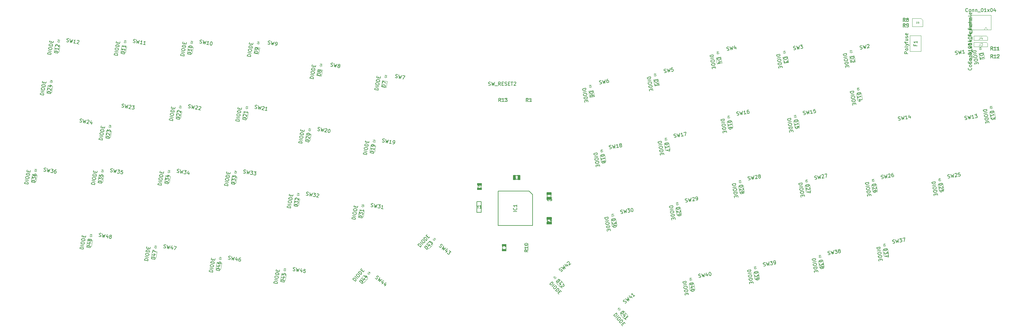
<source format=gbr>
G04 #@! TF.GenerationSoftware,KiCad,Pcbnew,(6.0.0-rc1-dev-1469-g932b9a334)*
G04 #@! TF.CreationDate,2019-10-20T15:35:18-07:00
G04 #@! TF.ProjectId,Laptreus-v2,4c617074-7265-4757-932d-76322e6b6963,rev?*
G04 #@! TF.SameCoordinates,Original*
G04 #@! TF.FileFunction,Other,Fab,Top*
%FSLAX46Y46*%
G04 Gerber Fmt 4.6, Leading zero omitted, Abs format (unit mm)*
G04 Created by KiCad (PCBNEW (6.0.0-rc1-dev-1469-g932b9a334)) date Sunday, October 20, 2019 at 03:35:18 PM*
%MOMM*%
%LPD*%
G04 APERTURE LIST*
%ADD10C,0.100000*%
%ADD11C,0.150000*%
%ADD12C,0.101600*%
%ADD13C,0.114000*%
%ADD14C,0.075000*%
%ADD15C,0.200000*%
G04 APERTURE END LIST*
D10*
G04 #@! TO.C,J3*
X369706670Y-80160103D02*
X370024170Y-80477603D01*
X366024170Y-80160103D02*
X369706670Y-80160103D01*
X366024170Y-81430103D02*
X366024170Y-80160103D01*
X370024170Y-81430103D02*
X366024170Y-81430103D01*
X370024170Y-80477603D02*
X370024170Y-81430103D01*
G04 #@! TO.C,J4*
X369706670Y-78285103D02*
X370024170Y-78602603D01*
X366024170Y-78285103D02*
X369706670Y-78285103D01*
X366024170Y-79555103D02*
X366024170Y-78285103D01*
X370024170Y-79555103D02*
X366024170Y-79555103D01*
X370024170Y-78602603D02*
X370024170Y-79555103D01*
D11*
G04 #@! TO.C,IC1*
X237999646Y-124298532D02*
X237999646Y-133298532D01*
X237999646Y-133298532D02*
X227999646Y-133298532D01*
X227999646Y-133298532D02*
X227999646Y-123298532D01*
X227999646Y-123298532D02*
X236999646Y-123298532D01*
X236999646Y-123298532D02*
X237999646Y-124298532D01*
D10*
G04 #@! TO.C,F1*
X347524170Y-78220103D02*
X350724170Y-78220103D01*
X350724170Y-78220103D02*
X350724170Y-82720103D01*
X350724170Y-82720103D02*
X347524170Y-82720103D01*
X347524170Y-82720103D02*
X347524170Y-78220103D01*
G04 #@! TO.C,R13*
X230224170Y-97295103D02*
X228624170Y-97295103D01*
X230224170Y-96495103D02*
X230224170Y-97295103D01*
X228624170Y-96495103D02*
X230224170Y-96495103D01*
X228624170Y-97295103D02*
X228624170Y-96495103D01*
G04 #@! TO.C,R12*
X371374170Y-83820103D02*
X372974170Y-83820103D01*
X371374170Y-84620103D02*
X371374170Y-83820103D01*
X372974170Y-84620103D02*
X371374170Y-84620103D01*
X372974170Y-83820103D02*
X372974170Y-84620103D01*
G04 #@! TO.C,R11*
X372974170Y-82370103D02*
X371374170Y-82370103D01*
X372974170Y-81570103D02*
X372974170Y-82370103D01*
X371374170Y-81570103D02*
X372974170Y-81570103D01*
X371374170Y-82370103D02*
X371374170Y-81570103D01*
G04 #@! TO.C,R10*
X236649170Y-138920103D02*
X236649170Y-140520103D01*
X235849170Y-138920103D02*
X236649170Y-138920103D01*
X235849170Y-140520103D02*
X235849170Y-138920103D01*
X236649170Y-140520103D02*
X235849170Y-140520103D01*
G04 #@! TO.C,R9*
X345499170Y-74845103D02*
X347099170Y-74845103D01*
X345499170Y-75645103D02*
X345499170Y-74845103D01*
X347099170Y-75645103D02*
X345499170Y-75645103D01*
X347099170Y-74845103D02*
X347099170Y-75645103D01*
G04 #@! TO.C,R8*
X347099170Y-74045103D02*
X345499170Y-74045103D01*
X347099170Y-73245103D02*
X347099170Y-74045103D01*
X345499170Y-73245103D02*
X347099170Y-73245103D01*
X345499170Y-74045103D02*
X345499170Y-73245103D01*
G04 #@! TO.C,R1*
X237699660Y-97294781D02*
X236099660Y-97294781D01*
X237699660Y-96494781D02*
X237699660Y-97294781D01*
X236099660Y-96494781D02*
X237699660Y-96494781D01*
X236099660Y-97294781D02*
X236099660Y-96494781D01*
G04 #@! TO.C,D1*
X368840646Y-83074266D02*
X369153213Y-84846920D01*
X369153213Y-84846920D02*
X367774482Y-85090028D01*
X367774482Y-85090028D02*
X367461915Y-83317374D01*
X367461915Y-83317374D02*
X368840646Y-83074266D01*
X368218126Y-81559351D02*
X367528761Y-81680904D01*
X367873444Y-81620128D02*
X367838714Y-81423166D01*
X367873444Y-81620128D02*
X368304950Y-82051755D01*
X368304950Y-82051755D02*
X367615585Y-82173308D01*
X367615585Y-82173308D02*
X367873444Y-81620128D01*
X367960268Y-82112532D02*
X368003680Y-82358733D01*
G04 #@! TO.C,D48*
X110295310Y-137630008D02*
X109982743Y-139402662D01*
X109982743Y-139402662D02*
X108604012Y-139159554D01*
X108604012Y-139159554D02*
X108916579Y-137386900D01*
X108916579Y-137386900D02*
X110295310Y-137630008D01*
X110228464Y-135993538D02*
X109539099Y-135871985D01*
X109883781Y-135932762D02*
X109918511Y-135735800D01*
X109883781Y-135932762D02*
X110141640Y-136485942D01*
X110141640Y-136485942D02*
X109452275Y-136364389D01*
X109452275Y-136364389D02*
X109883781Y-135932762D01*
X109796957Y-136425166D02*
X109753545Y-136671367D01*
G04 #@! TO.C,D47*
X129045309Y-140955008D02*
X128732742Y-142727662D01*
X128732742Y-142727662D02*
X127354011Y-142484554D01*
X127354011Y-142484554D02*
X127666578Y-140711900D01*
X127666578Y-140711900D02*
X129045309Y-140955008D01*
X128978463Y-139318538D02*
X128289098Y-139196985D01*
X128633780Y-139257762D02*
X128668510Y-139060800D01*
X128633780Y-139257762D02*
X128891639Y-139810942D01*
X128891639Y-139810942D02*
X128202274Y-139689389D01*
X128202274Y-139689389D02*
X128633780Y-139257762D01*
X128546956Y-139750166D02*
X128503544Y-139996367D01*
G04 #@! TO.C,D46*
X147820310Y-144255008D02*
X147507743Y-146027662D01*
X147507743Y-146027662D02*
X146129012Y-145784554D01*
X146129012Y-145784554D02*
X146441579Y-144011900D01*
X146441579Y-144011900D02*
X147820310Y-144255008D01*
X147753464Y-142618538D02*
X147064099Y-142496985D01*
X147408781Y-142557762D02*
X147443511Y-142360800D01*
X147408781Y-142557762D02*
X147666640Y-143110942D01*
X147666640Y-143110942D02*
X146977275Y-142989389D01*
X146977275Y-142989389D02*
X147408781Y-142557762D01*
X147321957Y-143050166D02*
X147278545Y-143296367D01*
G04 #@! TO.C,D45*
X166570309Y-147555008D02*
X166257742Y-149327662D01*
X166257742Y-149327662D02*
X164879011Y-149084554D01*
X164879011Y-149084554D02*
X165191578Y-147311900D01*
X165191578Y-147311900D02*
X166570309Y-147555008D01*
X166503463Y-145918538D02*
X165814098Y-145796985D01*
X166158780Y-145857762D02*
X166193510Y-145660800D01*
X166158780Y-145857762D02*
X166416639Y-146410942D01*
X166416639Y-146410942D02*
X165727274Y-146289389D01*
X165727274Y-146289389D02*
X166158780Y-145857762D01*
X166071956Y-146350166D02*
X166028544Y-146596367D01*
G04 #@! TO.C,D44*
X190163910Y-148580614D02*
X189006892Y-149959494D01*
X189006892Y-149959494D02*
X187934430Y-149059592D01*
X187934430Y-149059592D02*
X189091448Y-147680712D01*
X189091448Y-147680712D02*
X190163910Y-148580614D01*
X190924255Y-147129968D02*
X190388023Y-146680016D01*
X190656139Y-146904992D02*
X190784697Y-146751783D01*
X190656139Y-146904992D02*
X190602861Y-147512990D01*
X190602861Y-147512990D02*
X190066630Y-147063038D01*
X190066630Y-147063038D02*
X190656139Y-146904992D01*
X190334745Y-147288015D02*
X190174048Y-147479525D01*
G04 #@! TO.C,D43*
X209073784Y-138779145D02*
X207857722Y-140106244D01*
X207857722Y-140106244D02*
X206825534Y-139160417D01*
X206825534Y-139160417D02*
X208041596Y-137833318D01*
X208041596Y-137833318D02*
X209073784Y-138779145D01*
X209896682Y-137363044D02*
X209380587Y-136890131D01*
X209638635Y-137126588D02*
X209773753Y-136979132D01*
X209638635Y-137126588D02*
X209558886Y-137731683D01*
X209558886Y-137731683D02*
X209042792Y-137258770D01*
X209042792Y-137258770D02*
X209638635Y-137126588D01*
X209300839Y-137495227D02*
X209131942Y-137679546D01*
G04 #@! TO.C,D42*
X245882233Y-148933640D02*
X247098295Y-150260739D01*
X247098295Y-150260739D02*
X246066107Y-151206566D01*
X246066107Y-151206566D02*
X244850045Y-149879467D01*
X244850045Y-149879467D02*
X245882233Y-148933640D01*
X244543242Y-147990453D02*
X244027147Y-148463366D01*
X244285194Y-148226910D02*
X244150076Y-148079454D01*
X244285194Y-148226910D02*
X244881037Y-148359092D01*
X244881037Y-148359092D02*
X244364943Y-148832005D01*
X244364943Y-148832005D02*
X244285194Y-148226910D01*
X244622990Y-148595549D02*
X244791887Y-148779868D01*
G04 #@! TO.C,D41*
X264506892Y-158130712D02*
X265663910Y-159509592D01*
X265663910Y-159509592D02*
X264591448Y-160409494D01*
X264591448Y-160409494D02*
X263434430Y-159030614D01*
X263434430Y-159030614D02*
X264506892Y-158130712D01*
X263210317Y-157130016D02*
X262674085Y-157579968D01*
X262942201Y-157354992D02*
X262813643Y-157201783D01*
X262942201Y-157354992D02*
X263531710Y-157513038D01*
X263531710Y-157513038D02*
X262995479Y-157962990D01*
X262995479Y-157962990D02*
X262942201Y-157354992D01*
X263263595Y-157738015D02*
X263424292Y-157929525D01*
G04 #@! TO.C,D40*
X284757743Y-150036900D02*
X285070310Y-151809554D01*
X285070310Y-151809554D02*
X283691579Y-152052662D01*
X283691579Y-152052662D02*
X283379012Y-150280008D01*
X283379012Y-150280008D02*
X284757743Y-150036900D01*
X284135223Y-148521985D02*
X283445858Y-148643538D01*
X283790541Y-148582762D02*
X283755811Y-148385800D01*
X283790541Y-148582762D02*
X284222047Y-149014389D01*
X284222047Y-149014389D02*
X283532682Y-149135942D01*
X283532682Y-149135942D02*
X283790541Y-148582762D01*
X283877365Y-149075166D02*
X283920777Y-149321367D01*
G04 #@! TO.C,D39*
X303507742Y-146736900D02*
X303820309Y-148509554D01*
X303820309Y-148509554D02*
X302441578Y-148752662D01*
X302441578Y-148752662D02*
X302129011Y-146980008D01*
X302129011Y-146980008D02*
X303507742Y-146736900D01*
X302885222Y-145221985D02*
X302195857Y-145343538D01*
X302540540Y-145282762D02*
X302505810Y-145085800D01*
X302540540Y-145282762D02*
X302972046Y-145714389D01*
X302972046Y-145714389D02*
X302282681Y-145835942D01*
X302282681Y-145835942D02*
X302540540Y-145282762D01*
X302627364Y-145775166D02*
X302670776Y-146021367D01*
G04 #@! TO.C,D38*
X322289635Y-143433170D02*
X322602202Y-145205824D01*
X322602202Y-145205824D02*
X321223471Y-145448932D01*
X321223471Y-145448932D02*
X320910904Y-143676278D01*
X320910904Y-143676278D02*
X322289635Y-143433170D01*
X321667115Y-141918255D02*
X320977750Y-142039808D01*
X321322433Y-141979032D02*
X321287703Y-141782070D01*
X321322433Y-141979032D02*
X321753939Y-142410659D01*
X321753939Y-142410659D02*
X321064574Y-142532212D01*
X321064574Y-142532212D02*
X321322433Y-141979032D01*
X321409257Y-142471436D02*
X321452669Y-142717637D01*
G04 #@! TO.C,D37*
X341032742Y-140136900D02*
X341345309Y-141909554D01*
X341345309Y-141909554D02*
X339966578Y-142152662D01*
X339966578Y-142152662D02*
X339654011Y-140380008D01*
X339654011Y-140380008D02*
X341032742Y-140136900D01*
X340410222Y-138621985D02*
X339720857Y-138743538D01*
X340065540Y-138682762D02*
X340030810Y-138485800D01*
X340065540Y-138682762D02*
X340497046Y-139114389D01*
X340497046Y-139114389D02*
X339807681Y-139235942D01*
X339807681Y-139235942D02*
X340065540Y-138682762D01*
X340152364Y-139175166D02*
X340195776Y-139421367D01*
G04 #@! TO.C,D36*
X94263756Y-118699446D02*
X93951189Y-120472100D01*
X93951189Y-120472100D02*
X92572458Y-120228992D01*
X92572458Y-120228992D02*
X92885025Y-118456338D01*
X92885025Y-118456338D02*
X94263756Y-118699446D01*
X94196910Y-117062976D02*
X93507545Y-116941423D01*
X93852227Y-117002200D02*
X93886957Y-116805238D01*
X93852227Y-117002200D02*
X94110086Y-117555380D01*
X94110086Y-117555380D02*
X93420721Y-117433827D01*
X93420721Y-117433827D02*
X93852227Y-117002200D01*
X93765403Y-117494604D02*
X93721991Y-117740805D01*
G04 #@! TO.C,D35*
X113595308Y-118880008D02*
X113282741Y-120652662D01*
X113282741Y-120652662D02*
X111904010Y-120409554D01*
X111904010Y-120409554D02*
X112216577Y-118636900D01*
X112216577Y-118636900D02*
X113595308Y-118880008D01*
X113528462Y-117243538D02*
X112839097Y-117121985D01*
X113183779Y-117182762D02*
X113218509Y-116985800D01*
X113183779Y-117182762D02*
X113441638Y-117735942D01*
X113441638Y-117735942D02*
X112752273Y-117614389D01*
X112752273Y-117614389D02*
X113183779Y-117182762D01*
X113096955Y-117675166D02*
X113053543Y-117921367D01*
G04 #@! TO.C,D34*
X132920309Y-119055008D02*
X132607742Y-120827662D01*
X132607742Y-120827662D02*
X131229011Y-120584554D01*
X131229011Y-120584554D02*
X131541578Y-118811900D01*
X131541578Y-118811900D02*
X132920309Y-119055008D01*
X132853463Y-117418538D02*
X132164098Y-117296985D01*
X132508780Y-117357762D02*
X132543510Y-117160800D01*
X132508780Y-117357762D02*
X132766639Y-117910942D01*
X132766639Y-117910942D02*
X132077274Y-117789389D01*
X132077274Y-117789389D02*
X132508780Y-117357762D01*
X132421956Y-117850166D02*
X132378544Y-118096367D01*
G04 #@! TO.C,D33*
X152220309Y-119230008D02*
X151907742Y-121002662D01*
X151907742Y-121002662D02*
X150529011Y-120759554D01*
X150529011Y-120759554D02*
X150841578Y-118986900D01*
X150841578Y-118986900D02*
X152220309Y-119230008D01*
X152153463Y-117593538D02*
X151464098Y-117471985D01*
X151808780Y-117532762D02*
X151843510Y-117335800D01*
X151808780Y-117532762D02*
X152066639Y-118085942D01*
X152066639Y-118085942D02*
X151377274Y-117964389D01*
X151377274Y-117964389D02*
X151808780Y-117532762D01*
X151721956Y-118025166D02*
X151678544Y-118271367D01*
G04 #@! TO.C,D32*
X170420308Y-125680009D02*
X170107741Y-127452663D01*
X170107741Y-127452663D02*
X168729010Y-127209555D01*
X168729010Y-127209555D02*
X169041577Y-125436901D01*
X169041577Y-125436901D02*
X170420308Y-125680009D01*
X170353462Y-124043539D02*
X169664097Y-123921986D01*
X170008779Y-123982763D02*
X170043509Y-123785801D01*
X170008779Y-123982763D02*
X170266638Y-124535943D01*
X170266638Y-124535943D02*
X169577273Y-124414390D01*
X169577273Y-124414390D02*
X170008779Y-123982763D01*
X169921955Y-124475167D02*
X169878543Y-124721368D01*
G04 #@! TO.C,D31*
X189195310Y-128980008D02*
X188882743Y-130752662D01*
X188882743Y-130752662D02*
X187504012Y-130509554D01*
X187504012Y-130509554D02*
X187816579Y-128736900D01*
X187816579Y-128736900D02*
X189195310Y-128980008D01*
X189128464Y-127343538D02*
X188439099Y-127221985D01*
X188783781Y-127282762D02*
X188818511Y-127085800D01*
X188783781Y-127282762D02*
X189041640Y-127835942D01*
X189041640Y-127835942D02*
X188352275Y-127714389D01*
X188352275Y-127714389D02*
X188783781Y-127282762D01*
X188696957Y-127775166D02*
X188653545Y-128021367D01*
G04 #@! TO.C,D30*
X262132742Y-131461901D02*
X262445309Y-133234555D01*
X262445309Y-133234555D02*
X261066578Y-133477663D01*
X261066578Y-133477663D02*
X260754011Y-131705009D01*
X260754011Y-131705009D02*
X262132742Y-131461901D01*
X261510222Y-129946986D02*
X260820857Y-130068539D01*
X261165540Y-130007763D02*
X261130810Y-129810801D01*
X261165540Y-130007763D02*
X261597046Y-130439390D01*
X261597046Y-130439390D02*
X260907681Y-130560943D01*
X260907681Y-130560943D02*
X261165540Y-130007763D01*
X261252364Y-130500167D02*
X261295776Y-130746368D01*
G04 #@! TO.C,D29*
X280882742Y-128161901D02*
X281195309Y-129934555D01*
X281195309Y-129934555D02*
X279816578Y-130177663D01*
X279816578Y-130177663D02*
X279504011Y-128405009D01*
X279504011Y-128405009D02*
X280882742Y-128161901D01*
X280260222Y-126646986D02*
X279570857Y-126768539D01*
X279915540Y-126707763D02*
X279880810Y-126510801D01*
X279915540Y-126707763D02*
X280347046Y-127139390D01*
X280347046Y-127139390D02*
X279657681Y-127260943D01*
X279657681Y-127260943D02*
X279915540Y-126707763D01*
X280002364Y-127200167D02*
X280045776Y-127446368D01*
G04 #@! TO.C,D28*
X299107742Y-121711900D02*
X299420309Y-123484554D01*
X299420309Y-123484554D02*
X298041578Y-123727662D01*
X298041578Y-123727662D02*
X297729011Y-121955008D01*
X297729011Y-121955008D02*
X299107742Y-121711900D01*
X298485222Y-120196985D02*
X297795857Y-120318538D01*
X298140540Y-120257762D02*
X298105810Y-120060800D01*
X298140540Y-120257762D02*
X298572046Y-120689389D01*
X298572046Y-120689389D02*
X297882681Y-120810942D01*
X297882681Y-120810942D02*
X298140540Y-120257762D01*
X298227364Y-120750166D02*
X298270776Y-120996367D01*
G04 #@! TO.C,D27*
X318407742Y-121536900D02*
X318720309Y-123309554D01*
X318720309Y-123309554D02*
X317341578Y-123552662D01*
X317341578Y-123552662D02*
X317029011Y-121780008D01*
X317029011Y-121780008D02*
X318407742Y-121536900D01*
X317785222Y-120021985D02*
X317095857Y-120143538D01*
X317440540Y-120082762D02*
X317405810Y-119885800D01*
X317440540Y-120082762D02*
X317872046Y-120514389D01*
X317872046Y-120514389D02*
X317182681Y-120635942D01*
X317182681Y-120635942D02*
X317440540Y-120082762D01*
X317527364Y-120575166D02*
X317570776Y-120821367D01*
G04 #@! TO.C,D26*
X337732742Y-121361901D02*
X338045309Y-123134555D01*
X338045309Y-123134555D02*
X336666578Y-123377663D01*
X336666578Y-123377663D02*
X336354011Y-121605009D01*
X336354011Y-121605009D02*
X337732742Y-121361901D01*
X337110222Y-119846986D02*
X336420857Y-119968539D01*
X336765540Y-119907763D02*
X336730810Y-119710801D01*
X336765540Y-119907763D02*
X337197046Y-120339390D01*
X337197046Y-120339390D02*
X336507681Y-120460943D01*
X336507681Y-120460943D02*
X336765540Y-119907763D01*
X336852364Y-120400167D02*
X336895776Y-120646368D01*
G04 #@! TO.C,D25*
X357032742Y-121186900D02*
X357345309Y-122959554D01*
X357345309Y-122959554D02*
X355966578Y-123202662D01*
X355966578Y-123202662D02*
X355654011Y-121430008D01*
X355654011Y-121430008D02*
X357032742Y-121186900D01*
X356410222Y-119671985D02*
X355720857Y-119793538D01*
X356065540Y-119732762D02*
X356030810Y-119535800D01*
X356065540Y-119732762D02*
X356497046Y-120164389D01*
X356497046Y-120164389D02*
X355807681Y-120285942D01*
X355807681Y-120285942D02*
X356065540Y-119732762D01*
X356152364Y-120225166D02*
X356195776Y-120471367D01*
G04 #@! TO.C,D24*
X98775342Y-92904406D02*
X98462775Y-94677060D01*
X98462775Y-94677060D02*
X97084044Y-94433952D01*
X97084044Y-94433952D02*
X97396611Y-92661298D01*
X97396611Y-92661298D02*
X98775342Y-92904406D01*
X98708496Y-91267936D02*
X98019131Y-91146383D01*
X98363813Y-91207160D02*
X98398543Y-91010198D01*
X98363813Y-91207160D02*
X98621672Y-91760340D01*
X98621672Y-91760340D02*
X97932307Y-91638787D01*
X97932307Y-91638787D02*
X98363813Y-91207160D01*
X98276989Y-91699564D02*
X98233577Y-91945765D01*
G04 #@! TO.C,D23*
X115821154Y-105937379D02*
X115508587Y-107710033D01*
X115508587Y-107710033D02*
X114129856Y-107466925D01*
X114129856Y-107466925D02*
X114442423Y-105694271D01*
X114442423Y-105694271D02*
X115821154Y-105937379D01*
X115754308Y-104300909D02*
X115064943Y-104179356D01*
X115409625Y-104240133D02*
X115444355Y-104043171D01*
X115409625Y-104240133D02*
X115667484Y-104793313D01*
X115667484Y-104793313D02*
X114978119Y-104671760D01*
X114978119Y-104671760D02*
X115409625Y-104240133D01*
X115322801Y-104732537D02*
X115279389Y-104978738D01*
G04 #@! TO.C,D22*
X136220309Y-100305008D02*
X135907742Y-102077662D01*
X135907742Y-102077662D02*
X134529011Y-101834554D01*
X134529011Y-101834554D02*
X134841578Y-100061900D01*
X134841578Y-100061900D02*
X136220309Y-100305008D01*
X136153463Y-98668538D02*
X135464098Y-98546985D01*
X135808780Y-98607762D02*
X135843510Y-98410800D01*
X135808780Y-98607762D02*
X136066639Y-99160942D01*
X136066639Y-99160942D02*
X135377274Y-99039389D01*
X135377274Y-99039389D02*
X135808780Y-98607762D01*
X135721956Y-99100166D02*
X135678544Y-99346367D01*
G04 #@! TO.C,D21*
X155520309Y-100480009D02*
X155207742Y-102252663D01*
X155207742Y-102252663D02*
X153829011Y-102009555D01*
X153829011Y-102009555D02*
X154141578Y-100236901D01*
X154141578Y-100236901D02*
X155520309Y-100480009D01*
X155453463Y-98843539D02*
X154764098Y-98721986D01*
X155108780Y-98782763D02*
X155143510Y-98585801D01*
X155108780Y-98782763D02*
X155366639Y-99335943D01*
X155366639Y-99335943D02*
X154677274Y-99214390D01*
X154677274Y-99214390D02*
X155108780Y-98782763D01*
X155021956Y-99275167D02*
X154978544Y-99521368D01*
G04 #@! TO.C,D20*
X173745309Y-106905008D02*
X173432742Y-108677662D01*
X173432742Y-108677662D02*
X172054011Y-108434554D01*
X172054011Y-108434554D02*
X172366578Y-106661900D01*
X172366578Y-106661900D02*
X173745309Y-106905008D01*
X173678463Y-105268538D02*
X172989098Y-105146985D01*
X173333780Y-105207762D02*
X173368510Y-105010800D01*
X173333780Y-105207762D02*
X173591639Y-105760942D01*
X173591639Y-105760942D02*
X172902274Y-105639389D01*
X172902274Y-105639389D02*
X173333780Y-105207762D01*
X173246956Y-105700166D02*
X173203544Y-105946367D01*
G04 #@! TO.C,D19*
X192495310Y-110205008D02*
X192182743Y-111977662D01*
X192182743Y-111977662D02*
X190804012Y-111734554D01*
X190804012Y-111734554D02*
X191116579Y-109961900D01*
X191116579Y-109961900D02*
X192495310Y-110205008D01*
X192428464Y-108568538D02*
X191739099Y-108446985D01*
X192083781Y-108507762D02*
X192118511Y-108310800D01*
X192083781Y-108507762D02*
X192341640Y-109060942D01*
X192341640Y-109060942D02*
X191652275Y-108939389D01*
X191652275Y-108939389D02*
X192083781Y-108507762D01*
X191996957Y-109000166D02*
X191953545Y-109246367D01*
G04 #@! TO.C,D18*
X258957252Y-112812222D02*
X259269819Y-114584876D01*
X259269819Y-114584876D02*
X257891088Y-114827984D01*
X257891088Y-114827984D02*
X257578521Y-113055330D01*
X257578521Y-113055330D02*
X258957252Y-112812222D01*
X258334732Y-111297307D02*
X257645367Y-111418860D01*
X257990050Y-111358084D02*
X257955320Y-111161122D01*
X257990050Y-111358084D02*
X258421556Y-111789711D01*
X258421556Y-111789711D02*
X257732191Y-111911264D01*
X257732191Y-111911264D02*
X257990050Y-111358084D01*
X258076874Y-111850488D02*
X258120286Y-112096689D01*
G04 #@! TO.C,D17*
X277582742Y-109411901D02*
X277895309Y-111184555D01*
X277895309Y-111184555D02*
X276516578Y-111427663D01*
X276516578Y-111427663D02*
X276204011Y-109655009D01*
X276204011Y-109655009D02*
X277582742Y-109411901D01*
X276960222Y-107896986D02*
X276270857Y-108018539D01*
X276615540Y-107957763D02*
X276580810Y-107760801D01*
X276615540Y-107957763D02*
X277047046Y-108389390D01*
X277047046Y-108389390D02*
X276357681Y-108510943D01*
X276357681Y-108510943D02*
X276615540Y-107957763D01*
X276702364Y-108450167D02*
X276745776Y-108696368D01*
G04 #@! TO.C,D16*
X295807742Y-102961901D02*
X296120309Y-104734555D01*
X296120309Y-104734555D02*
X294741578Y-104977663D01*
X294741578Y-104977663D02*
X294429011Y-103205009D01*
X294429011Y-103205009D02*
X295807742Y-102961901D01*
X295185222Y-101446986D02*
X294495857Y-101568539D01*
X294840540Y-101507763D02*
X294805810Y-101310801D01*
X294840540Y-101507763D02*
X295272046Y-101939390D01*
X295272046Y-101939390D02*
X294582681Y-102060943D01*
X294582681Y-102060943D02*
X294840540Y-101507763D01*
X294927364Y-102000167D02*
X294970776Y-102246368D01*
G04 #@! TO.C,D15*
X315107743Y-102783169D02*
X315420310Y-104555823D01*
X315420310Y-104555823D02*
X314041579Y-104798931D01*
X314041579Y-104798931D02*
X313729012Y-103026277D01*
X313729012Y-103026277D02*
X315107743Y-102783169D01*
X314485223Y-101268254D02*
X313795858Y-101389807D01*
X314140541Y-101329031D02*
X314105811Y-101132069D01*
X314140541Y-101329031D02*
X314572047Y-101760658D01*
X314572047Y-101760658D02*
X313882682Y-101882211D01*
X313882682Y-101882211D02*
X314140541Y-101329031D01*
X314227365Y-101821435D02*
X314270777Y-102067636D01*
G04 #@! TO.C,D14*
X333349141Y-94866451D02*
X333661708Y-96639105D01*
X333661708Y-96639105D02*
X332282977Y-96882213D01*
X332282977Y-96882213D02*
X331970410Y-95109559D01*
X331970410Y-95109559D02*
X333349141Y-94866451D01*
X332726621Y-93351536D02*
X332037256Y-93473089D01*
X332381939Y-93412313D02*
X332347209Y-93215351D01*
X332381939Y-93412313D02*
X332813445Y-93843940D01*
X332813445Y-93843940D02*
X332124080Y-93965493D01*
X332124080Y-93965493D02*
X332381939Y-93412313D01*
X332468763Y-93904717D02*
X332512175Y-94150918D01*
G04 #@! TO.C,D13*
X371950849Y-100190631D02*
X372263416Y-101963285D01*
X372263416Y-101963285D02*
X370884685Y-102206393D01*
X370884685Y-102206393D02*
X370572118Y-100433739D01*
X370572118Y-100433739D02*
X371950849Y-100190631D01*
X371328329Y-98675716D02*
X370638964Y-98797269D01*
X370983647Y-98736493D02*
X370948917Y-98539531D01*
X370983647Y-98736493D02*
X371415153Y-99168120D01*
X371415153Y-99168120D02*
X370725788Y-99289673D01*
X370725788Y-99289673D02*
X370983647Y-98736493D01*
X371070471Y-99228897D02*
X371113883Y-99475098D01*
G04 #@! TO.C,D12*
X100894819Y-81155330D02*
X100582252Y-82927984D01*
X100582252Y-82927984D02*
X99203521Y-82684876D01*
X99203521Y-82684876D02*
X99516088Y-80912222D01*
X99516088Y-80912222D02*
X100894819Y-81155330D01*
X100827973Y-79518860D02*
X100138608Y-79397307D01*
X100483290Y-79458084D02*
X100518020Y-79261122D01*
X100483290Y-79458084D02*
X100741149Y-80011264D01*
X100741149Y-80011264D02*
X100051784Y-79889711D01*
X100051784Y-79889711D02*
X100483290Y-79458084D01*
X100396466Y-79950488D02*
X100353054Y-80196689D01*
G04 #@! TO.C,D11*
X120220309Y-81355009D02*
X119907742Y-83127663D01*
X119907742Y-83127663D02*
X118529011Y-82884555D01*
X118529011Y-82884555D02*
X118841578Y-81111901D01*
X118841578Y-81111901D02*
X120220309Y-81355009D01*
X120153463Y-79718539D02*
X119464098Y-79596986D01*
X119808780Y-79657763D02*
X119843510Y-79460801D01*
X119808780Y-79657763D02*
X120066639Y-80210943D01*
X120066639Y-80210943D02*
X119377274Y-80089390D01*
X119377274Y-80089390D02*
X119808780Y-79657763D01*
X119721956Y-80150167D02*
X119678544Y-80396368D01*
G04 #@! TO.C,D10*
X139520309Y-81530008D02*
X139207742Y-83302662D01*
X139207742Y-83302662D02*
X137829011Y-83059554D01*
X137829011Y-83059554D02*
X138141578Y-81286900D01*
X138141578Y-81286900D02*
X139520309Y-81530008D01*
X139453463Y-79893538D02*
X138764098Y-79771985D01*
X139108780Y-79832762D02*
X139143510Y-79635800D01*
X139108780Y-79832762D02*
X139366639Y-80385942D01*
X139366639Y-80385942D02*
X138677274Y-80264389D01*
X138677274Y-80264389D02*
X139108780Y-79832762D01*
X139021956Y-80325166D02*
X138978544Y-80571367D01*
G04 #@! TO.C,D9*
X158845310Y-81705008D02*
X158532743Y-83477662D01*
X158532743Y-83477662D02*
X157154012Y-83234554D01*
X157154012Y-83234554D02*
X157466579Y-81461900D01*
X157466579Y-81461900D02*
X158845310Y-81705008D01*
X158778464Y-80068538D02*
X158089099Y-79946985D01*
X158433781Y-80007762D02*
X158468511Y-79810800D01*
X158433781Y-80007762D02*
X158691640Y-80560942D01*
X158691640Y-80560942D02*
X158002275Y-80439389D01*
X158002275Y-80439389D02*
X158433781Y-80007762D01*
X158346957Y-80500166D02*
X158303545Y-80746367D01*
G04 #@! TO.C,D8*
X177045310Y-88155008D02*
X176732743Y-89927662D01*
X176732743Y-89927662D02*
X175354012Y-89684554D01*
X175354012Y-89684554D02*
X175666579Y-87911900D01*
X175666579Y-87911900D02*
X177045310Y-88155008D01*
X176978464Y-86518538D02*
X176289099Y-86396985D01*
X176633781Y-86457762D02*
X176668511Y-86260800D01*
X176633781Y-86457762D02*
X176891640Y-87010942D01*
X176891640Y-87010942D02*
X176202275Y-86889389D01*
X176202275Y-86889389D02*
X176633781Y-86457762D01*
X176546957Y-86950166D02*
X176503545Y-87196367D01*
G04 #@! TO.C,D7*
X195820309Y-91455008D02*
X195507742Y-93227662D01*
X195507742Y-93227662D02*
X194129011Y-92984554D01*
X194129011Y-92984554D02*
X194441578Y-91211900D01*
X194441578Y-91211900D02*
X195820309Y-91455008D01*
X195753463Y-89818538D02*
X195064098Y-89696985D01*
X195408780Y-89757762D02*
X195443510Y-89560800D01*
X195408780Y-89757762D02*
X195666639Y-90310942D01*
X195666639Y-90310942D02*
X194977274Y-90189389D01*
X194977274Y-90189389D02*
X195408780Y-89757762D01*
X195321956Y-90250166D02*
X195278544Y-90496367D01*
G04 #@! TO.C,D6*
X255632252Y-94062222D02*
X255944819Y-95834876D01*
X255944819Y-95834876D02*
X254566088Y-96077984D01*
X254566088Y-96077984D02*
X254253521Y-94305330D01*
X254253521Y-94305330D02*
X255632252Y-94062222D01*
X255009732Y-92547307D02*
X254320367Y-92668860D01*
X254665050Y-92608084D02*
X254630320Y-92411122D01*
X254665050Y-92608084D02*
X255096556Y-93039711D01*
X255096556Y-93039711D02*
X254407191Y-93161264D01*
X254407191Y-93161264D02*
X254665050Y-92608084D01*
X254751874Y-93100488D02*
X254795286Y-93346689D01*
G04 #@! TO.C,D5*
X274432252Y-90762222D02*
X274744819Y-92534876D01*
X274744819Y-92534876D02*
X273366088Y-92777984D01*
X273366088Y-92777984D02*
X273053521Y-91005330D01*
X273053521Y-91005330D02*
X274432252Y-90762222D01*
X273809732Y-89247307D02*
X273120367Y-89368860D01*
X273465050Y-89308084D02*
X273430320Y-89111122D01*
X273465050Y-89308084D02*
X273896556Y-89739711D01*
X273896556Y-89739711D02*
X273207191Y-89861264D01*
X273207191Y-89861264D02*
X273465050Y-89308084D01*
X273551874Y-89800488D02*
X273595286Y-90046689D01*
G04 #@! TO.C,D4*
X292632252Y-84337222D02*
X292944819Y-86109876D01*
X292944819Y-86109876D02*
X291566088Y-86352984D01*
X291566088Y-86352984D02*
X291253521Y-84580330D01*
X291253521Y-84580330D02*
X292632252Y-84337222D01*
X292009732Y-82822307D02*
X291320367Y-82943860D01*
X291665050Y-82883084D02*
X291630320Y-82686122D01*
X291665050Y-82883084D02*
X292096556Y-83314711D01*
X292096556Y-83314711D02*
X291407191Y-83436264D01*
X291407191Y-83436264D02*
X291665050Y-82883084D01*
X291751874Y-83375488D02*
X291795286Y-83621689D01*
G04 #@! TO.C,D3*
X311957252Y-84162222D02*
X312269819Y-85934876D01*
X312269819Y-85934876D02*
X310891088Y-86177984D01*
X310891088Y-86177984D02*
X310578521Y-84405330D01*
X310578521Y-84405330D02*
X311957252Y-84162222D01*
X311334732Y-82647307D02*
X310645367Y-82768860D01*
X310990050Y-82708084D02*
X310955320Y-82511122D01*
X310990050Y-82708084D02*
X311421556Y-83139711D01*
X311421556Y-83139711D02*
X310732191Y-83261264D01*
X310732191Y-83261264D02*
X310990050Y-82708084D01*
X311076874Y-83200488D02*
X311120286Y-83446689D01*
G04 #@! TO.C,D2*
X331307252Y-83987222D02*
X331619819Y-85759876D01*
X331619819Y-85759876D02*
X330241088Y-86002984D01*
X330241088Y-86002984D02*
X329928521Y-84230330D01*
X329928521Y-84230330D02*
X331307252Y-83987222D01*
X330684732Y-82472307D02*
X329995367Y-82593860D01*
X330340050Y-82533084D02*
X330305320Y-82336122D01*
X330340050Y-82533084D02*
X330771556Y-82964711D01*
X330771556Y-82964711D02*
X330082191Y-83086264D01*
X330082191Y-83086264D02*
X330340050Y-82533084D01*
X330426874Y-83025488D02*
X330470286Y-83271689D01*
G04 #@! TO.C,U6*
X350699170Y-73195103D02*
X351199170Y-73695103D01*
X351199170Y-73695103D02*
X351199170Y-75595103D01*
X348199170Y-73195103D02*
X350699170Y-73195103D01*
X348199170Y-75595103D02*
X348199170Y-73195103D01*
X351199170Y-75595103D02*
X348199170Y-75595103D01*
G04 #@! TO.C,J2*
X369524170Y-75762996D02*
X369024170Y-76470103D01*
X370024170Y-76470103D02*
X369524170Y-75762996D01*
X365024170Y-76470103D02*
X365024170Y-72220103D01*
X371024170Y-76470103D02*
X371024170Y-72220103D01*
X371024170Y-72220103D02*
X365024170Y-72220103D01*
X371024170Y-76470103D02*
X365024170Y-76470103D01*
D12*
G04 #@! TO.C,C5*
X223134661Y-121484781D02*
X223134661Y-122504781D01*
X222064661Y-121484781D02*
X222064661Y-122504781D01*
D10*
G36*
X221949661Y-122401181D02*
G01*
X221949661Y-122994781D01*
X223249661Y-122994781D01*
X223249661Y-122401181D01*
X221949661Y-122401181D01*
G37*
G36*
X221949661Y-120994781D02*
G01*
X221949661Y-121577981D01*
X223249661Y-121577981D01*
X223249661Y-120994781D01*
X221949661Y-120994781D01*
G37*
D12*
G04 #@! TO.C,C2*
X230309660Y-139209781D02*
X230309660Y-140229781D01*
X229239660Y-139209781D02*
X229239660Y-140229781D01*
D10*
G36*
X229124660Y-140126181D02*
G01*
X229124660Y-140719781D01*
X230424660Y-140719781D01*
X230424660Y-140126181D01*
X229124660Y-140126181D01*
G37*
G36*
X229124660Y-138719781D02*
G01*
X229124660Y-139302981D01*
X230424660Y-139302981D01*
X230424660Y-138719781D01*
X229124660Y-138719781D01*
G37*
D11*
G04 #@! TO.C,C3*
X243359660Y-124209781D02*
X243359660Y-125229781D01*
X242289660Y-124209781D02*
X242289660Y-125229781D01*
G36*
X242174660Y-125126181D02*
G01*
X242174660Y-125719781D01*
X243474660Y-125719781D01*
X243474660Y-125126181D01*
X242174660Y-125126181D01*
G37*
X242174660Y-125126181D02*
X242174660Y-125719781D01*
X243474660Y-125719781D01*
X243474660Y-125126181D01*
X242174660Y-125126181D01*
G36*
X242174660Y-123719781D02*
G01*
X242174660Y-124302981D01*
X243474660Y-124302981D01*
X243474660Y-123719781D01*
X242174660Y-123719781D01*
G37*
X242174660Y-123719781D02*
X242174660Y-124302981D01*
X243474660Y-124302981D01*
X243474660Y-123719781D01*
X242174660Y-123719781D01*
G04 #@! TO.C,C4*
X242314660Y-132404781D02*
X242314660Y-131384781D01*
X243384660Y-132404781D02*
X243384660Y-131384781D01*
G36*
X243499660Y-131488381D02*
G01*
X243499660Y-130894781D01*
X242199660Y-130894781D01*
X242199660Y-131488381D01*
X243499660Y-131488381D01*
G37*
X243499660Y-131488381D02*
X243499660Y-130894781D01*
X242199660Y-130894781D01*
X242199660Y-131488381D01*
X243499660Y-131488381D01*
G36*
X243499660Y-132894781D02*
G01*
X243499660Y-132311581D01*
X242199660Y-132311581D01*
X242199660Y-132894781D01*
X243499660Y-132894781D01*
G37*
X243499660Y-132894781D02*
X243499660Y-132311581D01*
X242199660Y-132311581D01*
X242199660Y-132894781D01*
X243499660Y-132894781D01*
G04 #@! TO.C,C7*
X232889645Y-118860052D02*
X233909645Y-118860052D01*
X232889645Y-119930052D02*
X233909645Y-119930052D01*
G36*
X233806045Y-120045052D02*
G01*
X234399645Y-120045052D01*
X234399645Y-118745052D01*
X233806045Y-118745052D01*
X233806045Y-120045052D01*
G37*
X233806045Y-120045052D02*
X234399645Y-120045052D01*
X234399645Y-118745052D01*
X233806045Y-118745052D01*
X233806045Y-120045052D01*
G36*
X232399645Y-120045052D02*
G01*
X232982845Y-120045052D01*
X232982845Y-118745052D01*
X232399645Y-118745052D01*
X232399645Y-120045052D01*
G37*
X232399645Y-120045052D02*
X232982845Y-120045052D01*
X232982845Y-118745052D01*
X232399645Y-118745052D01*
X232399645Y-120045052D01*
G04 #@! TO.C,Y1*
X223149645Y-129520052D02*
X221849645Y-129520052D01*
X223149645Y-126320052D02*
X223149645Y-129520052D01*
X221849645Y-126320052D02*
X223149645Y-126320052D01*
X221849645Y-129520052D02*
X221849645Y-126320052D01*
G04 #@! TD*
G04 #@! TO.C,J3*
X365321312Y-87580817D02*
X365368931Y-87628436D01*
X365416550Y-87771293D01*
X365416550Y-87866531D01*
X365368931Y-88009388D01*
X365273693Y-88104626D01*
X365178455Y-88152245D01*
X364987979Y-88199864D01*
X364845122Y-88199864D01*
X364654646Y-88152245D01*
X364559408Y-88104626D01*
X364464170Y-88009388D01*
X364416550Y-87866531D01*
X364416550Y-87771293D01*
X364464170Y-87628436D01*
X364511789Y-87580817D01*
X365416550Y-87009388D02*
X365368931Y-87104626D01*
X365321312Y-87152245D01*
X365226074Y-87199864D01*
X364940360Y-87199864D01*
X364845122Y-87152245D01*
X364797503Y-87104626D01*
X364749884Y-87009388D01*
X364749884Y-86866531D01*
X364797503Y-86771293D01*
X364845122Y-86723674D01*
X364940360Y-86676055D01*
X365226074Y-86676055D01*
X365321312Y-86723674D01*
X365368931Y-86771293D01*
X365416550Y-86866531D01*
X365416550Y-87009388D01*
X364749884Y-86247483D02*
X365416550Y-86247483D01*
X364845122Y-86247483D02*
X364797503Y-86199864D01*
X364749884Y-86104626D01*
X364749884Y-85961769D01*
X364797503Y-85866531D01*
X364892741Y-85818912D01*
X365416550Y-85818912D01*
X364749884Y-85342722D02*
X365416550Y-85342722D01*
X364845122Y-85342722D02*
X364797503Y-85295103D01*
X364749884Y-85199864D01*
X364749884Y-85057007D01*
X364797503Y-84961769D01*
X364892741Y-84914150D01*
X365416550Y-84914150D01*
X365511789Y-84676055D02*
X365511789Y-83914150D01*
X364416550Y-83485579D02*
X364416550Y-83390341D01*
X364464170Y-83295103D01*
X364511789Y-83247483D01*
X364607027Y-83199864D01*
X364797503Y-83152245D01*
X365035598Y-83152245D01*
X365226074Y-83199864D01*
X365321312Y-83247483D01*
X365368931Y-83295103D01*
X365416550Y-83390341D01*
X365416550Y-83485579D01*
X365368931Y-83580817D01*
X365321312Y-83628436D01*
X365226074Y-83676055D01*
X365035598Y-83723674D01*
X364797503Y-83723674D01*
X364607027Y-83676055D01*
X364511789Y-83628436D01*
X364464170Y-83580817D01*
X364416550Y-83485579D01*
X365416550Y-82199864D02*
X365416550Y-82771293D01*
X365416550Y-82485579D02*
X364416550Y-82485579D01*
X364559408Y-82580817D01*
X364654646Y-82676055D01*
X364702265Y-82771293D01*
X365416550Y-81866531D02*
X364749884Y-81342722D01*
X364749884Y-81866531D02*
X365416550Y-81342722D01*
X364416550Y-80771293D02*
X364416550Y-80676055D01*
X364464170Y-80580817D01*
X364511789Y-80533198D01*
X364607027Y-80485579D01*
X364797503Y-80437960D01*
X365035598Y-80437960D01*
X365226074Y-80485579D01*
X365321312Y-80533198D01*
X365368931Y-80580817D01*
X365416550Y-80676055D01*
X365416550Y-80771293D01*
X365368931Y-80866531D01*
X365321312Y-80914150D01*
X365226074Y-80961769D01*
X365035598Y-81009388D01*
X364797503Y-81009388D01*
X364607027Y-80961769D01*
X364511789Y-80914150D01*
X364464170Y-80866531D01*
X364416550Y-80771293D01*
X364749884Y-79580817D02*
X365416550Y-79580817D01*
X364368931Y-79818912D02*
X365083217Y-80057007D01*
X365083217Y-79437960D01*
X365511789Y-79295103D02*
X365511789Y-78533198D01*
X364892741Y-77961769D02*
X364892741Y-78295103D01*
X365416550Y-78295103D02*
X364416550Y-78295103D01*
X364416550Y-77818912D01*
X365368931Y-77057007D02*
X365416550Y-77152245D01*
X365416550Y-77342722D01*
X365368931Y-77437960D01*
X365273693Y-77485579D01*
X364892741Y-77485579D01*
X364797503Y-77437960D01*
X364749884Y-77342722D01*
X364749884Y-77152245D01*
X364797503Y-77057007D01*
X364892741Y-77009388D01*
X364987979Y-77009388D01*
X365083217Y-77485579D01*
X365416550Y-76580817D02*
X364749884Y-76580817D01*
X364845122Y-76580817D02*
X364797503Y-76533198D01*
X364749884Y-76437960D01*
X364749884Y-76295103D01*
X364797503Y-76199864D01*
X364892741Y-76152245D01*
X365416550Y-76152245D01*
X364892741Y-76152245D02*
X364797503Y-76104626D01*
X364749884Y-76009388D01*
X364749884Y-75866531D01*
X364797503Y-75771293D01*
X364892741Y-75723674D01*
X365416550Y-75723674D01*
X365416550Y-74818912D02*
X364892741Y-74818912D01*
X364797503Y-74866531D01*
X364749884Y-74961769D01*
X364749884Y-75152245D01*
X364797503Y-75247483D01*
X365368931Y-74818912D02*
X365416550Y-74914150D01*
X365416550Y-75152245D01*
X365368931Y-75247483D01*
X365273693Y-75295103D01*
X365178455Y-75295103D01*
X365083217Y-75247483D01*
X365035598Y-75152245D01*
X365035598Y-74914150D01*
X364987979Y-74818912D01*
X365416550Y-74199864D02*
X365368931Y-74295103D01*
X365273693Y-74342722D01*
X364416550Y-74342722D01*
X365368931Y-73437960D02*
X365416550Y-73533198D01*
X365416550Y-73723674D01*
X365368931Y-73818912D01*
X365273693Y-73866531D01*
X364892741Y-73866531D01*
X364797503Y-73818912D01*
X364749884Y-73723674D01*
X364749884Y-73533198D01*
X364797503Y-73437960D01*
X364892741Y-73390341D01*
X364987979Y-73390341D01*
X365083217Y-73866531D01*
D13*
X367770836Y-80378912D02*
X367770836Y-80921769D01*
X367734646Y-81030341D01*
X367662265Y-81102722D01*
X367553693Y-81138912D01*
X367481312Y-81138912D01*
X368060360Y-80378912D02*
X368530836Y-80378912D01*
X368277503Y-80668436D01*
X368386074Y-80668436D01*
X368458455Y-80704626D01*
X368494646Y-80740817D01*
X368530836Y-80813198D01*
X368530836Y-80994150D01*
X368494646Y-81066531D01*
X368458455Y-81102722D01*
X368386074Y-81138912D01*
X368168931Y-81138912D01*
X368096550Y-81102722D01*
X368060360Y-81066531D01*
G04 #@! TO.C,J4*
D11*
X365321312Y-85705817D02*
X365368931Y-85753436D01*
X365416550Y-85896293D01*
X365416550Y-85991531D01*
X365368931Y-86134388D01*
X365273693Y-86229626D01*
X365178455Y-86277245D01*
X364987979Y-86324864D01*
X364845122Y-86324864D01*
X364654646Y-86277245D01*
X364559408Y-86229626D01*
X364464170Y-86134388D01*
X364416550Y-85991531D01*
X364416550Y-85896293D01*
X364464170Y-85753436D01*
X364511789Y-85705817D01*
X365416550Y-85134388D02*
X365368931Y-85229626D01*
X365321312Y-85277245D01*
X365226074Y-85324864D01*
X364940360Y-85324864D01*
X364845122Y-85277245D01*
X364797503Y-85229626D01*
X364749884Y-85134388D01*
X364749884Y-84991531D01*
X364797503Y-84896293D01*
X364845122Y-84848674D01*
X364940360Y-84801055D01*
X365226074Y-84801055D01*
X365321312Y-84848674D01*
X365368931Y-84896293D01*
X365416550Y-84991531D01*
X365416550Y-85134388D01*
X364749884Y-84372483D02*
X365416550Y-84372483D01*
X364845122Y-84372483D02*
X364797503Y-84324864D01*
X364749884Y-84229626D01*
X364749884Y-84086769D01*
X364797503Y-83991531D01*
X364892741Y-83943912D01*
X365416550Y-83943912D01*
X364749884Y-83467722D02*
X365416550Y-83467722D01*
X364845122Y-83467722D02*
X364797503Y-83420103D01*
X364749884Y-83324864D01*
X364749884Y-83182007D01*
X364797503Y-83086769D01*
X364892741Y-83039150D01*
X365416550Y-83039150D01*
X365511789Y-82801055D02*
X365511789Y-82039150D01*
X364416550Y-81610579D02*
X364416550Y-81515341D01*
X364464170Y-81420103D01*
X364511789Y-81372483D01*
X364607027Y-81324864D01*
X364797503Y-81277245D01*
X365035598Y-81277245D01*
X365226074Y-81324864D01*
X365321312Y-81372483D01*
X365368931Y-81420103D01*
X365416550Y-81515341D01*
X365416550Y-81610579D01*
X365368931Y-81705817D01*
X365321312Y-81753436D01*
X365226074Y-81801055D01*
X365035598Y-81848674D01*
X364797503Y-81848674D01*
X364607027Y-81801055D01*
X364511789Y-81753436D01*
X364464170Y-81705817D01*
X364416550Y-81610579D01*
X365416550Y-80324864D02*
X365416550Y-80896293D01*
X365416550Y-80610579D02*
X364416550Y-80610579D01*
X364559408Y-80705817D01*
X364654646Y-80801055D01*
X364702265Y-80896293D01*
X365416550Y-79991531D02*
X364749884Y-79467722D01*
X364749884Y-79991531D02*
X365416550Y-79467722D01*
X364416550Y-78896293D02*
X364416550Y-78801055D01*
X364464170Y-78705817D01*
X364511789Y-78658198D01*
X364607027Y-78610579D01*
X364797503Y-78562960D01*
X365035598Y-78562960D01*
X365226074Y-78610579D01*
X365321312Y-78658198D01*
X365368931Y-78705817D01*
X365416550Y-78801055D01*
X365416550Y-78896293D01*
X365368931Y-78991531D01*
X365321312Y-79039150D01*
X365226074Y-79086769D01*
X365035598Y-79134388D01*
X364797503Y-79134388D01*
X364607027Y-79086769D01*
X364511789Y-79039150D01*
X364464170Y-78991531D01*
X364416550Y-78896293D01*
X364749884Y-77705817D02*
X365416550Y-77705817D01*
X364368931Y-77943912D02*
X365083217Y-78182007D01*
X365083217Y-77562960D01*
X365511789Y-77420103D02*
X365511789Y-76658198D01*
X364892741Y-76086769D02*
X364892741Y-76420103D01*
X365416550Y-76420103D02*
X364416550Y-76420103D01*
X364416550Y-75943912D01*
X365368931Y-75182007D02*
X365416550Y-75277245D01*
X365416550Y-75467722D01*
X365368931Y-75562960D01*
X365273693Y-75610579D01*
X364892741Y-75610579D01*
X364797503Y-75562960D01*
X364749884Y-75467722D01*
X364749884Y-75277245D01*
X364797503Y-75182007D01*
X364892741Y-75134388D01*
X364987979Y-75134388D01*
X365083217Y-75610579D01*
X365416550Y-74705817D02*
X364749884Y-74705817D01*
X364845122Y-74705817D02*
X364797503Y-74658198D01*
X364749884Y-74562960D01*
X364749884Y-74420103D01*
X364797503Y-74324864D01*
X364892741Y-74277245D01*
X365416550Y-74277245D01*
X364892741Y-74277245D02*
X364797503Y-74229626D01*
X364749884Y-74134388D01*
X364749884Y-73991531D01*
X364797503Y-73896293D01*
X364892741Y-73848674D01*
X365416550Y-73848674D01*
X365416550Y-72943912D02*
X364892741Y-72943912D01*
X364797503Y-72991531D01*
X364749884Y-73086769D01*
X364749884Y-73277245D01*
X364797503Y-73372483D01*
X365368931Y-72943912D02*
X365416550Y-73039150D01*
X365416550Y-73277245D01*
X365368931Y-73372483D01*
X365273693Y-73420103D01*
X365178455Y-73420103D01*
X365083217Y-73372483D01*
X365035598Y-73277245D01*
X365035598Y-73039150D01*
X364987979Y-72943912D01*
X365416550Y-72324864D02*
X365368931Y-72420103D01*
X365273693Y-72467722D01*
X364416550Y-72467722D01*
X365368931Y-71562960D02*
X365416550Y-71658198D01*
X365416550Y-71848674D01*
X365368931Y-71943912D01*
X365273693Y-71991531D01*
X364892741Y-71991531D01*
X364797503Y-71943912D01*
X364749884Y-71848674D01*
X364749884Y-71658198D01*
X364797503Y-71562960D01*
X364892741Y-71515341D01*
X364987979Y-71515341D01*
X365083217Y-71991531D01*
D13*
X367770836Y-78503912D02*
X367770836Y-79046769D01*
X367734646Y-79155341D01*
X367662265Y-79227722D01*
X367553693Y-79263912D01*
X367481312Y-79263912D01*
X368458455Y-78757245D02*
X368458455Y-79263912D01*
X368277503Y-78467722D02*
X368096550Y-79010579D01*
X368567027Y-79010579D01*
G04 #@! TO.C,IC1*
D11*
X233452026Y-129274722D02*
X232452026Y-129274722D01*
X233356788Y-128227103D02*
X233404407Y-128274722D01*
X233452026Y-128417579D01*
X233452026Y-128512817D01*
X233404407Y-128655674D01*
X233309169Y-128750912D01*
X233213931Y-128798532D01*
X233023455Y-128846151D01*
X232880598Y-128846151D01*
X232690122Y-128798532D01*
X232594884Y-128750912D01*
X232499646Y-128655674D01*
X232452026Y-128512817D01*
X232452026Y-128417579D01*
X232499646Y-128274722D01*
X232547265Y-128227103D01*
X233452026Y-127274722D02*
X233452026Y-127846151D01*
X233452026Y-127560436D02*
X232452026Y-127560436D01*
X232594884Y-127655674D01*
X232690122Y-127750912D01*
X232737741Y-127846151D01*
G04 #@! TO.C,F1*
X346926550Y-83398674D02*
X345926550Y-83398674D01*
X345926550Y-83017722D01*
X345974170Y-82922483D01*
X346021789Y-82874864D01*
X346117027Y-82827245D01*
X346259884Y-82827245D01*
X346355122Y-82874864D01*
X346402741Y-82922483D01*
X346450360Y-83017722D01*
X346450360Y-83398674D01*
X346926550Y-82255817D02*
X346878931Y-82351055D01*
X346831312Y-82398674D01*
X346736074Y-82446293D01*
X346450360Y-82446293D01*
X346355122Y-82398674D01*
X346307503Y-82351055D01*
X346259884Y-82255817D01*
X346259884Y-82112960D01*
X346307503Y-82017722D01*
X346355122Y-81970103D01*
X346450360Y-81922483D01*
X346736074Y-81922483D01*
X346831312Y-81970103D01*
X346878931Y-82017722D01*
X346926550Y-82112960D01*
X346926550Y-82255817D01*
X346926550Y-81351055D02*
X346878931Y-81446293D01*
X346783693Y-81493912D01*
X345926550Y-81493912D01*
X346259884Y-81065341D02*
X346926550Y-80827245D01*
X346259884Y-80589150D02*
X346926550Y-80827245D01*
X347164646Y-80922483D01*
X347212265Y-80970103D01*
X347259884Y-81065341D01*
X346259884Y-80351055D02*
X346259884Y-79970103D01*
X346926550Y-80208198D02*
X346069408Y-80208198D01*
X345974170Y-80160579D01*
X345926550Y-80065341D01*
X345926550Y-79970103D01*
X346259884Y-79208198D02*
X346926550Y-79208198D01*
X346259884Y-79636769D02*
X346783693Y-79636769D01*
X346878931Y-79589150D01*
X346926550Y-79493912D01*
X346926550Y-79351055D01*
X346878931Y-79255817D01*
X346831312Y-79208198D01*
X346878931Y-78779626D02*
X346926550Y-78684388D01*
X346926550Y-78493912D01*
X346878931Y-78398674D01*
X346783693Y-78351055D01*
X346736074Y-78351055D01*
X346640836Y-78398674D01*
X346593217Y-78493912D01*
X346593217Y-78636769D01*
X346545598Y-78732007D01*
X346450360Y-78779626D01*
X346402741Y-78779626D01*
X346307503Y-78732007D01*
X346259884Y-78636769D01*
X346259884Y-78493912D01*
X346307503Y-78398674D01*
X346878931Y-77541531D02*
X346926550Y-77636769D01*
X346926550Y-77827245D01*
X346878931Y-77922483D01*
X346783693Y-77970103D01*
X346402741Y-77970103D01*
X346307503Y-77922483D01*
X346259884Y-77827245D01*
X346259884Y-77636769D01*
X346307503Y-77541531D01*
X346402741Y-77493912D01*
X346497979Y-77493912D01*
X346593217Y-77970103D01*
X349052741Y-80803436D02*
X349052741Y-81136769D01*
X349576550Y-81136769D02*
X348576550Y-81136769D01*
X348576550Y-80660579D01*
X349576550Y-79755817D02*
X349576550Y-80327245D01*
X349576550Y-80041531D02*
X348576550Y-80041531D01*
X348719408Y-80136769D01*
X348814646Y-80232007D01*
X348862265Y-80327245D01*
G04 #@! TO.C,R13*
X228781312Y-97347483D02*
X228447979Y-96871293D01*
X228209884Y-97347483D02*
X228209884Y-96347483D01*
X228590836Y-96347483D01*
X228686074Y-96395103D01*
X228733693Y-96442722D01*
X228781312Y-96537960D01*
X228781312Y-96680817D01*
X228733693Y-96776055D01*
X228686074Y-96823674D01*
X228590836Y-96871293D01*
X228209884Y-96871293D01*
X229733693Y-97347483D02*
X229162265Y-97347483D01*
X229447979Y-97347483D02*
X229447979Y-96347483D01*
X229352741Y-96490341D01*
X229257503Y-96585579D01*
X229162265Y-96633198D01*
X230067027Y-96347483D02*
X230686074Y-96347483D01*
X230352741Y-96728436D01*
X230495598Y-96728436D01*
X230590836Y-96776055D01*
X230638455Y-96823674D01*
X230686074Y-96918912D01*
X230686074Y-97157007D01*
X230638455Y-97252245D01*
X230590836Y-97299864D01*
X230495598Y-97347483D01*
X230209884Y-97347483D01*
X230114646Y-97299864D01*
X230067027Y-97252245D01*
G04 #@! TO.C,R12*
X371531312Y-84672483D02*
X371197979Y-84196293D01*
X370959884Y-84672483D02*
X370959884Y-83672483D01*
X371340836Y-83672483D01*
X371436074Y-83720103D01*
X371483693Y-83767722D01*
X371531312Y-83862960D01*
X371531312Y-84005817D01*
X371483693Y-84101055D01*
X371436074Y-84148674D01*
X371340836Y-84196293D01*
X370959884Y-84196293D01*
X372483693Y-84672483D02*
X371912265Y-84672483D01*
X372197979Y-84672483D02*
X372197979Y-83672483D01*
X372102741Y-83815341D01*
X372007503Y-83910579D01*
X371912265Y-83958198D01*
X372864646Y-83767722D02*
X372912265Y-83720103D01*
X373007503Y-83672483D01*
X373245598Y-83672483D01*
X373340836Y-83720103D01*
X373388455Y-83767722D01*
X373436074Y-83862960D01*
X373436074Y-83958198D01*
X373388455Y-84101055D01*
X372817027Y-84672483D01*
X373436074Y-84672483D01*
G04 #@! TO.C,R11*
X371531312Y-82422483D02*
X371197979Y-81946293D01*
X370959884Y-82422483D02*
X370959884Y-81422483D01*
X371340836Y-81422483D01*
X371436074Y-81470103D01*
X371483693Y-81517722D01*
X371531312Y-81612960D01*
X371531312Y-81755817D01*
X371483693Y-81851055D01*
X371436074Y-81898674D01*
X371340836Y-81946293D01*
X370959884Y-81946293D01*
X372483693Y-82422483D02*
X371912265Y-82422483D01*
X372197979Y-82422483D02*
X372197979Y-81422483D01*
X372102741Y-81565341D01*
X372007503Y-81660579D01*
X371912265Y-81708198D01*
X373436074Y-82422483D02*
X372864646Y-82422483D01*
X373150360Y-82422483D02*
X373150360Y-81422483D01*
X373055122Y-81565341D01*
X372959884Y-81660579D01*
X372864646Y-81708198D01*
G04 #@! TO.C,R10*
X236701550Y-140362960D02*
X236225360Y-140696293D01*
X236701550Y-140934388D02*
X235701550Y-140934388D01*
X235701550Y-140553436D01*
X235749170Y-140458198D01*
X235796789Y-140410579D01*
X235892027Y-140362960D01*
X236034884Y-140362960D01*
X236130122Y-140410579D01*
X236177741Y-140458198D01*
X236225360Y-140553436D01*
X236225360Y-140934388D01*
X236701550Y-139410579D02*
X236701550Y-139982007D01*
X236701550Y-139696293D02*
X235701550Y-139696293D01*
X235844408Y-139791531D01*
X235939646Y-139886769D01*
X235987265Y-139982007D01*
X235701550Y-138791531D02*
X235701550Y-138696293D01*
X235749170Y-138601055D01*
X235796789Y-138553436D01*
X235892027Y-138505817D01*
X236082503Y-138458198D01*
X236320598Y-138458198D01*
X236511074Y-138505817D01*
X236606312Y-138553436D01*
X236653931Y-138601055D01*
X236701550Y-138696293D01*
X236701550Y-138791531D01*
X236653931Y-138886769D01*
X236606312Y-138934388D01*
X236511074Y-138982007D01*
X236320598Y-139029626D01*
X236082503Y-139029626D01*
X235892027Y-138982007D01*
X235796789Y-138934388D01*
X235749170Y-138886769D01*
X235701550Y-138791531D01*
G04 #@! TO.C,R9*
X346132503Y-75697483D02*
X345799170Y-75221293D01*
X345561074Y-75697483D02*
X345561074Y-74697483D01*
X345942027Y-74697483D01*
X346037265Y-74745103D01*
X346084884Y-74792722D01*
X346132503Y-74887960D01*
X346132503Y-75030817D01*
X346084884Y-75126055D01*
X346037265Y-75173674D01*
X345942027Y-75221293D01*
X345561074Y-75221293D01*
X346608693Y-75697483D02*
X346799170Y-75697483D01*
X346894408Y-75649864D01*
X346942027Y-75602245D01*
X347037265Y-75459388D01*
X347084884Y-75268912D01*
X347084884Y-74887960D01*
X347037265Y-74792722D01*
X346989646Y-74745103D01*
X346894408Y-74697483D01*
X346703931Y-74697483D01*
X346608693Y-74745103D01*
X346561074Y-74792722D01*
X346513455Y-74887960D01*
X346513455Y-75126055D01*
X346561074Y-75221293D01*
X346608693Y-75268912D01*
X346703931Y-75316531D01*
X346894408Y-75316531D01*
X346989646Y-75268912D01*
X347037265Y-75221293D01*
X347084884Y-75126055D01*
G04 #@! TO.C,R8*
X346132503Y-74097483D02*
X345799170Y-73621293D01*
X345561074Y-74097483D02*
X345561074Y-73097483D01*
X345942027Y-73097483D01*
X346037265Y-73145103D01*
X346084884Y-73192722D01*
X346132503Y-73287960D01*
X346132503Y-73430817D01*
X346084884Y-73526055D01*
X346037265Y-73573674D01*
X345942027Y-73621293D01*
X345561074Y-73621293D01*
X346703931Y-73526055D02*
X346608693Y-73478436D01*
X346561074Y-73430817D01*
X346513455Y-73335579D01*
X346513455Y-73287960D01*
X346561074Y-73192722D01*
X346608693Y-73145103D01*
X346703931Y-73097483D01*
X346894408Y-73097483D01*
X346989646Y-73145103D01*
X347037265Y-73192722D01*
X347084884Y-73287960D01*
X347084884Y-73335579D01*
X347037265Y-73430817D01*
X346989646Y-73478436D01*
X346894408Y-73526055D01*
X346703931Y-73526055D01*
X346608693Y-73573674D01*
X346561074Y-73621293D01*
X346513455Y-73716531D01*
X346513455Y-73907007D01*
X346561074Y-74002245D01*
X346608693Y-74049864D01*
X346703931Y-74097483D01*
X346894408Y-74097483D01*
X346989646Y-74049864D01*
X347037265Y-74002245D01*
X347084884Y-73907007D01*
X347084884Y-73716531D01*
X347037265Y-73621293D01*
X346989646Y-73573674D01*
X346894408Y-73526055D01*
G04 #@! TO.C,R1*
X236732993Y-97347161D02*
X236399660Y-96870971D01*
X236161564Y-97347161D02*
X236161564Y-96347161D01*
X236542517Y-96347161D01*
X236637755Y-96394781D01*
X236685374Y-96442400D01*
X236732993Y-96537638D01*
X236732993Y-96680495D01*
X236685374Y-96775733D01*
X236637755Y-96823352D01*
X236542517Y-96870971D01*
X236161564Y-96870971D01*
X237685374Y-97347161D02*
X237113945Y-97347161D01*
X237399660Y-97347161D02*
X237399660Y-96347161D01*
X237304421Y-96490019D01*
X237209183Y-96585257D01*
X237113945Y-96632876D01*
G04 #@! TO.C,D1*
X367751251Y-83532301D02*
X368736059Y-83358653D01*
X368777404Y-83593131D01*
X368755315Y-83742086D01*
X368678062Y-83852415D01*
X368592540Y-83915849D01*
X368413226Y-83995820D01*
X368272539Y-84020627D01*
X368076688Y-84006808D01*
X367974628Y-83976450D01*
X367864299Y-83899197D01*
X367792596Y-83766779D01*
X367751251Y-83532301D01*
X368015858Y-85032960D02*
X367916631Y-84470213D01*
X367966244Y-84751587D02*
X368951052Y-84577938D01*
X368793827Y-84508954D01*
X368683498Y-84431701D01*
X368620065Y-84346178D01*
X365665123Y-82642946D02*
X366649931Y-82469298D01*
X366691276Y-82703776D01*
X366669187Y-82852732D01*
X366591934Y-82963061D01*
X366506412Y-83026494D01*
X366327098Y-83106466D01*
X366186411Y-83131273D01*
X365990560Y-83117453D01*
X365888500Y-83087095D01*
X365778171Y-83009842D01*
X365706468Y-82877424D01*
X365665123Y-82642946D01*
X365838772Y-83627754D02*
X366823579Y-83454106D01*
X366939345Y-84110644D02*
X366972421Y-84298226D01*
X366942063Y-84400287D01*
X366864810Y-84510616D01*
X366685496Y-84590587D01*
X366357227Y-84648470D01*
X366161375Y-84634650D01*
X366051046Y-84557397D01*
X365987613Y-84471875D01*
X365954537Y-84284292D01*
X365984895Y-84182232D01*
X366062148Y-84071903D01*
X366241461Y-83991931D01*
X366569731Y-83934049D01*
X366765582Y-83947868D01*
X366875911Y-84025122D01*
X366939345Y-84110644D01*
X366103378Y-85128413D02*
X367088186Y-84954765D01*
X367129531Y-85189243D01*
X367107442Y-85338199D01*
X367030189Y-85448528D01*
X366944667Y-85511961D01*
X366765353Y-85591933D01*
X366624666Y-85616740D01*
X366428815Y-85602920D01*
X366326755Y-85572562D01*
X366216426Y-85495309D01*
X366144723Y-85362891D01*
X366103378Y-85128413D01*
X366792878Y-86022262D02*
X366850761Y-86350532D01*
X366359716Y-86582177D02*
X366277026Y-86113221D01*
X367261834Y-85939573D01*
X367344524Y-86408529D01*
G04 #@! TO.C,D48*
X109666945Y-139767655D02*
X108682138Y-139594006D01*
X108723482Y-139359528D01*
X108795185Y-139227111D01*
X108905514Y-139149857D01*
X109007574Y-139119500D01*
X109203426Y-139105680D01*
X109344112Y-139130487D01*
X109523426Y-139210458D01*
X109608948Y-139273892D01*
X109686201Y-139384221D01*
X109708290Y-139533177D01*
X109666945Y-139767655D01*
X109258476Y-138245021D02*
X109915014Y-138360786D01*
X108841966Y-138413347D02*
X109504055Y-138771860D01*
X109611552Y-138162217D01*
X109468032Y-137605020D02*
X109404599Y-137690543D01*
X109349434Y-137729169D01*
X109247374Y-137759527D01*
X109200478Y-137751258D01*
X109114956Y-137687824D01*
X109076329Y-137632660D01*
X109045972Y-137530600D01*
X109079048Y-137343017D01*
X109142481Y-137257495D01*
X109197646Y-137218868D01*
X109299706Y-137188511D01*
X109346602Y-137196780D01*
X109432124Y-137260213D01*
X109470750Y-137315378D01*
X109501108Y-137417438D01*
X109468032Y-137605020D01*
X109498390Y-137707081D01*
X109537017Y-137762245D01*
X109622539Y-137825679D01*
X109810121Y-137858754D01*
X109912181Y-137828397D01*
X109967346Y-137789770D01*
X110030780Y-137704248D01*
X110063855Y-137516665D01*
X110033498Y-137414605D01*
X109994871Y-137359441D01*
X109909349Y-137296007D01*
X109721766Y-137262931D01*
X109619706Y-137293289D01*
X109564542Y-137331916D01*
X109501108Y-137417438D01*
X107663507Y-140188052D02*
X106678699Y-140014404D01*
X106720044Y-139779926D01*
X106791746Y-139647508D01*
X106902076Y-139570255D01*
X107004136Y-139539897D01*
X107199987Y-139526078D01*
X107340674Y-139550884D01*
X107519987Y-139630856D01*
X107605510Y-139694289D01*
X107682763Y-139804619D01*
X107704852Y-139953574D01*
X107663507Y-140188052D01*
X107837155Y-139203245D02*
X106852347Y-139029596D01*
X106968113Y-138373058D02*
X107001189Y-138185475D01*
X107064622Y-138099953D01*
X107174951Y-138022700D01*
X107370803Y-138008880D01*
X107699072Y-138066763D01*
X107878385Y-138146734D01*
X107955639Y-138257063D01*
X107985996Y-138359124D01*
X107952921Y-138546706D01*
X107889487Y-138632228D01*
X107779158Y-138709482D01*
X107583306Y-138723301D01*
X107255037Y-138665419D01*
X107075724Y-138585447D01*
X106998470Y-138475118D01*
X106968113Y-138373058D01*
X108101762Y-137702585D02*
X107116954Y-137528937D01*
X107158299Y-137294459D01*
X107230001Y-137162041D01*
X107340330Y-137084788D01*
X107442391Y-137054430D01*
X107638242Y-137040610D01*
X107778929Y-137065417D01*
X107958242Y-137145389D01*
X108043765Y-137208822D01*
X108121018Y-137319151D01*
X108143107Y-137468107D01*
X108101762Y-137702585D01*
X107759558Y-136626819D02*
X107817441Y-136298550D01*
X108358100Y-136248821D02*
X108275410Y-136717777D01*
X107290602Y-136544129D01*
X107373292Y-136075173D01*
G04 #@! TO.C,D47*
X128416944Y-143092655D02*
X127432137Y-142919006D01*
X127473481Y-142684528D01*
X127545184Y-142552111D01*
X127655513Y-142474857D01*
X127757573Y-142444500D01*
X127953425Y-142430680D01*
X128094111Y-142455487D01*
X128273425Y-142535458D01*
X128358947Y-142598892D01*
X128436200Y-142709221D01*
X128458289Y-142858177D01*
X128416944Y-143092655D01*
X128008475Y-141570021D02*
X128665013Y-141685786D01*
X127591965Y-141738347D02*
X128254054Y-142096860D01*
X128361551Y-141487217D01*
X127754626Y-141090078D02*
X127870391Y-140433539D01*
X128780779Y-141029248D01*
X126413506Y-143513052D02*
X125428698Y-143339404D01*
X125470043Y-143104926D01*
X125541745Y-142972508D01*
X125652075Y-142895255D01*
X125754135Y-142864897D01*
X125949986Y-142851078D01*
X126090673Y-142875884D01*
X126269986Y-142955856D01*
X126355509Y-143019289D01*
X126432762Y-143129619D01*
X126454851Y-143278574D01*
X126413506Y-143513052D01*
X126587154Y-142528245D02*
X125602346Y-142354596D01*
X125718112Y-141698058D02*
X125751188Y-141510475D01*
X125814621Y-141424953D01*
X125924950Y-141347700D01*
X126120802Y-141333880D01*
X126449071Y-141391763D01*
X126628384Y-141471734D01*
X126705638Y-141582063D01*
X126735995Y-141684124D01*
X126702920Y-141871706D01*
X126639486Y-141957228D01*
X126529157Y-142034482D01*
X126333305Y-142048301D01*
X126005036Y-141990419D01*
X125825723Y-141910447D01*
X125748469Y-141800118D01*
X125718112Y-141698058D01*
X126851761Y-141027585D02*
X125866953Y-140853937D01*
X125908298Y-140619459D01*
X125980000Y-140487041D01*
X126090329Y-140409788D01*
X126192390Y-140379430D01*
X126388241Y-140365610D01*
X126528928Y-140390417D01*
X126708241Y-140470389D01*
X126793764Y-140533822D01*
X126871017Y-140644151D01*
X126893106Y-140793107D01*
X126851761Y-141027585D01*
X126509557Y-139951819D02*
X126567440Y-139623550D01*
X127108099Y-139573821D02*
X127025409Y-140042777D01*
X126040601Y-139869129D01*
X126123291Y-139400173D01*
G04 #@! TO.C,D46*
X147191945Y-146392655D02*
X146207138Y-146219006D01*
X146248482Y-145984528D01*
X146320185Y-145852111D01*
X146430514Y-145774857D01*
X146532574Y-145744500D01*
X146728426Y-145730680D01*
X146869112Y-145755487D01*
X147048426Y-145835458D01*
X147133948Y-145898892D01*
X147211201Y-146009221D01*
X147233290Y-146158177D01*
X147191945Y-146392655D01*
X146783476Y-144870021D02*
X147440014Y-144985786D01*
X146366966Y-145038347D02*
X147029055Y-145396860D01*
X147136552Y-144787217D01*
X146620586Y-143874226D02*
X146587510Y-144061809D01*
X146617867Y-144163869D01*
X146656494Y-144219033D01*
X146780643Y-144337631D01*
X146959956Y-144417603D01*
X147335121Y-144483754D01*
X147437181Y-144453397D01*
X147492346Y-144414770D01*
X147555780Y-144329248D01*
X147588855Y-144141665D01*
X147558498Y-144039605D01*
X147519871Y-143984441D01*
X147434349Y-143921007D01*
X147199871Y-143879662D01*
X147097811Y-143910020D01*
X147042646Y-143948647D01*
X146979212Y-144034169D01*
X146946137Y-144221751D01*
X146976494Y-144323812D01*
X147015121Y-144378976D01*
X147100643Y-144442410D01*
X145188507Y-146813052D02*
X144203699Y-146639404D01*
X144245044Y-146404926D01*
X144316746Y-146272508D01*
X144427076Y-146195255D01*
X144529136Y-146164897D01*
X144724987Y-146151078D01*
X144865674Y-146175884D01*
X145044987Y-146255856D01*
X145130510Y-146319289D01*
X145207763Y-146429619D01*
X145229852Y-146578574D01*
X145188507Y-146813052D01*
X145362155Y-145828245D02*
X144377347Y-145654596D01*
X144493113Y-144998058D02*
X144526189Y-144810475D01*
X144589622Y-144724953D01*
X144699951Y-144647700D01*
X144895803Y-144633880D01*
X145224072Y-144691763D01*
X145403385Y-144771734D01*
X145480639Y-144882063D01*
X145510996Y-144984124D01*
X145477921Y-145171706D01*
X145414487Y-145257228D01*
X145304158Y-145334482D01*
X145108306Y-145348301D01*
X144780037Y-145290419D01*
X144600724Y-145210447D01*
X144523470Y-145100118D01*
X144493113Y-144998058D01*
X145626762Y-144327585D02*
X144641954Y-144153937D01*
X144683299Y-143919459D01*
X144755001Y-143787041D01*
X144865330Y-143709788D01*
X144967391Y-143679430D01*
X145163242Y-143665610D01*
X145303929Y-143690417D01*
X145483242Y-143770389D01*
X145568765Y-143833822D01*
X145646018Y-143944151D01*
X145668107Y-144093107D01*
X145626762Y-144327585D01*
X145284558Y-143251819D02*
X145342441Y-142923550D01*
X145883100Y-142873821D02*
X145800410Y-143342777D01*
X144815602Y-143169129D01*
X144898292Y-142700173D01*
G04 #@! TO.C,D45*
X165941944Y-149692655D02*
X164957137Y-149519006D01*
X164998481Y-149284528D01*
X165070184Y-149152111D01*
X165180513Y-149074857D01*
X165282573Y-149044500D01*
X165478425Y-149030680D01*
X165619111Y-149055487D01*
X165798425Y-149135458D01*
X165883947Y-149198892D01*
X165961200Y-149309221D01*
X165983289Y-149458177D01*
X165941944Y-149692655D01*
X165533475Y-148170021D02*
X166190013Y-148285786D01*
X165116965Y-148338347D02*
X165779054Y-148696860D01*
X165886551Y-148087217D01*
X165378854Y-147127330D02*
X165296164Y-147596287D01*
X165756851Y-147725872D01*
X165718224Y-147670707D01*
X165687867Y-147568647D01*
X165729211Y-147334169D01*
X165792645Y-147248647D01*
X165847810Y-147210020D01*
X165949870Y-147179662D01*
X166184348Y-147221007D01*
X166269870Y-147284441D01*
X166308497Y-147339605D01*
X166338854Y-147441665D01*
X166297510Y-147676144D01*
X166234076Y-147761666D01*
X166178911Y-147800292D01*
X163938506Y-150113052D02*
X162953698Y-149939404D01*
X162995043Y-149704926D01*
X163066745Y-149572508D01*
X163177075Y-149495255D01*
X163279135Y-149464897D01*
X163474986Y-149451078D01*
X163615673Y-149475884D01*
X163794986Y-149555856D01*
X163880509Y-149619289D01*
X163957762Y-149729619D01*
X163979851Y-149878574D01*
X163938506Y-150113052D01*
X164112154Y-149128245D02*
X163127346Y-148954596D01*
X163243112Y-148298058D02*
X163276188Y-148110475D01*
X163339621Y-148024953D01*
X163449950Y-147947700D01*
X163645802Y-147933880D01*
X163974071Y-147991763D01*
X164153384Y-148071734D01*
X164230638Y-148182063D01*
X164260995Y-148284124D01*
X164227920Y-148471706D01*
X164164486Y-148557228D01*
X164054157Y-148634482D01*
X163858305Y-148648301D01*
X163530036Y-148590419D01*
X163350723Y-148510447D01*
X163273469Y-148400118D01*
X163243112Y-148298058D01*
X164376761Y-147627585D02*
X163391953Y-147453937D01*
X163433298Y-147219459D01*
X163505000Y-147087041D01*
X163615329Y-147009788D01*
X163717390Y-146979430D01*
X163913241Y-146965610D01*
X164053928Y-146990417D01*
X164233241Y-147070389D01*
X164318764Y-147133822D01*
X164396017Y-147244151D01*
X164418106Y-147393107D01*
X164376761Y-147627585D01*
X164034557Y-146551819D02*
X164092440Y-146223550D01*
X164633099Y-146173821D02*
X164550409Y-146642777D01*
X163565601Y-146469129D01*
X163648291Y-146000173D01*
G04 #@! TO.C,D44*
X188550907Y-150117688D02*
X187784862Y-149474901D01*
X187937907Y-149292509D01*
X188066212Y-149213683D01*
X188200386Y-149201944D01*
X188303952Y-149226684D01*
X188480474Y-149312641D01*
X188589909Y-149404468D01*
X188705213Y-149563382D01*
X188747561Y-149661078D01*
X188759300Y-149795253D01*
X188703951Y-149935297D01*
X188550907Y-150117688D01*
X188958478Y-148594814D02*
X189469175Y-149023339D01*
X188513607Y-148532334D02*
X188907737Y-149173860D01*
X189305653Y-148699642D01*
X189570657Y-147865248D02*
X190081353Y-148293773D01*
X189125786Y-147802768D02*
X189519916Y-148444293D01*
X189917832Y-147970075D01*
X186605680Y-149480045D02*
X185839635Y-148837257D01*
X185992680Y-148654866D01*
X186120985Y-148576040D01*
X186255159Y-148564301D01*
X186358725Y-148589041D01*
X186535247Y-148674998D01*
X186644682Y-148766825D01*
X186759986Y-148925739D01*
X186802334Y-149023435D01*
X186814073Y-149157610D01*
X186758724Y-149297654D01*
X186605680Y-149480045D01*
X187248467Y-148714001D02*
X186482423Y-148071213D01*
X186910948Y-147560517D02*
X187033384Y-147414604D01*
X187131080Y-147372256D01*
X187265254Y-147360517D01*
X187441776Y-147446475D01*
X187697125Y-147660737D01*
X187812429Y-147819651D01*
X187824168Y-147953826D01*
X187799428Y-148057391D01*
X187676992Y-148203304D01*
X187579296Y-148245652D01*
X187445122Y-148257391D01*
X187268600Y-148171433D01*
X187013251Y-147957171D01*
X186897947Y-147798257D01*
X186886208Y-147664082D01*
X186910948Y-147560517D01*
X188227953Y-147546695D02*
X187461909Y-146903907D01*
X187614953Y-146721516D01*
X187743258Y-146642690D01*
X187877433Y-146630951D01*
X187980999Y-146655691D01*
X188157521Y-146741648D01*
X188266956Y-146833475D01*
X188382260Y-146992389D01*
X188424608Y-147090085D01*
X188436346Y-147224259D01*
X188380998Y-147364303D01*
X188227953Y-147546695D01*
X188469479Y-146443952D02*
X188683742Y-146188604D01*
X189176830Y-146415867D02*
X188870741Y-146780650D01*
X188104696Y-146137863D01*
X188410786Y-145773080D01*
G04 #@! TO.C,D43*
X207395270Y-140244398D02*
X206657993Y-139568808D01*
X206818848Y-139393266D01*
X206950469Y-139320111D01*
X207085028Y-139314236D01*
X207187416Y-139343470D01*
X207360020Y-139437045D01*
X207465346Y-139533558D01*
X207573609Y-139697350D01*
X207611654Y-139796801D01*
X207617529Y-139931359D01*
X207556125Y-140068856D01*
X207395270Y-140244398D01*
X207868881Y-138740751D02*
X208360399Y-139191145D01*
X207427158Y-138658926D02*
X207792930Y-139317032D01*
X208211153Y-138860623D01*
X207912660Y-138199578D02*
X208330883Y-137743169D01*
X208386554Y-138246295D01*
X208483067Y-138140970D01*
X208582517Y-138102924D01*
X208649796Y-138099987D01*
X208752184Y-138129220D01*
X208927726Y-138290075D01*
X208965772Y-138389525D01*
X208968710Y-138456805D01*
X208939476Y-138559193D01*
X208746451Y-138769843D01*
X208647000Y-138807889D01*
X208579721Y-138810827D01*
X205479708Y-139522511D02*
X204742430Y-138846921D01*
X204903285Y-138671379D01*
X205034907Y-138598224D01*
X205169465Y-138592349D01*
X205271853Y-138621583D01*
X205444458Y-138715158D01*
X205549783Y-138811671D01*
X205658046Y-138975463D01*
X205696092Y-139074914D01*
X205701967Y-139209473D01*
X205640563Y-139346969D01*
X205479708Y-139522511D01*
X206155298Y-138785234D02*
X205418021Y-138109644D01*
X205868414Y-137618125D02*
X205997098Y-137477692D01*
X206096548Y-137439646D01*
X206231107Y-137433771D01*
X206403712Y-137527346D01*
X206649471Y-137752543D01*
X206757734Y-137916335D01*
X206763609Y-138050894D01*
X206734375Y-138153282D01*
X206605691Y-138293716D01*
X206506241Y-138331761D01*
X206371682Y-138337636D01*
X206199078Y-138244061D01*
X205953318Y-138018864D01*
X205845056Y-137855072D01*
X205839181Y-137720513D01*
X205868414Y-137618125D01*
X207184769Y-137661764D02*
X206447491Y-136986173D01*
X206608346Y-136810631D01*
X206739968Y-136737477D01*
X206874526Y-136731602D01*
X206976914Y-136760835D01*
X207149519Y-136854411D01*
X207254844Y-136950924D01*
X207363107Y-137114716D01*
X207401153Y-137214166D01*
X207407028Y-137348725D01*
X207345624Y-137486221D01*
X207184769Y-137661764D01*
X207474166Y-136570606D02*
X207699363Y-136324846D01*
X208182069Y-136573402D02*
X207860359Y-136924486D01*
X207123082Y-136248896D01*
X207444791Y-135897812D01*
G04 #@! TO.C,D42*
X244887839Y-149554189D02*
X245625116Y-148878599D01*
X245785971Y-149054141D01*
X245847375Y-149191638D01*
X245841500Y-149326196D01*
X245803454Y-149425647D01*
X245695192Y-149589439D01*
X245589866Y-149685952D01*
X245417262Y-149779527D01*
X245314874Y-149808761D01*
X245180315Y-149802886D01*
X245048694Y-149729732D01*
X244887839Y-149554189D01*
X246344486Y-150157049D02*
X245852968Y-150607443D01*
X246464499Y-149724139D02*
X245777017Y-150031161D01*
X246195240Y-150487571D01*
X246841738Y-150347279D02*
X246909017Y-150350216D01*
X247008467Y-150388262D01*
X247169322Y-150563804D01*
X247198556Y-150666192D01*
X247195618Y-150733472D01*
X247157572Y-150832922D01*
X247087355Y-150897264D01*
X246949859Y-150958668D01*
X246142506Y-150923419D01*
X246560729Y-151379828D01*
X242972276Y-150276075D02*
X243709554Y-149600485D01*
X243870408Y-149776027D01*
X243931813Y-149913524D01*
X243925938Y-150048082D01*
X243887892Y-150147533D01*
X243779629Y-150311325D01*
X243674304Y-150407838D01*
X243501699Y-150501413D01*
X243399311Y-150530647D01*
X243264752Y-150524772D01*
X243133131Y-150451617D01*
X242972276Y-150276075D01*
X243647867Y-151013353D02*
X244385144Y-150337762D01*
X244835537Y-150829281D02*
X244964221Y-150969714D01*
X244993455Y-151072102D01*
X244987580Y-151206661D01*
X244879317Y-151370453D01*
X244633558Y-151595650D01*
X244460953Y-151689225D01*
X244326394Y-151683350D01*
X244226944Y-151645305D01*
X244098260Y-151504871D01*
X244069027Y-151402483D01*
X244074902Y-151267924D01*
X244183164Y-151104132D01*
X244428923Y-150878935D01*
X244601528Y-150785360D01*
X244736087Y-150791235D01*
X244835537Y-150829281D01*
X244677337Y-152136823D02*
X245414615Y-151461233D01*
X245575469Y-151636775D01*
X245636874Y-151774271D01*
X245630999Y-151908830D01*
X245592953Y-152008280D01*
X245484690Y-152172073D01*
X245379365Y-152268585D01*
X245206760Y-152362161D01*
X245104372Y-152391394D01*
X244969813Y-152385519D01*
X244838192Y-152312365D01*
X244677337Y-152136823D01*
X245739120Y-152520220D02*
X245964317Y-152765979D01*
X245674637Y-153225185D02*
X245352928Y-152874100D01*
X246090205Y-152198510D01*
X246411915Y-152549594D01*
G04 #@! TO.C,D41*
X263486377Y-158707295D02*
X264252421Y-158064507D01*
X264405466Y-158246898D01*
X264460814Y-158386942D01*
X264449076Y-158521117D01*
X264406728Y-158618813D01*
X264291424Y-158777727D01*
X264181989Y-158869554D01*
X264005467Y-158955511D01*
X263901901Y-158980251D01*
X263767727Y-158968512D01*
X263639421Y-158889686D01*
X263486377Y-158707295D01*
X264915341Y-159373119D02*
X264404645Y-159801644D01*
X265054123Y-158945856D02*
X264353904Y-159222598D01*
X264751820Y-159696816D01*
X265078041Y-160604167D02*
X264710734Y-160166427D01*
X264894388Y-160385297D02*
X265660432Y-159742509D01*
X265489779Y-159761379D01*
X265355605Y-159749640D01*
X265257909Y-159707293D01*
X261541149Y-159344939D02*
X262307193Y-158702151D01*
X262460238Y-158884543D01*
X262515586Y-159024586D01*
X262503848Y-159158761D01*
X262461500Y-159256457D01*
X262346196Y-159415371D01*
X262236761Y-159507198D01*
X262060239Y-159593155D01*
X261956673Y-159617895D01*
X261822499Y-159606156D01*
X261694194Y-159527330D01*
X261541149Y-159344939D01*
X262183936Y-160110983D02*
X262949981Y-159468195D01*
X263378506Y-159978892D02*
X263500942Y-160124805D01*
X263525681Y-160228371D01*
X263513943Y-160362545D01*
X263398638Y-160521459D01*
X263143290Y-160735722D01*
X262966768Y-160821679D01*
X262832593Y-160809940D01*
X262734897Y-160767593D01*
X262612462Y-160621679D01*
X262587722Y-160518114D01*
X262599461Y-160383939D01*
X262714765Y-160225025D01*
X262970113Y-160010763D01*
X263146635Y-159924805D01*
X263280810Y-159936544D01*
X263378506Y-159978892D01*
X263163422Y-161278289D02*
X263929467Y-160635501D01*
X264082511Y-160817893D01*
X264137860Y-160957937D01*
X264126121Y-161092111D01*
X264083774Y-161189807D01*
X263968469Y-161348721D01*
X263859034Y-161440548D01*
X263682512Y-161526506D01*
X263578947Y-161551245D01*
X263444772Y-161539506D01*
X263316467Y-161460680D01*
X263163422Y-161278289D01*
X264207471Y-161707635D02*
X264421734Y-161962983D01*
X264112299Y-162409116D02*
X263806210Y-162044333D01*
X264572254Y-161401546D01*
X264878344Y-161766329D01*
G04 #@! TO.C,D40*
X283585659Y-150025979D02*
X284570466Y-149852330D01*
X284611811Y-150086809D01*
X284589723Y-150235764D01*
X284512469Y-150346093D01*
X284426947Y-150409527D01*
X284247634Y-150489498D01*
X284106947Y-150514305D01*
X283911095Y-150500486D01*
X283809035Y-150470128D01*
X283698706Y-150392875D01*
X283627004Y-150260457D01*
X283585659Y-150025979D01*
X284490266Y-151317081D02*
X283833728Y-151432847D01*
X284824086Y-151016452D02*
X284079307Y-150906008D01*
X284186804Y-151515651D01*
X284942570Y-151962633D02*
X284959108Y-152056424D01*
X284928750Y-152158484D01*
X284890123Y-152213649D01*
X284804601Y-152277082D01*
X284625288Y-152357054D01*
X284390810Y-152398399D01*
X284194958Y-152384579D01*
X284092898Y-152354221D01*
X284037733Y-152315594D01*
X283974300Y-152230072D01*
X283957762Y-152136281D01*
X283988120Y-152034221D01*
X284026746Y-151979056D01*
X284112269Y-151915623D01*
X284291582Y-151835651D01*
X284526060Y-151794306D01*
X284721911Y-151808126D01*
X284823972Y-151838484D01*
X284879136Y-151877111D01*
X284942570Y-151962633D01*
X281582220Y-149605580D02*
X282567028Y-149431932D01*
X282608373Y-149666410D01*
X282586284Y-149815366D01*
X282509031Y-149925695D01*
X282423509Y-149989128D01*
X282244195Y-150069100D01*
X282103508Y-150093907D01*
X281907657Y-150080087D01*
X281805597Y-150049729D01*
X281695268Y-149972476D01*
X281623565Y-149840058D01*
X281582220Y-149605580D01*
X281755869Y-150590388D02*
X282740676Y-150416740D01*
X282856442Y-151073278D02*
X282889518Y-151260860D01*
X282859160Y-151362921D01*
X282781907Y-151473250D01*
X282602593Y-151553221D01*
X282274324Y-151611104D01*
X282078472Y-151597284D01*
X281968143Y-151520031D01*
X281904710Y-151434509D01*
X281871634Y-151246926D01*
X281901992Y-151144866D01*
X281979245Y-151034537D01*
X282158558Y-150954565D01*
X282486828Y-150896683D01*
X282682679Y-150910502D01*
X282793008Y-150987756D01*
X282856442Y-151073278D01*
X282020475Y-152091047D02*
X283005283Y-151917399D01*
X283046628Y-152151877D01*
X283024539Y-152300833D01*
X282947286Y-152411162D01*
X282861764Y-152474595D01*
X282682450Y-152554567D01*
X282541763Y-152579374D01*
X282345912Y-152565554D01*
X282243852Y-152535196D01*
X282133523Y-152457943D01*
X282061820Y-152325525D01*
X282020475Y-152091047D01*
X282709975Y-152984896D02*
X282767858Y-153313166D01*
X282276813Y-153544811D02*
X282194123Y-153075855D01*
X283178931Y-152902207D01*
X283261621Y-153371163D01*
G04 #@! TO.C,D39*
X302335658Y-146725979D02*
X303320465Y-146552330D01*
X303361810Y-146786809D01*
X303339722Y-146935764D01*
X303262468Y-147046093D01*
X303176946Y-147109527D01*
X302997633Y-147189498D01*
X302856946Y-147214305D01*
X302661094Y-147200486D01*
X302559034Y-147170128D01*
X302448705Y-147092875D01*
X302377003Y-146960457D01*
X302335658Y-146725979D01*
X303477576Y-147443347D02*
X303585072Y-148052990D01*
X303152025Y-147790872D01*
X303176832Y-147931559D01*
X303146474Y-148033619D01*
X303107847Y-148088784D01*
X303022325Y-148152217D01*
X302787847Y-148193562D01*
X302685787Y-148163205D01*
X302630622Y-148124578D01*
X302567189Y-148039056D01*
X302517575Y-147757682D01*
X302547933Y-147655622D01*
X302586559Y-147600457D01*
X302682954Y-148695594D02*
X302716030Y-148883177D01*
X302779463Y-148968699D01*
X302834628Y-149007325D01*
X302991853Y-149076310D01*
X303187704Y-149090130D01*
X303562869Y-149023978D01*
X303648391Y-148960544D01*
X303687018Y-148905380D01*
X303717376Y-148803320D01*
X303684300Y-148615737D01*
X303620866Y-148530215D01*
X303565702Y-148491588D01*
X303463641Y-148461231D01*
X303229163Y-148502575D01*
X303143641Y-148566009D01*
X303105015Y-148621174D01*
X303074657Y-148723234D01*
X303107733Y-148910816D01*
X303171166Y-148996338D01*
X303226331Y-149034965D01*
X303328391Y-149065323D01*
X300332219Y-146305580D02*
X301317027Y-146131932D01*
X301358372Y-146366410D01*
X301336283Y-146515366D01*
X301259030Y-146625695D01*
X301173508Y-146689128D01*
X300994194Y-146769100D01*
X300853507Y-146793907D01*
X300657656Y-146780087D01*
X300555596Y-146749729D01*
X300445267Y-146672476D01*
X300373564Y-146540058D01*
X300332219Y-146305580D01*
X300505868Y-147290388D02*
X301490675Y-147116740D01*
X301606441Y-147773278D02*
X301639517Y-147960860D01*
X301609159Y-148062921D01*
X301531906Y-148173250D01*
X301352592Y-148253221D01*
X301024323Y-148311104D01*
X300828471Y-148297284D01*
X300718142Y-148220031D01*
X300654709Y-148134509D01*
X300621633Y-147946926D01*
X300651991Y-147844866D01*
X300729244Y-147734537D01*
X300908557Y-147654565D01*
X301236827Y-147596683D01*
X301432678Y-147610502D01*
X301543007Y-147687756D01*
X301606441Y-147773278D01*
X300770474Y-148791047D02*
X301755282Y-148617399D01*
X301796627Y-148851877D01*
X301774538Y-149000833D01*
X301697285Y-149111162D01*
X301611763Y-149174595D01*
X301432449Y-149254567D01*
X301291762Y-149279374D01*
X301095911Y-149265554D01*
X300993851Y-149235196D01*
X300883522Y-149157943D01*
X300811819Y-149025525D01*
X300770474Y-148791047D01*
X301459974Y-149684896D02*
X301517857Y-150013166D01*
X301026812Y-150244811D02*
X300944122Y-149775855D01*
X301928930Y-149602207D01*
X302011620Y-150071163D01*
G04 #@! TO.C,D38*
X321117551Y-143422249D02*
X322102358Y-143248600D01*
X322143703Y-143483079D01*
X322121615Y-143632034D01*
X322044361Y-143742363D01*
X321958839Y-143805797D01*
X321779526Y-143885768D01*
X321638839Y-143910575D01*
X321442987Y-143896756D01*
X321340927Y-143866398D01*
X321230598Y-143789145D01*
X321158896Y-143656727D01*
X321117551Y-143422249D01*
X322259469Y-144139617D02*
X322366965Y-144749260D01*
X321933918Y-144487142D01*
X321958725Y-144627829D01*
X321928367Y-144729889D01*
X321889740Y-144785054D01*
X321804218Y-144848487D01*
X321569740Y-144889832D01*
X321467680Y-144859475D01*
X321412515Y-144820848D01*
X321349082Y-144735326D01*
X321299468Y-144453952D01*
X321329826Y-144351892D01*
X321368452Y-144296727D01*
X322044132Y-145386428D02*
X322074490Y-145284368D01*
X322113117Y-145229203D01*
X322198639Y-145165770D01*
X322245534Y-145157501D01*
X322347595Y-145187858D01*
X322402759Y-145226485D01*
X322466193Y-145312007D01*
X322499269Y-145499590D01*
X322468911Y-145601650D01*
X322430284Y-145656814D01*
X322344762Y-145720248D01*
X322297866Y-145728517D01*
X322195806Y-145698159D01*
X322140642Y-145659533D01*
X322077208Y-145574010D01*
X322044132Y-145386428D01*
X321980699Y-145300906D01*
X321925534Y-145262279D01*
X321823474Y-145231921D01*
X321635892Y-145264997D01*
X321550369Y-145328431D01*
X321511743Y-145383595D01*
X321481385Y-145485655D01*
X321514461Y-145673238D01*
X321577894Y-145758760D01*
X321633059Y-145797387D01*
X321735119Y-145827744D01*
X321922702Y-145794669D01*
X322008224Y-145731235D01*
X322046850Y-145676070D01*
X322077208Y-145574010D01*
X319114112Y-143001850D02*
X320098920Y-142828202D01*
X320140265Y-143062680D01*
X320118176Y-143211636D01*
X320040923Y-143321965D01*
X319955401Y-143385398D01*
X319776087Y-143465370D01*
X319635400Y-143490177D01*
X319439549Y-143476357D01*
X319337489Y-143445999D01*
X319227160Y-143368746D01*
X319155457Y-143236328D01*
X319114112Y-143001850D01*
X319287761Y-143986658D02*
X320272568Y-143813010D01*
X320388334Y-144469548D02*
X320421410Y-144657130D01*
X320391052Y-144759191D01*
X320313799Y-144869520D01*
X320134485Y-144949491D01*
X319806216Y-145007374D01*
X319610364Y-144993554D01*
X319500035Y-144916301D01*
X319436602Y-144830779D01*
X319403526Y-144643196D01*
X319433884Y-144541136D01*
X319511137Y-144430807D01*
X319690450Y-144350835D01*
X320018720Y-144292953D01*
X320214571Y-144306772D01*
X320324900Y-144384026D01*
X320388334Y-144469548D01*
X319552367Y-145487317D02*
X320537175Y-145313669D01*
X320578520Y-145548147D01*
X320556431Y-145697103D01*
X320479178Y-145807432D01*
X320393656Y-145870865D01*
X320214342Y-145950837D01*
X320073655Y-145975644D01*
X319877804Y-145961824D01*
X319775744Y-145931466D01*
X319665415Y-145854213D01*
X319593712Y-145721795D01*
X319552367Y-145487317D01*
X320241867Y-146381166D02*
X320299750Y-146709436D01*
X319808705Y-146941081D02*
X319726015Y-146472125D01*
X320710823Y-146298477D01*
X320793513Y-146767433D01*
G04 #@! TO.C,D37*
X339860658Y-140125979D02*
X340845465Y-139952330D01*
X340886810Y-140186809D01*
X340864722Y-140335764D01*
X340787468Y-140446093D01*
X340701946Y-140509527D01*
X340522633Y-140589498D01*
X340381946Y-140614305D01*
X340186094Y-140600486D01*
X340084034Y-140570128D01*
X339973705Y-140492875D01*
X339902003Y-140360457D01*
X339860658Y-140125979D01*
X341002576Y-140843347D02*
X341110072Y-141452990D01*
X340677025Y-141190872D01*
X340701832Y-141331559D01*
X340671474Y-141433619D01*
X340632847Y-141488784D01*
X340547325Y-141552217D01*
X340312847Y-141593562D01*
X340210787Y-141563205D01*
X340155622Y-141524578D01*
X340092189Y-141439056D01*
X340042575Y-141157682D01*
X340072933Y-141055622D01*
X340111559Y-141000457D01*
X341167955Y-141781259D02*
X341283720Y-142437798D01*
X340224492Y-142189385D01*
X337857219Y-139705580D02*
X338842027Y-139531932D01*
X338883372Y-139766410D01*
X338861283Y-139915366D01*
X338784030Y-140025695D01*
X338698508Y-140089128D01*
X338519194Y-140169100D01*
X338378507Y-140193907D01*
X338182656Y-140180087D01*
X338080596Y-140149729D01*
X337970267Y-140072476D01*
X337898564Y-139940058D01*
X337857219Y-139705580D01*
X338030868Y-140690388D02*
X339015675Y-140516740D01*
X339131441Y-141173278D02*
X339164517Y-141360860D01*
X339134159Y-141462921D01*
X339056906Y-141573250D01*
X338877592Y-141653221D01*
X338549323Y-141711104D01*
X338353471Y-141697284D01*
X338243142Y-141620031D01*
X338179709Y-141534509D01*
X338146633Y-141346926D01*
X338176991Y-141244866D01*
X338254244Y-141134537D01*
X338433557Y-141054565D01*
X338761827Y-140996683D01*
X338957678Y-141010502D01*
X339068007Y-141087756D01*
X339131441Y-141173278D01*
X338295474Y-142191047D02*
X339280282Y-142017399D01*
X339321627Y-142251877D01*
X339299538Y-142400833D01*
X339222285Y-142511162D01*
X339136763Y-142574595D01*
X338957449Y-142654567D01*
X338816762Y-142679374D01*
X338620911Y-142665554D01*
X338518851Y-142635196D01*
X338408522Y-142557943D01*
X338336819Y-142425525D01*
X338295474Y-142191047D01*
X338984974Y-143084896D02*
X339042857Y-143413166D01*
X338551812Y-143644811D02*
X338469122Y-143175855D01*
X339453930Y-143002207D01*
X339536620Y-143471163D01*
G04 #@! TO.C,D36*
X93635391Y-120837093D02*
X92650584Y-120663444D01*
X92691928Y-120428966D01*
X92763631Y-120296549D01*
X92873960Y-120219295D01*
X92976020Y-120188938D01*
X93171872Y-120175118D01*
X93312558Y-120199925D01*
X93491872Y-120279896D01*
X93577394Y-120343330D01*
X93654647Y-120453659D01*
X93676736Y-120602615D01*
X93635391Y-120837093D01*
X92807694Y-119772428D02*
X92915190Y-119162785D01*
X93232472Y-119557206D01*
X93257279Y-119416519D01*
X93320713Y-119330997D01*
X93375877Y-119292370D01*
X93477938Y-119262013D01*
X93712416Y-119303357D01*
X93797938Y-119366791D01*
X93836564Y-119421955D01*
X93866922Y-119524016D01*
X93817308Y-119805389D01*
X93753875Y-119890912D01*
X93698710Y-119929538D01*
X93064032Y-118318664D02*
X93030956Y-118506247D01*
X93061313Y-118608307D01*
X93099940Y-118663471D01*
X93224089Y-118782069D01*
X93403402Y-118862041D01*
X93778567Y-118928192D01*
X93880627Y-118897835D01*
X93935792Y-118859208D01*
X93999226Y-118773686D01*
X94032301Y-118586103D01*
X94001944Y-118484043D01*
X93963317Y-118428879D01*
X93877795Y-118365445D01*
X93643317Y-118324100D01*
X93541257Y-118354458D01*
X93486092Y-118393085D01*
X93422658Y-118478607D01*
X93389583Y-118666189D01*
X93419940Y-118768250D01*
X93458567Y-118823414D01*
X93544089Y-118886848D01*
X91631953Y-121257490D02*
X90647145Y-121083842D01*
X90688490Y-120849364D01*
X90760192Y-120716946D01*
X90870522Y-120639693D01*
X90972582Y-120609335D01*
X91168433Y-120595516D01*
X91309120Y-120620322D01*
X91488433Y-120700294D01*
X91573956Y-120763727D01*
X91651209Y-120874057D01*
X91673298Y-121023012D01*
X91631953Y-121257490D01*
X91805601Y-120272683D02*
X90820793Y-120099034D01*
X90936559Y-119442496D02*
X90969635Y-119254913D01*
X91033068Y-119169391D01*
X91143397Y-119092138D01*
X91339249Y-119078318D01*
X91667518Y-119136201D01*
X91846831Y-119216172D01*
X91924085Y-119326501D01*
X91954442Y-119428562D01*
X91921367Y-119616144D01*
X91857933Y-119701666D01*
X91747604Y-119778920D01*
X91551752Y-119792739D01*
X91223483Y-119734857D01*
X91044170Y-119654885D01*
X90966916Y-119544556D01*
X90936559Y-119442496D01*
X92070208Y-118772023D02*
X91085400Y-118598375D01*
X91126745Y-118363897D01*
X91198447Y-118231479D01*
X91308776Y-118154226D01*
X91410837Y-118123868D01*
X91606688Y-118110048D01*
X91747375Y-118134855D01*
X91926688Y-118214827D01*
X92012211Y-118278260D01*
X92089464Y-118388589D01*
X92111553Y-118537545D01*
X92070208Y-118772023D01*
X91728004Y-117696257D02*
X91785887Y-117367988D01*
X92326546Y-117318259D02*
X92243856Y-117787215D01*
X91259048Y-117613567D01*
X91341738Y-117144611D01*
G04 #@! TO.C,D35*
X112966943Y-121017655D02*
X111982136Y-120844006D01*
X112023480Y-120609528D01*
X112095183Y-120477111D01*
X112205512Y-120399857D01*
X112307572Y-120369500D01*
X112503424Y-120355680D01*
X112644110Y-120380487D01*
X112823424Y-120460458D01*
X112908946Y-120523892D01*
X112986199Y-120634221D01*
X113008288Y-120783177D01*
X112966943Y-121017655D01*
X112139246Y-119952990D02*
X112246742Y-119343347D01*
X112564024Y-119737768D01*
X112588831Y-119597081D01*
X112652265Y-119511559D01*
X112707429Y-119472932D01*
X112809490Y-119442575D01*
X113043968Y-119483919D01*
X113129490Y-119547353D01*
X113168116Y-119602517D01*
X113198474Y-119704578D01*
X113148860Y-119985951D01*
X113085427Y-120071474D01*
X113030262Y-120110100D01*
X112403853Y-118452330D02*
X112321163Y-118921287D01*
X112781850Y-119050872D01*
X112743223Y-118995707D01*
X112712866Y-118893647D01*
X112754210Y-118659169D01*
X112817644Y-118573647D01*
X112872809Y-118535020D01*
X112974869Y-118504662D01*
X113209347Y-118546007D01*
X113294869Y-118609441D01*
X113333496Y-118664605D01*
X113363853Y-118766665D01*
X113322509Y-119001144D01*
X113259075Y-119086666D01*
X113203910Y-119125292D01*
X110963505Y-121438052D02*
X109978697Y-121264404D01*
X110020042Y-121029926D01*
X110091744Y-120897508D01*
X110202074Y-120820255D01*
X110304134Y-120789897D01*
X110499985Y-120776078D01*
X110640672Y-120800884D01*
X110819985Y-120880856D01*
X110905508Y-120944289D01*
X110982761Y-121054619D01*
X111004850Y-121203574D01*
X110963505Y-121438052D01*
X111137153Y-120453245D02*
X110152345Y-120279596D01*
X110268111Y-119623058D02*
X110301187Y-119435475D01*
X110364620Y-119349953D01*
X110474949Y-119272700D01*
X110670801Y-119258880D01*
X110999070Y-119316763D01*
X111178383Y-119396734D01*
X111255637Y-119507063D01*
X111285994Y-119609124D01*
X111252919Y-119796706D01*
X111189485Y-119882228D01*
X111079156Y-119959482D01*
X110883304Y-119973301D01*
X110555035Y-119915419D01*
X110375722Y-119835447D01*
X110298468Y-119725118D01*
X110268111Y-119623058D01*
X111401760Y-118952585D02*
X110416952Y-118778937D01*
X110458297Y-118544459D01*
X110529999Y-118412041D01*
X110640328Y-118334788D01*
X110742389Y-118304430D01*
X110938240Y-118290610D01*
X111078927Y-118315417D01*
X111258240Y-118395389D01*
X111343763Y-118458822D01*
X111421016Y-118569151D01*
X111443105Y-118718107D01*
X111401760Y-118952585D01*
X111059556Y-117876819D02*
X111117439Y-117548550D01*
X111658098Y-117498821D02*
X111575408Y-117967777D01*
X110590600Y-117794129D01*
X110673290Y-117325173D01*
G04 #@! TO.C,D34*
X132291944Y-121192655D02*
X131307137Y-121019006D01*
X131348481Y-120784528D01*
X131420184Y-120652111D01*
X131530513Y-120574857D01*
X131632573Y-120544500D01*
X131828425Y-120530680D01*
X131969111Y-120555487D01*
X132148425Y-120635458D01*
X132233947Y-120698892D01*
X132311200Y-120809221D01*
X132333289Y-120958177D01*
X132291944Y-121192655D01*
X131464247Y-120127990D02*
X131571743Y-119518347D01*
X131889025Y-119912768D01*
X131913832Y-119772081D01*
X131977266Y-119686559D01*
X132032430Y-119647932D01*
X132134491Y-119617575D01*
X132368969Y-119658919D01*
X132454491Y-119722353D01*
X132493117Y-119777517D01*
X132523475Y-119879578D01*
X132473861Y-120160951D01*
X132410428Y-120246474D01*
X132355263Y-120285100D01*
X132048854Y-118732109D02*
X132705392Y-118847874D01*
X131632344Y-118900435D02*
X132294433Y-119258948D01*
X132401930Y-118649305D01*
X130288506Y-121613052D02*
X129303698Y-121439404D01*
X129345043Y-121204926D01*
X129416745Y-121072508D01*
X129527075Y-120995255D01*
X129629135Y-120964897D01*
X129824986Y-120951078D01*
X129965673Y-120975884D01*
X130144986Y-121055856D01*
X130230509Y-121119289D01*
X130307762Y-121229619D01*
X130329851Y-121378574D01*
X130288506Y-121613052D01*
X130462154Y-120628245D02*
X129477346Y-120454596D01*
X129593112Y-119798058D02*
X129626188Y-119610475D01*
X129689621Y-119524953D01*
X129799950Y-119447700D01*
X129995802Y-119433880D01*
X130324071Y-119491763D01*
X130503384Y-119571734D01*
X130580638Y-119682063D01*
X130610995Y-119784124D01*
X130577920Y-119971706D01*
X130514486Y-120057228D01*
X130404157Y-120134482D01*
X130208305Y-120148301D01*
X129880036Y-120090419D01*
X129700723Y-120010447D01*
X129623469Y-119900118D01*
X129593112Y-119798058D01*
X130726761Y-119127585D02*
X129741953Y-118953937D01*
X129783298Y-118719459D01*
X129855000Y-118587041D01*
X129965329Y-118509788D01*
X130067390Y-118479430D01*
X130263241Y-118465610D01*
X130403928Y-118490417D01*
X130583241Y-118570389D01*
X130668764Y-118633822D01*
X130746017Y-118744151D01*
X130768106Y-118893107D01*
X130726761Y-119127585D01*
X130384557Y-118051819D02*
X130442440Y-117723550D01*
X130983099Y-117673821D02*
X130900409Y-118142777D01*
X129915601Y-117969129D01*
X129998291Y-117500173D01*
G04 #@! TO.C,D33*
X151591944Y-121367655D02*
X150607137Y-121194006D01*
X150648481Y-120959528D01*
X150720184Y-120827111D01*
X150830513Y-120749857D01*
X150932573Y-120719500D01*
X151128425Y-120705680D01*
X151269111Y-120730487D01*
X151448425Y-120810458D01*
X151533947Y-120873892D01*
X151611200Y-120984221D01*
X151633289Y-121133177D01*
X151591944Y-121367655D01*
X150764247Y-120302990D02*
X150871743Y-119693347D01*
X151189025Y-120087768D01*
X151213832Y-119947081D01*
X151277266Y-119861559D01*
X151332430Y-119822932D01*
X151434491Y-119792575D01*
X151668969Y-119833919D01*
X151754491Y-119897353D01*
X151793117Y-119952517D01*
X151823475Y-120054578D01*
X151773861Y-120335951D01*
X151710428Y-120421474D01*
X151655263Y-120460100D01*
X150929626Y-119365078D02*
X151037122Y-118755435D01*
X151354405Y-119149856D01*
X151379211Y-119009169D01*
X151442645Y-118923647D01*
X151497810Y-118885020D01*
X151599870Y-118854662D01*
X151834348Y-118896007D01*
X151919870Y-118959441D01*
X151958497Y-119014605D01*
X151988854Y-119116665D01*
X151939241Y-119398039D01*
X151875807Y-119483561D01*
X151820643Y-119522188D01*
X149588506Y-121788052D02*
X148603698Y-121614404D01*
X148645043Y-121379926D01*
X148716745Y-121247508D01*
X148827075Y-121170255D01*
X148929135Y-121139897D01*
X149124986Y-121126078D01*
X149265673Y-121150884D01*
X149444986Y-121230856D01*
X149530509Y-121294289D01*
X149607762Y-121404619D01*
X149629851Y-121553574D01*
X149588506Y-121788052D01*
X149762154Y-120803245D02*
X148777346Y-120629596D01*
X148893112Y-119973058D02*
X148926188Y-119785475D01*
X148989621Y-119699953D01*
X149099950Y-119622700D01*
X149295802Y-119608880D01*
X149624071Y-119666763D01*
X149803384Y-119746734D01*
X149880638Y-119857063D01*
X149910995Y-119959124D01*
X149877920Y-120146706D01*
X149814486Y-120232228D01*
X149704157Y-120309482D01*
X149508305Y-120323301D01*
X149180036Y-120265419D01*
X149000723Y-120185447D01*
X148923469Y-120075118D01*
X148893112Y-119973058D01*
X150026761Y-119302585D02*
X149041953Y-119128937D01*
X149083298Y-118894459D01*
X149155000Y-118762041D01*
X149265329Y-118684788D01*
X149367390Y-118654430D01*
X149563241Y-118640610D01*
X149703928Y-118665417D01*
X149883241Y-118745389D01*
X149968764Y-118808822D01*
X150046017Y-118919151D01*
X150068106Y-119068107D01*
X150026761Y-119302585D01*
X149684557Y-118226819D02*
X149742440Y-117898550D01*
X150283099Y-117848821D02*
X150200409Y-118317777D01*
X149215601Y-118144129D01*
X149298291Y-117675173D01*
G04 #@! TO.C,D32*
X169791943Y-127817656D02*
X168807136Y-127644007D01*
X168848480Y-127409529D01*
X168920183Y-127277112D01*
X169030512Y-127199858D01*
X169132572Y-127169501D01*
X169328424Y-127155681D01*
X169469110Y-127180488D01*
X169648424Y-127260459D01*
X169733946Y-127323893D01*
X169811199Y-127434222D01*
X169833288Y-127583178D01*
X169791943Y-127817656D01*
X168964246Y-126752991D02*
X169071742Y-126143348D01*
X169389024Y-126537769D01*
X169413831Y-126397082D01*
X169477265Y-126311560D01*
X169532429Y-126272933D01*
X169634490Y-126242576D01*
X169868968Y-126283920D01*
X169954490Y-126347354D01*
X169993116Y-126402518D01*
X170023474Y-126504579D01*
X169973860Y-126785952D01*
X169910427Y-126871475D01*
X169855262Y-126910101D01*
X169231685Y-125784721D02*
X169193059Y-125729556D01*
X169162701Y-125627496D01*
X169204046Y-125393018D01*
X169267479Y-125307496D01*
X169322644Y-125268869D01*
X169424704Y-125238512D01*
X169518495Y-125255050D01*
X169650913Y-125326752D01*
X170114433Y-125988727D01*
X170221929Y-125379084D01*
X167788505Y-128238053D02*
X166803697Y-128064405D01*
X166845042Y-127829927D01*
X166916744Y-127697509D01*
X167027074Y-127620256D01*
X167129134Y-127589898D01*
X167324985Y-127576079D01*
X167465672Y-127600885D01*
X167644985Y-127680857D01*
X167730508Y-127744290D01*
X167807761Y-127854620D01*
X167829850Y-128003575D01*
X167788505Y-128238053D01*
X167962153Y-127253246D02*
X166977345Y-127079597D01*
X167093111Y-126423059D02*
X167126187Y-126235476D01*
X167189620Y-126149954D01*
X167299949Y-126072701D01*
X167495801Y-126058881D01*
X167824070Y-126116764D01*
X168003383Y-126196735D01*
X168080637Y-126307064D01*
X168110994Y-126409125D01*
X168077919Y-126596707D01*
X168014485Y-126682229D01*
X167904156Y-126759483D01*
X167708304Y-126773302D01*
X167380035Y-126715420D01*
X167200722Y-126635448D01*
X167123468Y-126525119D01*
X167093111Y-126423059D01*
X168226760Y-125752586D02*
X167241952Y-125578938D01*
X167283297Y-125344460D01*
X167354999Y-125212042D01*
X167465328Y-125134789D01*
X167567389Y-125104431D01*
X167763240Y-125090611D01*
X167903927Y-125115418D01*
X168083240Y-125195390D01*
X168168763Y-125258823D01*
X168246016Y-125369152D01*
X168268105Y-125518108D01*
X168226760Y-125752586D01*
X167884556Y-124676820D02*
X167942439Y-124348551D01*
X168483098Y-124298822D02*
X168400408Y-124767778D01*
X167415600Y-124594130D01*
X167498290Y-124125174D01*
G04 #@! TO.C,D31*
X188566945Y-131117655D02*
X187582138Y-130944006D01*
X187623482Y-130709528D01*
X187695185Y-130577111D01*
X187805514Y-130499857D01*
X187907574Y-130469500D01*
X188103426Y-130455680D01*
X188244112Y-130480487D01*
X188423426Y-130560458D01*
X188508948Y-130623892D01*
X188586201Y-130734221D01*
X188608290Y-130883177D01*
X188566945Y-131117655D01*
X187739248Y-130052990D02*
X187846744Y-129443347D01*
X188164026Y-129837768D01*
X188188833Y-129697081D01*
X188252267Y-129611559D01*
X188307431Y-129572932D01*
X188409492Y-129542575D01*
X188643970Y-129583919D01*
X188729492Y-129647353D01*
X188768118Y-129702517D01*
X188798476Y-129804578D01*
X188748862Y-130085951D01*
X188685429Y-130171474D01*
X188630264Y-130210100D01*
X188996931Y-128679083D02*
X188897704Y-129241830D01*
X188947317Y-128960457D02*
X187962510Y-128786809D01*
X188086659Y-128905407D01*
X188163912Y-129015736D01*
X188194270Y-129117796D01*
X186563507Y-131538052D02*
X185578699Y-131364404D01*
X185620044Y-131129926D01*
X185691746Y-130997508D01*
X185802076Y-130920255D01*
X185904136Y-130889897D01*
X186099987Y-130876078D01*
X186240674Y-130900884D01*
X186419987Y-130980856D01*
X186505510Y-131044289D01*
X186582763Y-131154619D01*
X186604852Y-131303574D01*
X186563507Y-131538052D01*
X186737155Y-130553245D02*
X185752347Y-130379596D01*
X185868113Y-129723058D02*
X185901189Y-129535475D01*
X185964622Y-129449953D01*
X186074951Y-129372700D01*
X186270803Y-129358880D01*
X186599072Y-129416763D01*
X186778385Y-129496734D01*
X186855639Y-129607063D01*
X186885996Y-129709124D01*
X186852921Y-129896706D01*
X186789487Y-129982228D01*
X186679158Y-130059482D01*
X186483306Y-130073301D01*
X186155037Y-130015419D01*
X185975724Y-129935447D01*
X185898470Y-129825118D01*
X185868113Y-129723058D01*
X187001762Y-129052585D02*
X186016954Y-128878937D01*
X186058299Y-128644459D01*
X186130001Y-128512041D01*
X186240330Y-128434788D01*
X186342391Y-128404430D01*
X186538242Y-128390610D01*
X186678929Y-128415417D01*
X186858242Y-128495389D01*
X186943765Y-128558822D01*
X187021018Y-128669151D01*
X187043107Y-128818107D01*
X187001762Y-129052585D01*
X186659558Y-127976819D02*
X186717441Y-127648550D01*
X187258100Y-127598821D02*
X187175410Y-128067777D01*
X186190602Y-127894129D01*
X186273292Y-127425173D01*
G04 #@! TO.C,D30*
X260960658Y-131450980D02*
X261945465Y-131277331D01*
X261986810Y-131511810D01*
X261964722Y-131660765D01*
X261887468Y-131771094D01*
X261801946Y-131834528D01*
X261622633Y-131914499D01*
X261481946Y-131939306D01*
X261286094Y-131925487D01*
X261184034Y-131895129D01*
X261073705Y-131817876D01*
X261002003Y-131685458D01*
X260960658Y-131450980D01*
X262102576Y-132168348D02*
X262210072Y-132777991D01*
X261777025Y-132515873D01*
X261801832Y-132656560D01*
X261771474Y-132758620D01*
X261732847Y-132813785D01*
X261647325Y-132877218D01*
X261412847Y-132918563D01*
X261310787Y-132888206D01*
X261255622Y-132849579D01*
X261192189Y-132764057D01*
X261142575Y-132482683D01*
X261172933Y-132380623D01*
X261211559Y-132325458D01*
X262317569Y-133387634D02*
X262334107Y-133481425D01*
X262303749Y-133583485D01*
X262265122Y-133638650D01*
X262179600Y-133702083D01*
X262000287Y-133782055D01*
X261765809Y-133823400D01*
X261569957Y-133809580D01*
X261467897Y-133779222D01*
X261412732Y-133740595D01*
X261349299Y-133655073D01*
X261332761Y-133561282D01*
X261363119Y-133459222D01*
X261401745Y-133404057D01*
X261487268Y-133340624D01*
X261666581Y-133260652D01*
X261901059Y-133219307D01*
X262096910Y-133233127D01*
X262198971Y-133263485D01*
X262254135Y-133302112D01*
X262317569Y-133387634D01*
X258957219Y-131030581D02*
X259942027Y-130856933D01*
X259983372Y-131091411D01*
X259961283Y-131240367D01*
X259884030Y-131350696D01*
X259798508Y-131414129D01*
X259619194Y-131494101D01*
X259478507Y-131518908D01*
X259282656Y-131505088D01*
X259180596Y-131474730D01*
X259070267Y-131397477D01*
X258998564Y-131265059D01*
X258957219Y-131030581D01*
X259130868Y-132015389D02*
X260115675Y-131841741D01*
X260231441Y-132498279D02*
X260264517Y-132685861D01*
X260234159Y-132787922D01*
X260156906Y-132898251D01*
X259977592Y-132978222D01*
X259649323Y-133036105D01*
X259453471Y-133022285D01*
X259343142Y-132945032D01*
X259279709Y-132859510D01*
X259246633Y-132671927D01*
X259276991Y-132569867D01*
X259354244Y-132459538D01*
X259533557Y-132379566D01*
X259861827Y-132321684D01*
X260057678Y-132335503D01*
X260168007Y-132412757D01*
X260231441Y-132498279D01*
X259395474Y-133516048D02*
X260380282Y-133342400D01*
X260421627Y-133576878D01*
X260399538Y-133725834D01*
X260322285Y-133836163D01*
X260236763Y-133899596D01*
X260057449Y-133979568D01*
X259916762Y-134004375D01*
X259720911Y-133990555D01*
X259618851Y-133960197D01*
X259508522Y-133882944D01*
X259436819Y-133750526D01*
X259395474Y-133516048D01*
X260084974Y-134409897D02*
X260142857Y-134738167D01*
X259651812Y-134969812D02*
X259569122Y-134500856D01*
X260553930Y-134327208D01*
X260636620Y-134796164D01*
G04 #@! TO.C,D29*
X279710658Y-128150980D02*
X280695465Y-127977331D01*
X280736810Y-128211810D01*
X280714722Y-128360765D01*
X280637468Y-128471094D01*
X280551946Y-128534528D01*
X280372633Y-128614499D01*
X280231946Y-128639306D01*
X280036094Y-128625487D01*
X279934034Y-128595129D01*
X279823705Y-128517876D01*
X279752003Y-128385458D01*
X279710658Y-128150980D01*
X280767053Y-128931782D02*
X280822218Y-128970408D01*
X280885652Y-129055930D01*
X280926996Y-129290408D01*
X280896639Y-129392469D01*
X280858012Y-129447633D01*
X280772490Y-129511067D01*
X280678699Y-129527605D01*
X280529743Y-129505516D01*
X279867768Y-129041996D01*
X279975264Y-129651639D01*
X280057954Y-130120595D02*
X280091030Y-130308178D01*
X280154463Y-130393700D01*
X280209628Y-130432326D01*
X280366853Y-130501311D01*
X280562704Y-130515131D01*
X280937869Y-130448979D01*
X281023391Y-130385545D01*
X281062018Y-130330381D01*
X281092376Y-130228321D01*
X281059300Y-130040738D01*
X280995866Y-129955216D01*
X280940702Y-129916589D01*
X280838641Y-129886232D01*
X280604163Y-129927576D01*
X280518641Y-129991010D01*
X280480015Y-130046175D01*
X280449657Y-130148235D01*
X280482733Y-130335817D01*
X280546166Y-130421339D01*
X280601331Y-130459966D01*
X280703391Y-130490324D01*
X277707219Y-127730581D02*
X278692027Y-127556933D01*
X278733372Y-127791411D01*
X278711283Y-127940367D01*
X278634030Y-128050696D01*
X278548508Y-128114129D01*
X278369194Y-128194101D01*
X278228507Y-128218908D01*
X278032656Y-128205088D01*
X277930596Y-128174730D01*
X277820267Y-128097477D01*
X277748564Y-127965059D01*
X277707219Y-127730581D01*
X277880868Y-128715389D02*
X278865675Y-128541741D01*
X278981441Y-129198279D02*
X279014517Y-129385861D01*
X278984159Y-129487922D01*
X278906906Y-129598251D01*
X278727592Y-129678222D01*
X278399323Y-129736105D01*
X278203471Y-129722285D01*
X278093142Y-129645032D01*
X278029709Y-129559510D01*
X277996633Y-129371927D01*
X278026991Y-129269867D01*
X278104244Y-129159538D01*
X278283557Y-129079566D01*
X278611827Y-129021684D01*
X278807678Y-129035503D01*
X278918007Y-129112757D01*
X278981441Y-129198279D01*
X278145474Y-130216048D02*
X279130282Y-130042400D01*
X279171627Y-130276878D01*
X279149538Y-130425834D01*
X279072285Y-130536163D01*
X278986763Y-130599596D01*
X278807449Y-130679568D01*
X278666762Y-130704375D01*
X278470911Y-130690555D01*
X278368851Y-130660197D01*
X278258522Y-130582944D01*
X278186819Y-130450526D01*
X278145474Y-130216048D01*
X278834974Y-131109897D02*
X278892857Y-131438167D01*
X278401812Y-131669812D02*
X278319122Y-131200856D01*
X279303930Y-131027208D01*
X279386620Y-131496164D01*
G04 #@! TO.C,D28*
X297935658Y-121700979D02*
X298920465Y-121527330D01*
X298961810Y-121761809D01*
X298939722Y-121910764D01*
X298862468Y-122021093D01*
X298776946Y-122084527D01*
X298597633Y-122164498D01*
X298456946Y-122189305D01*
X298261094Y-122175486D01*
X298159034Y-122145128D01*
X298048705Y-122067875D01*
X297977003Y-121935457D01*
X297935658Y-121700979D01*
X298992053Y-122481781D02*
X299047218Y-122520407D01*
X299110652Y-122605929D01*
X299151996Y-122840407D01*
X299121639Y-122942468D01*
X299083012Y-122997632D01*
X298997490Y-123061066D01*
X298903699Y-123077604D01*
X298754743Y-123055515D01*
X298092768Y-122591995D01*
X298200264Y-123201638D01*
X298862239Y-123665158D02*
X298892597Y-123563098D01*
X298931224Y-123507933D01*
X299016746Y-123444500D01*
X299063641Y-123436231D01*
X299165702Y-123466588D01*
X299220866Y-123505215D01*
X299284300Y-123590737D01*
X299317376Y-123778320D01*
X299287018Y-123880380D01*
X299248391Y-123935544D01*
X299162869Y-123998978D01*
X299115973Y-124007247D01*
X299013913Y-123976889D01*
X298958749Y-123938263D01*
X298895315Y-123852740D01*
X298862239Y-123665158D01*
X298798806Y-123579636D01*
X298743641Y-123541009D01*
X298641581Y-123510651D01*
X298453999Y-123543727D01*
X298368476Y-123607161D01*
X298329850Y-123662325D01*
X298299492Y-123764385D01*
X298332568Y-123951968D01*
X298396001Y-124037490D01*
X298451166Y-124076117D01*
X298553226Y-124106474D01*
X298740809Y-124073399D01*
X298826331Y-124009965D01*
X298864957Y-123954800D01*
X298895315Y-123852740D01*
X295932219Y-121280580D02*
X296917027Y-121106932D01*
X296958372Y-121341410D01*
X296936283Y-121490366D01*
X296859030Y-121600695D01*
X296773508Y-121664128D01*
X296594194Y-121744100D01*
X296453507Y-121768907D01*
X296257656Y-121755087D01*
X296155596Y-121724729D01*
X296045267Y-121647476D01*
X295973564Y-121515058D01*
X295932219Y-121280580D01*
X296105868Y-122265388D02*
X297090675Y-122091740D01*
X297206441Y-122748278D02*
X297239517Y-122935860D01*
X297209159Y-123037921D01*
X297131906Y-123148250D01*
X296952592Y-123228221D01*
X296624323Y-123286104D01*
X296428471Y-123272284D01*
X296318142Y-123195031D01*
X296254709Y-123109509D01*
X296221633Y-122921926D01*
X296251991Y-122819866D01*
X296329244Y-122709537D01*
X296508557Y-122629565D01*
X296836827Y-122571683D01*
X297032678Y-122585502D01*
X297143007Y-122662756D01*
X297206441Y-122748278D01*
X296370474Y-123766047D02*
X297355282Y-123592399D01*
X297396627Y-123826877D01*
X297374538Y-123975833D01*
X297297285Y-124086162D01*
X297211763Y-124149595D01*
X297032449Y-124229567D01*
X296891762Y-124254374D01*
X296695911Y-124240554D01*
X296593851Y-124210196D01*
X296483522Y-124132943D01*
X296411819Y-124000525D01*
X296370474Y-123766047D01*
X297059974Y-124659896D02*
X297117857Y-124988166D01*
X296626812Y-125219811D02*
X296544122Y-124750855D01*
X297528930Y-124577207D01*
X297611620Y-125046163D01*
G04 #@! TO.C,D27*
X317235658Y-121525979D02*
X318220465Y-121352330D01*
X318261810Y-121586809D01*
X318239722Y-121735764D01*
X318162468Y-121846093D01*
X318076946Y-121909527D01*
X317897633Y-121989498D01*
X317756946Y-122014305D01*
X317561094Y-122000486D01*
X317459034Y-121970128D01*
X317348705Y-121892875D01*
X317277003Y-121760457D01*
X317235658Y-121525979D01*
X318292053Y-122306781D02*
X318347218Y-122345407D01*
X318410652Y-122430929D01*
X318451996Y-122665407D01*
X318421639Y-122767468D01*
X318383012Y-122822632D01*
X318297490Y-122886066D01*
X318203699Y-122902604D01*
X318054743Y-122880515D01*
X317392768Y-122416995D01*
X317500264Y-123026638D01*
X318542955Y-123181259D02*
X318658720Y-123837798D01*
X317599492Y-123589385D01*
X315232219Y-121105580D02*
X316217027Y-120931932D01*
X316258372Y-121166410D01*
X316236283Y-121315366D01*
X316159030Y-121425695D01*
X316073508Y-121489128D01*
X315894194Y-121569100D01*
X315753507Y-121593907D01*
X315557656Y-121580087D01*
X315455596Y-121549729D01*
X315345267Y-121472476D01*
X315273564Y-121340058D01*
X315232219Y-121105580D01*
X315405868Y-122090388D02*
X316390675Y-121916740D01*
X316506441Y-122573278D02*
X316539517Y-122760860D01*
X316509159Y-122862921D01*
X316431906Y-122973250D01*
X316252592Y-123053221D01*
X315924323Y-123111104D01*
X315728471Y-123097284D01*
X315618142Y-123020031D01*
X315554709Y-122934509D01*
X315521633Y-122746926D01*
X315551991Y-122644866D01*
X315629244Y-122534537D01*
X315808557Y-122454565D01*
X316136827Y-122396683D01*
X316332678Y-122410502D01*
X316443007Y-122487756D01*
X316506441Y-122573278D01*
X315670474Y-123591047D02*
X316655282Y-123417399D01*
X316696627Y-123651877D01*
X316674538Y-123800833D01*
X316597285Y-123911162D01*
X316511763Y-123974595D01*
X316332449Y-124054567D01*
X316191762Y-124079374D01*
X315995911Y-124065554D01*
X315893851Y-124035196D01*
X315783522Y-123957943D01*
X315711819Y-123825525D01*
X315670474Y-123591047D01*
X316359974Y-124484896D02*
X316417857Y-124813166D01*
X315926812Y-125044811D02*
X315844122Y-124575855D01*
X316828930Y-124402207D01*
X316911620Y-124871163D01*
G04 #@! TO.C,D26*
X336560658Y-121350980D02*
X337545465Y-121177331D01*
X337586810Y-121411810D01*
X337564722Y-121560765D01*
X337487468Y-121671094D01*
X337401946Y-121734528D01*
X337222633Y-121814499D01*
X337081946Y-121839306D01*
X336886094Y-121825487D01*
X336784034Y-121795129D01*
X336673705Y-121717876D01*
X336602003Y-121585458D01*
X336560658Y-121350980D01*
X337617053Y-122131782D02*
X337672218Y-122170408D01*
X337735652Y-122255930D01*
X337776996Y-122490408D01*
X337746639Y-122592469D01*
X337708012Y-122647633D01*
X337622490Y-122711067D01*
X337528699Y-122727605D01*
X337379743Y-122705516D01*
X336717768Y-122241996D01*
X336825264Y-122851639D01*
X337958914Y-123522112D02*
X337925838Y-123334529D01*
X337862404Y-123249007D01*
X337807240Y-123210380D01*
X337650015Y-123141396D01*
X337454163Y-123127576D01*
X337078999Y-123193728D01*
X336993476Y-123257162D01*
X336954850Y-123312326D01*
X336924492Y-123414386D01*
X336957568Y-123601969D01*
X337021001Y-123687491D01*
X337076166Y-123726118D01*
X337178226Y-123756475D01*
X337412704Y-123715131D01*
X337498226Y-123651697D01*
X337536853Y-123596532D01*
X337567211Y-123494472D01*
X337534135Y-123306890D01*
X337470701Y-123221368D01*
X337415537Y-123182741D01*
X337313477Y-123152383D01*
X334557219Y-120930581D02*
X335542027Y-120756933D01*
X335583372Y-120991411D01*
X335561283Y-121140367D01*
X335484030Y-121250696D01*
X335398508Y-121314129D01*
X335219194Y-121394101D01*
X335078507Y-121418908D01*
X334882656Y-121405088D01*
X334780596Y-121374730D01*
X334670267Y-121297477D01*
X334598564Y-121165059D01*
X334557219Y-120930581D01*
X334730868Y-121915389D02*
X335715675Y-121741741D01*
X335831441Y-122398279D02*
X335864517Y-122585861D01*
X335834159Y-122687922D01*
X335756906Y-122798251D01*
X335577592Y-122878222D01*
X335249323Y-122936105D01*
X335053471Y-122922285D01*
X334943142Y-122845032D01*
X334879709Y-122759510D01*
X334846633Y-122571927D01*
X334876991Y-122469867D01*
X334954244Y-122359538D01*
X335133557Y-122279566D01*
X335461827Y-122221684D01*
X335657678Y-122235503D01*
X335768007Y-122312757D01*
X335831441Y-122398279D01*
X334995474Y-123416048D02*
X335980282Y-123242400D01*
X336021627Y-123476878D01*
X335999538Y-123625834D01*
X335922285Y-123736163D01*
X335836763Y-123799596D01*
X335657449Y-123879568D01*
X335516762Y-123904375D01*
X335320911Y-123890555D01*
X335218851Y-123860197D01*
X335108522Y-123782944D01*
X335036819Y-123650526D01*
X334995474Y-123416048D01*
X335684974Y-124309897D02*
X335742857Y-124638167D01*
X335251812Y-124869812D02*
X335169122Y-124400856D01*
X336153930Y-124227208D01*
X336236620Y-124696164D01*
G04 #@! TO.C,D25*
X355860658Y-121175979D02*
X356845465Y-121002330D01*
X356886810Y-121236809D01*
X356864722Y-121385764D01*
X356787468Y-121496093D01*
X356701946Y-121559527D01*
X356522633Y-121639498D01*
X356381946Y-121664305D01*
X356186094Y-121650486D01*
X356084034Y-121620128D01*
X355973705Y-121542875D01*
X355902003Y-121410457D01*
X355860658Y-121175979D01*
X356917053Y-121956781D02*
X356972218Y-121995407D01*
X357035652Y-122080929D01*
X357076996Y-122315407D01*
X357046639Y-122417468D01*
X357008012Y-122472632D01*
X356922490Y-122536066D01*
X356828699Y-122552604D01*
X356679743Y-122530515D01*
X356017768Y-122066995D01*
X356125264Y-122676638D01*
X357267182Y-123394006D02*
X357184493Y-122925050D01*
X356707268Y-122960844D01*
X356762432Y-122999471D01*
X356825866Y-123084993D01*
X356867211Y-123319471D01*
X356836853Y-123421531D01*
X356798226Y-123476696D01*
X356712704Y-123540130D01*
X356478226Y-123581474D01*
X356376166Y-123551117D01*
X356321001Y-123512490D01*
X356257568Y-123426968D01*
X356216223Y-123192490D01*
X356246581Y-123090430D01*
X356285207Y-123035265D01*
X353857219Y-120755580D02*
X354842027Y-120581932D01*
X354883372Y-120816410D01*
X354861283Y-120965366D01*
X354784030Y-121075695D01*
X354698508Y-121139128D01*
X354519194Y-121219100D01*
X354378507Y-121243907D01*
X354182656Y-121230087D01*
X354080596Y-121199729D01*
X353970267Y-121122476D01*
X353898564Y-120990058D01*
X353857219Y-120755580D01*
X354030868Y-121740388D02*
X355015675Y-121566740D01*
X355131441Y-122223278D02*
X355164517Y-122410860D01*
X355134159Y-122512921D01*
X355056906Y-122623250D01*
X354877592Y-122703221D01*
X354549323Y-122761104D01*
X354353471Y-122747284D01*
X354243142Y-122670031D01*
X354179709Y-122584509D01*
X354146633Y-122396926D01*
X354176991Y-122294866D01*
X354254244Y-122184537D01*
X354433557Y-122104565D01*
X354761827Y-122046683D01*
X354957678Y-122060502D01*
X355068007Y-122137756D01*
X355131441Y-122223278D01*
X354295474Y-123241047D02*
X355280282Y-123067399D01*
X355321627Y-123301877D01*
X355299538Y-123450833D01*
X355222285Y-123561162D01*
X355136763Y-123624595D01*
X354957449Y-123704567D01*
X354816762Y-123729374D01*
X354620911Y-123715554D01*
X354518851Y-123685196D01*
X354408522Y-123607943D01*
X354336819Y-123475525D01*
X354295474Y-123241047D01*
X354984974Y-124134896D02*
X355042857Y-124463166D01*
X354551812Y-124694811D02*
X354469122Y-124225855D01*
X355453930Y-124052207D01*
X355536620Y-124521163D01*
G04 #@! TO.C,D24*
X98146977Y-95042053D02*
X97162170Y-94868404D01*
X97203514Y-94633926D01*
X97275217Y-94501509D01*
X97385546Y-94424255D01*
X97487606Y-94393898D01*
X97683458Y-94380078D01*
X97824144Y-94404885D01*
X98003458Y-94484856D01*
X98088980Y-94548290D01*
X98166233Y-94658619D01*
X98188322Y-94807575D01*
X98146977Y-95042053D01*
X97421340Y-93947030D02*
X97382713Y-93891866D01*
X97352356Y-93789805D01*
X97393700Y-93555327D01*
X97457134Y-93469805D01*
X97512299Y-93431179D01*
X97614359Y-93400821D01*
X97708150Y-93417359D01*
X97840568Y-93489061D01*
X98304088Y-94151036D01*
X98411584Y-93541393D01*
X97903887Y-92581507D02*
X98560425Y-92697272D01*
X97487377Y-92749833D02*
X98149466Y-93108346D01*
X98256963Y-92498703D01*
X96143539Y-95462450D02*
X95158731Y-95288802D01*
X95200076Y-95054324D01*
X95271778Y-94921906D01*
X95382108Y-94844653D01*
X95484168Y-94814295D01*
X95680019Y-94800476D01*
X95820706Y-94825282D01*
X96000019Y-94905254D01*
X96085542Y-94968687D01*
X96162795Y-95079017D01*
X96184884Y-95227972D01*
X96143539Y-95462450D01*
X96317187Y-94477643D02*
X95332379Y-94303994D01*
X95448145Y-93647456D02*
X95481221Y-93459873D01*
X95544654Y-93374351D01*
X95654983Y-93297098D01*
X95850835Y-93283278D01*
X96179104Y-93341161D01*
X96358417Y-93421132D01*
X96435671Y-93531461D01*
X96466028Y-93633522D01*
X96432953Y-93821104D01*
X96369519Y-93906626D01*
X96259190Y-93983880D01*
X96063338Y-93997699D01*
X95735069Y-93939817D01*
X95555756Y-93859845D01*
X95478502Y-93749516D01*
X95448145Y-93647456D01*
X96581794Y-92976983D02*
X95596986Y-92803335D01*
X95638331Y-92568857D01*
X95710033Y-92436439D01*
X95820362Y-92359186D01*
X95922423Y-92328828D01*
X96118274Y-92315008D01*
X96258961Y-92339815D01*
X96438274Y-92419787D01*
X96523797Y-92483220D01*
X96601050Y-92593549D01*
X96623139Y-92742505D01*
X96581794Y-92976983D01*
X96239590Y-91901217D02*
X96297473Y-91572948D01*
X96838132Y-91523219D02*
X96755442Y-91992175D01*
X95770634Y-91818527D01*
X95853324Y-91349571D01*
G04 #@! TO.C,D23*
X115192789Y-108075026D02*
X114207982Y-107901377D01*
X114249326Y-107666899D01*
X114321029Y-107534482D01*
X114431358Y-107457228D01*
X114533418Y-107426871D01*
X114729270Y-107413051D01*
X114869956Y-107437858D01*
X115049270Y-107517829D01*
X115134792Y-107581263D01*
X115212045Y-107691592D01*
X115234134Y-107840548D01*
X115192789Y-108075026D01*
X114467152Y-106980003D02*
X114428525Y-106924839D01*
X114398168Y-106822778D01*
X114439512Y-106588300D01*
X114502946Y-106502778D01*
X114558111Y-106464152D01*
X114660171Y-106433794D01*
X114753962Y-106450332D01*
X114886380Y-106522034D01*
X115349900Y-107184009D01*
X115457396Y-106574366D01*
X114530471Y-106072449D02*
X114637967Y-105462806D01*
X114955250Y-105857227D01*
X114980056Y-105716540D01*
X115043490Y-105631018D01*
X115098655Y-105592391D01*
X115200715Y-105562033D01*
X115435193Y-105603378D01*
X115520715Y-105666812D01*
X115559342Y-105721976D01*
X115589699Y-105824036D01*
X115540086Y-106105410D01*
X115476652Y-106190932D01*
X115421488Y-106229559D01*
X113189351Y-108495423D02*
X112204543Y-108321775D01*
X112245888Y-108087297D01*
X112317590Y-107954879D01*
X112427920Y-107877626D01*
X112529980Y-107847268D01*
X112725831Y-107833449D01*
X112866518Y-107858255D01*
X113045831Y-107938227D01*
X113131354Y-108001660D01*
X113208607Y-108111990D01*
X113230696Y-108260945D01*
X113189351Y-108495423D01*
X113362999Y-107510616D02*
X112378191Y-107336967D01*
X112493957Y-106680429D02*
X112527033Y-106492846D01*
X112590466Y-106407324D01*
X112700795Y-106330071D01*
X112896647Y-106316251D01*
X113224916Y-106374134D01*
X113404229Y-106454105D01*
X113481483Y-106564434D01*
X113511840Y-106666495D01*
X113478765Y-106854077D01*
X113415331Y-106939599D01*
X113305002Y-107016853D01*
X113109150Y-107030672D01*
X112780881Y-106972790D01*
X112601568Y-106892818D01*
X112524314Y-106782489D01*
X112493957Y-106680429D01*
X113627606Y-106009956D02*
X112642798Y-105836308D01*
X112684143Y-105601830D01*
X112755845Y-105469412D01*
X112866174Y-105392159D01*
X112968235Y-105361801D01*
X113164086Y-105347981D01*
X113304773Y-105372788D01*
X113484086Y-105452760D01*
X113569609Y-105516193D01*
X113646862Y-105626522D01*
X113668951Y-105775478D01*
X113627606Y-106009956D01*
X113285402Y-104934190D02*
X113343285Y-104605921D01*
X113883944Y-104556192D02*
X113801254Y-105025148D01*
X112816446Y-104851500D01*
X112899136Y-104382544D01*
G04 #@! TO.C,D22*
X135591944Y-102442655D02*
X134607137Y-102269006D01*
X134648481Y-102034528D01*
X134720184Y-101902111D01*
X134830513Y-101824857D01*
X134932573Y-101794500D01*
X135128425Y-101780680D01*
X135269111Y-101805487D01*
X135448425Y-101885458D01*
X135533947Y-101948892D01*
X135611200Y-102059221D01*
X135633289Y-102208177D01*
X135591944Y-102442655D01*
X134866307Y-101347632D02*
X134827680Y-101292468D01*
X134797323Y-101190407D01*
X134838667Y-100955929D01*
X134902101Y-100870407D01*
X134957266Y-100831781D01*
X135059326Y-100801423D01*
X135153117Y-100817961D01*
X135285535Y-100889663D01*
X135749055Y-101551638D01*
X135856551Y-100941995D01*
X135031686Y-100409720D02*
X134993060Y-100354555D01*
X134962702Y-100252495D01*
X135004047Y-100018017D01*
X135067480Y-99932495D01*
X135122645Y-99893868D01*
X135224705Y-99863511D01*
X135318496Y-99880049D01*
X135450914Y-99951751D01*
X135914434Y-100613726D01*
X136021930Y-100004083D01*
X133588506Y-102863052D02*
X132603698Y-102689404D01*
X132645043Y-102454926D01*
X132716745Y-102322508D01*
X132827075Y-102245255D01*
X132929135Y-102214897D01*
X133124986Y-102201078D01*
X133265673Y-102225884D01*
X133444986Y-102305856D01*
X133530509Y-102369289D01*
X133607762Y-102479619D01*
X133629851Y-102628574D01*
X133588506Y-102863052D01*
X133762154Y-101878245D02*
X132777346Y-101704596D01*
X132893112Y-101048058D02*
X132926188Y-100860475D01*
X132989621Y-100774953D01*
X133099950Y-100697700D01*
X133295802Y-100683880D01*
X133624071Y-100741763D01*
X133803384Y-100821734D01*
X133880638Y-100932063D01*
X133910995Y-101034124D01*
X133877920Y-101221706D01*
X133814486Y-101307228D01*
X133704157Y-101384482D01*
X133508305Y-101398301D01*
X133180036Y-101340419D01*
X133000723Y-101260447D01*
X132923469Y-101150118D01*
X132893112Y-101048058D01*
X134026761Y-100377585D02*
X133041953Y-100203937D01*
X133083298Y-99969459D01*
X133155000Y-99837041D01*
X133265329Y-99759788D01*
X133367390Y-99729430D01*
X133563241Y-99715610D01*
X133703928Y-99740417D01*
X133883241Y-99820389D01*
X133968764Y-99883822D01*
X134046017Y-99994151D01*
X134068106Y-100143107D01*
X134026761Y-100377585D01*
X133684557Y-99301819D02*
X133742440Y-98973550D01*
X134283099Y-98923821D02*
X134200409Y-99392777D01*
X133215601Y-99219129D01*
X133298291Y-98750173D01*
G04 #@! TO.C,D21*
X154891944Y-102617656D02*
X153907137Y-102444007D01*
X153948481Y-102209529D01*
X154020184Y-102077112D01*
X154130513Y-101999858D01*
X154232573Y-101969501D01*
X154428425Y-101955681D01*
X154569111Y-101980488D01*
X154748425Y-102060459D01*
X154833947Y-102123893D01*
X154911200Y-102234222D01*
X154933289Y-102383178D01*
X154891944Y-102617656D01*
X154166307Y-101522633D02*
X154127680Y-101467469D01*
X154097323Y-101365408D01*
X154138667Y-101130930D01*
X154202101Y-101045408D01*
X154257266Y-101006782D01*
X154359326Y-100976424D01*
X154453117Y-100992962D01*
X154585535Y-101064664D01*
X155049055Y-101726639D01*
X155156551Y-101116996D01*
X155321930Y-100179084D02*
X155222703Y-100741831D01*
X155272316Y-100460458D02*
X154287509Y-100286810D01*
X154411658Y-100405408D01*
X154488911Y-100515737D01*
X154519269Y-100617797D01*
X152888506Y-103038053D02*
X151903698Y-102864405D01*
X151945043Y-102629927D01*
X152016745Y-102497509D01*
X152127075Y-102420256D01*
X152229135Y-102389898D01*
X152424986Y-102376079D01*
X152565673Y-102400885D01*
X152744986Y-102480857D01*
X152830509Y-102544290D01*
X152907762Y-102654620D01*
X152929851Y-102803575D01*
X152888506Y-103038053D01*
X153062154Y-102053246D02*
X152077346Y-101879597D01*
X152193112Y-101223059D02*
X152226188Y-101035476D01*
X152289621Y-100949954D01*
X152399950Y-100872701D01*
X152595802Y-100858881D01*
X152924071Y-100916764D01*
X153103384Y-100996735D01*
X153180638Y-101107064D01*
X153210995Y-101209125D01*
X153177920Y-101396707D01*
X153114486Y-101482229D01*
X153004157Y-101559483D01*
X152808305Y-101573302D01*
X152480036Y-101515420D01*
X152300723Y-101435448D01*
X152223469Y-101325119D01*
X152193112Y-101223059D01*
X153326761Y-100552586D02*
X152341953Y-100378938D01*
X152383298Y-100144460D01*
X152455000Y-100012042D01*
X152565329Y-99934789D01*
X152667390Y-99904431D01*
X152863241Y-99890611D01*
X153003928Y-99915418D01*
X153183241Y-99995390D01*
X153268764Y-100058823D01*
X153346017Y-100169152D01*
X153368106Y-100318108D01*
X153326761Y-100552586D01*
X152984557Y-99476820D02*
X153042440Y-99148551D01*
X153583099Y-99098822D02*
X153500409Y-99567778D01*
X152515601Y-99394130D01*
X152598291Y-98925174D01*
G04 #@! TO.C,D20*
X173116944Y-109042655D02*
X172132137Y-108869006D01*
X172173481Y-108634528D01*
X172245184Y-108502111D01*
X172355513Y-108424857D01*
X172457573Y-108394500D01*
X172653425Y-108380680D01*
X172794111Y-108405487D01*
X172973425Y-108485458D01*
X173058947Y-108548892D01*
X173136200Y-108659221D01*
X173158289Y-108808177D01*
X173116944Y-109042655D01*
X172391307Y-107947632D02*
X172352680Y-107892468D01*
X172322323Y-107790407D01*
X172363667Y-107555929D01*
X172427101Y-107470407D01*
X172482266Y-107431781D01*
X172584326Y-107401423D01*
X172678117Y-107417961D01*
X172810535Y-107489663D01*
X173274055Y-108151638D01*
X173381551Y-107541995D01*
X172504240Y-106758704D02*
X172520778Y-106664913D01*
X172584211Y-106579391D01*
X172639376Y-106540764D01*
X172741436Y-106510406D01*
X172937287Y-106496587D01*
X173171765Y-106537931D01*
X173351079Y-106617903D01*
X173436601Y-106681336D01*
X173475228Y-106736501D01*
X173505585Y-106838561D01*
X173489048Y-106932352D01*
X173425614Y-107017875D01*
X173370449Y-107056501D01*
X173268389Y-107086859D01*
X173072538Y-107100679D01*
X172838060Y-107059334D01*
X172658746Y-106979362D01*
X172573224Y-106915929D01*
X172534597Y-106860764D01*
X172504240Y-106758704D01*
X171113506Y-109463052D02*
X170128698Y-109289404D01*
X170170043Y-109054926D01*
X170241745Y-108922508D01*
X170352075Y-108845255D01*
X170454135Y-108814897D01*
X170649986Y-108801078D01*
X170790673Y-108825884D01*
X170969986Y-108905856D01*
X171055509Y-108969289D01*
X171132762Y-109079619D01*
X171154851Y-109228574D01*
X171113506Y-109463052D01*
X171287154Y-108478245D02*
X170302346Y-108304596D01*
X170418112Y-107648058D02*
X170451188Y-107460475D01*
X170514621Y-107374953D01*
X170624950Y-107297700D01*
X170820802Y-107283880D01*
X171149071Y-107341763D01*
X171328384Y-107421734D01*
X171405638Y-107532063D01*
X171435995Y-107634124D01*
X171402920Y-107821706D01*
X171339486Y-107907228D01*
X171229157Y-107984482D01*
X171033305Y-107998301D01*
X170705036Y-107940419D01*
X170525723Y-107860447D01*
X170448469Y-107750118D01*
X170418112Y-107648058D01*
X171551761Y-106977585D02*
X170566953Y-106803937D01*
X170608298Y-106569459D01*
X170680000Y-106437041D01*
X170790329Y-106359788D01*
X170892390Y-106329430D01*
X171088241Y-106315610D01*
X171228928Y-106340417D01*
X171408241Y-106420389D01*
X171493764Y-106483822D01*
X171571017Y-106594151D01*
X171593106Y-106743107D01*
X171551761Y-106977585D01*
X171209557Y-105901819D02*
X171267440Y-105573550D01*
X171808099Y-105523821D02*
X171725409Y-105992777D01*
X170740601Y-105819129D01*
X170823291Y-105350173D01*
G04 #@! TO.C,D19*
X191866945Y-112342655D02*
X190882138Y-112169006D01*
X190923482Y-111934528D01*
X190995185Y-111802111D01*
X191105514Y-111724857D01*
X191207574Y-111694500D01*
X191403426Y-111680680D01*
X191544112Y-111705487D01*
X191723426Y-111785458D01*
X191808948Y-111848892D01*
X191886201Y-111959221D01*
X191908290Y-112108177D01*
X191866945Y-112342655D01*
X192131552Y-110841995D02*
X192032324Y-111404742D01*
X192081938Y-111123369D02*
X191097130Y-110949721D01*
X191221279Y-111068319D01*
X191298533Y-111178648D01*
X191328890Y-111280708D01*
X192214242Y-110373039D02*
X192247317Y-110185457D01*
X192216960Y-110083397D01*
X192178333Y-110028232D01*
X192054184Y-109909634D01*
X191874871Y-109829662D01*
X191499706Y-109763511D01*
X191397646Y-109793868D01*
X191342481Y-109832495D01*
X191279048Y-109918017D01*
X191245972Y-110105600D01*
X191276329Y-110207660D01*
X191314956Y-110262824D01*
X191400478Y-110326258D01*
X191634956Y-110367603D01*
X191737017Y-110337245D01*
X191792181Y-110298618D01*
X191855615Y-110213096D01*
X191888691Y-110025514D01*
X191858333Y-109923454D01*
X191819706Y-109868289D01*
X191734184Y-109804856D01*
X189863507Y-112763052D02*
X188878699Y-112589404D01*
X188920044Y-112354926D01*
X188991746Y-112222508D01*
X189102076Y-112145255D01*
X189204136Y-112114897D01*
X189399987Y-112101078D01*
X189540674Y-112125884D01*
X189719987Y-112205856D01*
X189805510Y-112269289D01*
X189882763Y-112379619D01*
X189904852Y-112528574D01*
X189863507Y-112763052D01*
X190037155Y-111778245D02*
X189052347Y-111604596D01*
X189168113Y-110948058D02*
X189201189Y-110760475D01*
X189264622Y-110674953D01*
X189374951Y-110597700D01*
X189570803Y-110583880D01*
X189899072Y-110641763D01*
X190078385Y-110721734D01*
X190155639Y-110832063D01*
X190185996Y-110934124D01*
X190152921Y-111121706D01*
X190089487Y-111207228D01*
X189979158Y-111284482D01*
X189783306Y-111298301D01*
X189455037Y-111240419D01*
X189275724Y-111160447D01*
X189198470Y-111050118D01*
X189168113Y-110948058D01*
X190301762Y-110277585D02*
X189316954Y-110103937D01*
X189358299Y-109869459D01*
X189430001Y-109737041D01*
X189540330Y-109659788D01*
X189642391Y-109629430D01*
X189838242Y-109615610D01*
X189978929Y-109640417D01*
X190158242Y-109720389D01*
X190243765Y-109783822D01*
X190321018Y-109894151D01*
X190343107Y-110043107D01*
X190301762Y-110277585D01*
X189959558Y-109201819D02*
X190017441Y-108873550D01*
X190558100Y-108823821D02*
X190475410Y-109292777D01*
X189490602Y-109119129D01*
X189573292Y-108650173D01*
G04 #@! TO.C,D18*
X257785168Y-112801301D02*
X258769975Y-112627652D01*
X258811320Y-112862131D01*
X258789232Y-113011086D01*
X258711978Y-113121415D01*
X258626456Y-113184849D01*
X258447143Y-113264820D01*
X258306456Y-113289627D01*
X258110604Y-113275808D01*
X258008544Y-113245450D01*
X257898215Y-113168197D01*
X257826513Y-113035779D01*
X257785168Y-112801301D01*
X258049774Y-114301960D02*
X257950547Y-113739213D01*
X258000161Y-114020586D02*
X258984968Y-113846938D01*
X258827744Y-113777954D01*
X258717415Y-113700701D01*
X258653981Y-113615178D01*
X258711749Y-114765480D02*
X258742107Y-114663420D01*
X258780734Y-114608255D01*
X258866256Y-114544822D01*
X258913151Y-114536553D01*
X259015212Y-114566910D01*
X259070376Y-114605537D01*
X259133810Y-114691059D01*
X259166886Y-114878642D01*
X259136528Y-114980702D01*
X259097901Y-115035866D01*
X259012379Y-115099300D01*
X258965483Y-115107569D01*
X258863423Y-115077211D01*
X258808259Y-115038585D01*
X258744825Y-114953062D01*
X258711749Y-114765480D01*
X258648316Y-114679958D01*
X258593151Y-114641331D01*
X258491091Y-114610973D01*
X258303509Y-114644049D01*
X258217986Y-114707483D01*
X258179360Y-114762647D01*
X258149002Y-114864707D01*
X258182078Y-115052290D01*
X258245511Y-115137812D01*
X258300676Y-115176439D01*
X258402736Y-115206796D01*
X258590319Y-115173721D01*
X258675841Y-115110287D01*
X258714467Y-115055122D01*
X258744825Y-114953062D01*
X255781729Y-112380902D02*
X256766537Y-112207254D01*
X256807882Y-112441732D01*
X256785793Y-112590688D01*
X256708540Y-112701017D01*
X256623018Y-112764450D01*
X256443704Y-112844422D01*
X256303017Y-112869229D01*
X256107166Y-112855409D01*
X256005106Y-112825051D01*
X255894777Y-112747798D01*
X255823074Y-112615380D01*
X255781729Y-112380902D01*
X255955378Y-113365710D02*
X256940185Y-113192062D01*
X257055951Y-113848600D02*
X257089027Y-114036182D01*
X257058669Y-114138243D01*
X256981416Y-114248572D01*
X256802102Y-114328543D01*
X256473833Y-114386426D01*
X256277981Y-114372606D01*
X256167652Y-114295353D01*
X256104219Y-114209831D01*
X256071143Y-114022248D01*
X256101501Y-113920188D01*
X256178754Y-113809859D01*
X256358067Y-113729887D01*
X256686337Y-113672005D01*
X256882188Y-113685824D01*
X256992517Y-113763078D01*
X257055951Y-113848600D01*
X256219984Y-114866369D02*
X257204792Y-114692721D01*
X257246137Y-114927199D01*
X257224048Y-115076155D01*
X257146795Y-115186484D01*
X257061273Y-115249917D01*
X256881959Y-115329889D01*
X256741272Y-115354696D01*
X256545421Y-115340876D01*
X256443361Y-115310518D01*
X256333032Y-115233265D01*
X256261329Y-115100847D01*
X256219984Y-114866369D01*
X256909484Y-115760218D02*
X256967367Y-116088488D01*
X256476322Y-116320133D02*
X256393632Y-115851177D01*
X257378440Y-115677529D01*
X257461130Y-116146485D01*
G04 #@! TO.C,D17*
X276410658Y-109400980D02*
X277395465Y-109227331D01*
X277436810Y-109461810D01*
X277414722Y-109610765D01*
X277337468Y-109721094D01*
X277251946Y-109784528D01*
X277072633Y-109864499D01*
X276931946Y-109889306D01*
X276736094Y-109875487D01*
X276634034Y-109845129D01*
X276523705Y-109767876D01*
X276452003Y-109635458D01*
X276410658Y-109400980D01*
X276675264Y-110901639D02*
X276576037Y-110338892D01*
X276625651Y-110620265D02*
X277610458Y-110446617D01*
X277453234Y-110377633D01*
X277342905Y-110300380D01*
X277279471Y-110214857D01*
X277717955Y-111056260D02*
X277833720Y-111712799D01*
X276774492Y-111464386D01*
X274407219Y-108980581D02*
X275392027Y-108806933D01*
X275433372Y-109041411D01*
X275411283Y-109190367D01*
X275334030Y-109300696D01*
X275248508Y-109364129D01*
X275069194Y-109444101D01*
X274928507Y-109468908D01*
X274732656Y-109455088D01*
X274630596Y-109424730D01*
X274520267Y-109347477D01*
X274448564Y-109215059D01*
X274407219Y-108980581D01*
X274580868Y-109965389D02*
X275565675Y-109791741D01*
X275681441Y-110448279D02*
X275714517Y-110635861D01*
X275684159Y-110737922D01*
X275606906Y-110848251D01*
X275427592Y-110928222D01*
X275099323Y-110986105D01*
X274903471Y-110972285D01*
X274793142Y-110895032D01*
X274729709Y-110809510D01*
X274696633Y-110621927D01*
X274726991Y-110519867D01*
X274804244Y-110409538D01*
X274983557Y-110329566D01*
X275311827Y-110271684D01*
X275507678Y-110285503D01*
X275618007Y-110362757D01*
X275681441Y-110448279D01*
X274845474Y-111466048D02*
X275830282Y-111292400D01*
X275871627Y-111526878D01*
X275849538Y-111675834D01*
X275772285Y-111786163D01*
X275686763Y-111849596D01*
X275507449Y-111929568D01*
X275366762Y-111954375D01*
X275170911Y-111940555D01*
X275068851Y-111910197D01*
X274958522Y-111832944D01*
X274886819Y-111700526D01*
X274845474Y-111466048D01*
X275534974Y-112359897D02*
X275592857Y-112688167D01*
X275101812Y-112919812D02*
X275019122Y-112450856D01*
X276003930Y-112277208D01*
X276086620Y-112746164D01*
G04 #@! TO.C,D16*
X294635658Y-102950980D02*
X295620465Y-102777331D01*
X295661810Y-103011810D01*
X295639722Y-103160765D01*
X295562468Y-103271094D01*
X295476946Y-103334528D01*
X295297633Y-103414499D01*
X295156946Y-103439306D01*
X294961094Y-103425487D01*
X294859034Y-103395129D01*
X294748705Y-103317876D01*
X294677003Y-103185458D01*
X294635658Y-102950980D01*
X294900264Y-104451639D02*
X294801037Y-103888892D01*
X294850651Y-104170265D02*
X295835458Y-103996617D01*
X295678234Y-103927633D01*
X295567905Y-103850380D01*
X295504471Y-103764857D01*
X296033914Y-105122112D02*
X296000838Y-104934529D01*
X295937404Y-104849007D01*
X295882240Y-104810380D01*
X295725015Y-104741396D01*
X295529163Y-104727576D01*
X295153999Y-104793728D01*
X295068476Y-104857162D01*
X295029850Y-104912326D01*
X294999492Y-105014386D01*
X295032568Y-105201969D01*
X295096001Y-105287491D01*
X295151166Y-105326118D01*
X295253226Y-105356475D01*
X295487704Y-105315131D01*
X295573226Y-105251697D01*
X295611853Y-105196532D01*
X295642211Y-105094472D01*
X295609135Y-104906890D01*
X295545701Y-104821368D01*
X295490537Y-104782741D01*
X295388477Y-104752383D01*
X292632219Y-102530581D02*
X293617027Y-102356933D01*
X293658372Y-102591411D01*
X293636283Y-102740367D01*
X293559030Y-102850696D01*
X293473508Y-102914129D01*
X293294194Y-102994101D01*
X293153507Y-103018908D01*
X292957656Y-103005088D01*
X292855596Y-102974730D01*
X292745267Y-102897477D01*
X292673564Y-102765059D01*
X292632219Y-102530581D01*
X292805868Y-103515389D02*
X293790675Y-103341741D01*
X293906441Y-103998279D02*
X293939517Y-104185861D01*
X293909159Y-104287922D01*
X293831906Y-104398251D01*
X293652592Y-104478222D01*
X293324323Y-104536105D01*
X293128471Y-104522285D01*
X293018142Y-104445032D01*
X292954709Y-104359510D01*
X292921633Y-104171927D01*
X292951991Y-104069867D01*
X293029244Y-103959538D01*
X293208557Y-103879566D01*
X293536827Y-103821684D01*
X293732678Y-103835503D01*
X293843007Y-103912757D01*
X293906441Y-103998279D01*
X293070474Y-105016048D02*
X294055282Y-104842400D01*
X294096627Y-105076878D01*
X294074538Y-105225834D01*
X293997285Y-105336163D01*
X293911763Y-105399596D01*
X293732449Y-105479568D01*
X293591762Y-105504375D01*
X293395911Y-105490555D01*
X293293851Y-105460197D01*
X293183522Y-105382944D01*
X293111819Y-105250526D01*
X293070474Y-105016048D01*
X293759974Y-105909897D02*
X293817857Y-106238167D01*
X293326812Y-106469812D02*
X293244122Y-106000856D01*
X294228930Y-105827208D01*
X294311620Y-106296164D01*
G04 #@! TO.C,D15*
X313935659Y-102772248D02*
X314920466Y-102598599D01*
X314961811Y-102833078D01*
X314939723Y-102982033D01*
X314862469Y-103092362D01*
X314776947Y-103155796D01*
X314597634Y-103235767D01*
X314456947Y-103260574D01*
X314261095Y-103246755D01*
X314159035Y-103216397D01*
X314048706Y-103139144D01*
X313977004Y-103006726D01*
X313935659Y-102772248D01*
X314200265Y-104272907D02*
X314101038Y-103710160D01*
X314150652Y-103991533D02*
X315135459Y-103817885D01*
X314978235Y-103748901D01*
X314867906Y-103671648D01*
X314804472Y-103586125D01*
X315342183Y-104990275D02*
X315259494Y-104521319D01*
X314782269Y-104557113D01*
X314837433Y-104595740D01*
X314900867Y-104681262D01*
X314942212Y-104915740D01*
X314911854Y-105017800D01*
X314873227Y-105072965D01*
X314787705Y-105136399D01*
X314553227Y-105177743D01*
X314451167Y-105147386D01*
X314396002Y-105108759D01*
X314332569Y-105023237D01*
X314291224Y-104788759D01*
X314321582Y-104686699D01*
X314360208Y-104631534D01*
X311932220Y-102351849D02*
X312917028Y-102178201D01*
X312958373Y-102412679D01*
X312936284Y-102561635D01*
X312859031Y-102671964D01*
X312773509Y-102735397D01*
X312594195Y-102815369D01*
X312453508Y-102840176D01*
X312257657Y-102826356D01*
X312155597Y-102795998D01*
X312045268Y-102718745D01*
X311973565Y-102586327D01*
X311932220Y-102351849D01*
X312105869Y-103336657D02*
X313090676Y-103163009D01*
X313206442Y-103819547D02*
X313239518Y-104007129D01*
X313209160Y-104109190D01*
X313131907Y-104219519D01*
X312952593Y-104299490D01*
X312624324Y-104357373D01*
X312428472Y-104343553D01*
X312318143Y-104266300D01*
X312254710Y-104180778D01*
X312221634Y-103993195D01*
X312251992Y-103891135D01*
X312329245Y-103780806D01*
X312508558Y-103700834D01*
X312836828Y-103642952D01*
X313032679Y-103656771D01*
X313143008Y-103734025D01*
X313206442Y-103819547D01*
X312370475Y-104837316D02*
X313355283Y-104663668D01*
X313396628Y-104898146D01*
X313374539Y-105047102D01*
X313297286Y-105157431D01*
X313211764Y-105220864D01*
X313032450Y-105300836D01*
X312891763Y-105325643D01*
X312695912Y-105311823D01*
X312593852Y-105281465D01*
X312483523Y-105204212D01*
X312411820Y-105071794D01*
X312370475Y-104837316D01*
X313059975Y-105731165D02*
X313117858Y-106059435D01*
X312626813Y-106291080D02*
X312544123Y-105822124D01*
X313528931Y-105648476D01*
X313611621Y-106117432D01*
G04 #@! TO.C,D14*
X332177057Y-94855530D02*
X333161864Y-94681881D01*
X333203209Y-94916360D01*
X333181121Y-95065315D01*
X333103867Y-95175644D01*
X333018345Y-95239078D01*
X332839032Y-95319049D01*
X332698345Y-95343856D01*
X332502493Y-95330037D01*
X332400433Y-95299679D01*
X332290104Y-95222426D01*
X332218402Y-95090008D01*
X332177057Y-94855530D01*
X332441663Y-96356189D02*
X332342436Y-95793442D01*
X332392050Y-96074815D02*
X333376857Y-95901167D01*
X333219633Y-95832183D01*
X333109304Y-95754930D01*
X333045870Y-95669407D01*
X333247043Y-97084545D02*
X332590505Y-97200310D01*
X333580863Y-96783915D02*
X332836084Y-96673471D01*
X332943581Y-97283114D01*
X330173618Y-94435131D02*
X331158426Y-94261483D01*
X331199771Y-94495961D01*
X331177682Y-94644917D01*
X331100429Y-94755246D01*
X331014907Y-94818679D01*
X330835593Y-94898651D01*
X330694906Y-94923458D01*
X330499055Y-94909638D01*
X330396995Y-94879280D01*
X330286666Y-94802027D01*
X330214963Y-94669609D01*
X330173618Y-94435131D01*
X330347267Y-95419939D02*
X331332074Y-95246291D01*
X331447840Y-95902829D02*
X331480916Y-96090411D01*
X331450558Y-96192472D01*
X331373305Y-96302801D01*
X331193991Y-96382772D01*
X330865722Y-96440655D01*
X330669870Y-96426835D01*
X330559541Y-96349582D01*
X330496108Y-96264060D01*
X330463032Y-96076477D01*
X330493390Y-95974417D01*
X330570643Y-95864088D01*
X330749956Y-95784116D01*
X331078226Y-95726234D01*
X331274077Y-95740053D01*
X331384406Y-95817307D01*
X331447840Y-95902829D01*
X330611873Y-96920598D02*
X331596681Y-96746950D01*
X331638026Y-96981428D01*
X331615937Y-97130384D01*
X331538684Y-97240713D01*
X331453162Y-97304146D01*
X331273848Y-97384118D01*
X331133161Y-97408925D01*
X330937310Y-97395105D01*
X330835250Y-97364747D01*
X330724921Y-97287494D01*
X330653218Y-97155076D01*
X330611873Y-96920598D01*
X331301373Y-97814447D02*
X331359256Y-98142717D01*
X330868211Y-98374362D02*
X330785521Y-97905406D01*
X331770329Y-97731758D01*
X331853019Y-98200714D01*
G04 #@! TO.C,D13*
X370778765Y-100179710D02*
X371763572Y-100006061D01*
X371804917Y-100240540D01*
X371782829Y-100389495D01*
X371705575Y-100499824D01*
X371620053Y-100563258D01*
X371440740Y-100643229D01*
X371300053Y-100668036D01*
X371104201Y-100654217D01*
X371002141Y-100623859D01*
X370891812Y-100546606D01*
X370820110Y-100414188D01*
X370778765Y-100179710D01*
X371043371Y-101680369D02*
X370944144Y-101117622D01*
X370993758Y-101398995D02*
X371978565Y-101225347D01*
X371821341Y-101156363D01*
X371711012Y-101079110D01*
X371647578Y-100993587D01*
X372086062Y-101834990D02*
X372193558Y-102444633D01*
X371760511Y-102182515D01*
X371785318Y-102323202D01*
X371754960Y-102425262D01*
X371716333Y-102480427D01*
X371630811Y-102543861D01*
X371396333Y-102585205D01*
X371294273Y-102554848D01*
X371239108Y-102516221D01*
X371175675Y-102430699D01*
X371126061Y-102149325D01*
X371156419Y-102047265D01*
X371195045Y-101992100D01*
X368775326Y-99759311D02*
X369760134Y-99585663D01*
X369801479Y-99820141D01*
X369779390Y-99969097D01*
X369702137Y-100079426D01*
X369616615Y-100142859D01*
X369437301Y-100222831D01*
X369296614Y-100247638D01*
X369100763Y-100233818D01*
X368998703Y-100203460D01*
X368888374Y-100126207D01*
X368816671Y-99993789D01*
X368775326Y-99759311D01*
X368948975Y-100744119D02*
X369933782Y-100570471D01*
X370049548Y-101227009D02*
X370082624Y-101414591D01*
X370052266Y-101516652D01*
X369975013Y-101626981D01*
X369795699Y-101706952D01*
X369467430Y-101764835D01*
X369271578Y-101751015D01*
X369161249Y-101673762D01*
X369097816Y-101588240D01*
X369064740Y-101400657D01*
X369095098Y-101298597D01*
X369172351Y-101188268D01*
X369351664Y-101108296D01*
X369679934Y-101050414D01*
X369875785Y-101064233D01*
X369986114Y-101141487D01*
X370049548Y-101227009D01*
X369213581Y-102244778D02*
X370198389Y-102071130D01*
X370239734Y-102305608D01*
X370217645Y-102454564D01*
X370140392Y-102564893D01*
X370054870Y-102628326D01*
X369875556Y-102708298D01*
X369734869Y-102733105D01*
X369539018Y-102719285D01*
X369436958Y-102688927D01*
X369326629Y-102611674D01*
X369254926Y-102479256D01*
X369213581Y-102244778D01*
X369903081Y-103138627D02*
X369960964Y-103466897D01*
X369469919Y-103698542D02*
X369387229Y-103229586D01*
X370372037Y-103055938D01*
X370454727Y-103524894D01*
G04 #@! TO.C,D12*
X100266454Y-83292977D02*
X99281647Y-83119328D01*
X99322991Y-82884850D01*
X99394694Y-82752433D01*
X99505023Y-82675179D01*
X99607083Y-82644822D01*
X99802935Y-82631002D01*
X99943621Y-82655809D01*
X100122935Y-82735780D01*
X100208457Y-82799214D01*
X100285710Y-82909543D01*
X100307799Y-83058499D01*
X100266454Y-83292977D01*
X100531061Y-81792317D02*
X100431833Y-82355064D01*
X100481447Y-82073691D02*
X99496639Y-81900043D01*
X99620788Y-82018641D01*
X99698042Y-82128970D01*
X99728399Y-82231030D01*
X99706196Y-81260042D02*
X99667570Y-81204877D01*
X99637212Y-81102817D01*
X99678557Y-80868339D01*
X99741990Y-80782817D01*
X99797155Y-80744190D01*
X99899215Y-80713833D01*
X99993006Y-80730371D01*
X100125424Y-80802073D01*
X100588944Y-81464048D01*
X100696440Y-80854405D01*
X98263016Y-83713374D02*
X97278208Y-83539726D01*
X97319553Y-83305248D01*
X97391255Y-83172830D01*
X97501585Y-83095577D01*
X97603645Y-83065219D01*
X97799496Y-83051400D01*
X97940183Y-83076206D01*
X98119496Y-83156178D01*
X98205019Y-83219611D01*
X98282272Y-83329941D01*
X98304361Y-83478896D01*
X98263016Y-83713374D01*
X98436664Y-82728567D02*
X97451856Y-82554918D01*
X97567622Y-81898380D02*
X97600698Y-81710797D01*
X97664131Y-81625275D01*
X97774460Y-81548022D01*
X97970312Y-81534202D01*
X98298581Y-81592085D01*
X98477894Y-81672056D01*
X98555148Y-81782385D01*
X98585505Y-81884446D01*
X98552430Y-82072028D01*
X98488996Y-82157550D01*
X98378667Y-82234804D01*
X98182815Y-82248623D01*
X97854546Y-82190741D01*
X97675233Y-82110769D01*
X97597979Y-82000440D01*
X97567622Y-81898380D01*
X98701271Y-81227907D02*
X97716463Y-81054259D01*
X97757808Y-80819781D01*
X97829510Y-80687363D01*
X97939839Y-80610110D01*
X98041900Y-80579752D01*
X98237751Y-80565932D01*
X98378438Y-80590739D01*
X98557751Y-80670711D01*
X98643274Y-80734144D01*
X98720527Y-80844473D01*
X98742616Y-80993429D01*
X98701271Y-81227907D01*
X98359067Y-80152141D02*
X98416950Y-79823872D01*
X98957609Y-79774143D02*
X98874919Y-80243099D01*
X97890111Y-80069451D01*
X97972801Y-79600495D01*
G04 #@! TO.C,D11*
X119591944Y-83492656D02*
X118607137Y-83319007D01*
X118648481Y-83084529D01*
X118720184Y-82952112D01*
X118830513Y-82874858D01*
X118932573Y-82844501D01*
X119128425Y-82830681D01*
X119269111Y-82855488D01*
X119448425Y-82935459D01*
X119533947Y-82998893D01*
X119611200Y-83109222D01*
X119633289Y-83258178D01*
X119591944Y-83492656D01*
X119856551Y-81991996D02*
X119757323Y-82554743D01*
X119806937Y-82273370D02*
X118822129Y-82099722D01*
X118946278Y-82218320D01*
X119023532Y-82328649D01*
X119053889Y-82430709D01*
X120021930Y-81054084D02*
X119922703Y-81616831D01*
X119972316Y-81335458D02*
X118987509Y-81161810D01*
X119111658Y-81280408D01*
X119188911Y-81390737D01*
X119219269Y-81492797D01*
X117588506Y-83913053D02*
X116603698Y-83739405D01*
X116645043Y-83504927D01*
X116716745Y-83372509D01*
X116827075Y-83295256D01*
X116929135Y-83264898D01*
X117124986Y-83251079D01*
X117265673Y-83275885D01*
X117444986Y-83355857D01*
X117530509Y-83419290D01*
X117607762Y-83529620D01*
X117629851Y-83678575D01*
X117588506Y-83913053D01*
X117762154Y-82928246D02*
X116777346Y-82754597D01*
X116893112Y-82098059D02*
X116926188Y-81910476D01*
X116989621Y-81824954D01*
X117099950Y-81747701D01*
X117295802Y-81733881D01*
X117624071Y-81791764D01*
X117803384Y-81871735D01*
X117880638Y-81982064D01*
X117910995Y-82084125D01*
X117877920Y-82271707D01*
X117814486Y-82357229D01*
X117704157Y-82434483D01*
X117508305Y-82448302D01*
X117180036Y-82390420D01*
X117000723Y-82310448D01*
X116923469Y-82200119D01*
X116893112Y-82098059D01*
X118026761Y-81427586D02*
X117041953Y-81253938D01*
X117083298Y-81019460D01*
X117155000Y-80887042D01*
X117265329Y-80809789D01*
X117367390Y-80779431D01*
X117563241Y-80765611D01*
X117703928Y-80790418D01*
X117883241Y-80870390D01*
X117968764Y-80933823D01*
X118046017Y-81044152D01*
X118068106Y-81193108D01*
X118026761Y-81427586D01*
X117684557Y-80351820D02*
X117742440Y-80023551D01*
X118283099Y-79973822D02*
X118200409Y-80442778D01*
X117215601Y-80269130D01*
X117298291Y-79800174D01*
G04 #@! TO.C,D10*
X138891944Y-83667655D02*
X137907137Y-83494006D01*
X137948481Y-83259528D01*
X138020184Y-83127111D01*
X138130513Y-83049857D01*
X138232573Y-83019500D01*
X138428425Y-83005680D01*
X138569111Y-83030487D01*
X138748425Y-83110458D01*
X138833947Y-83173892D01*
X138911200Y-83284221D01*
X138933289Y-83433177D01*
X138891944Y-83667655D01*
X139156551Y-82166995D02*
X139057323Y-82729742D01*
X139106937Y-82448369D02*
X138122129Y-82274721D01*
X138246278Y-82393319D01*
X138323532Y-82503648D01*
X138353889Y-82605708D01*
X138279240Y-81383704D02*
X138295778Y-81289913D01*
X138359211Y-81204391D01*
X138414376Y-81165764D01*
X138516436Y-81135406D01*
X138712287Y-81121587D01*
X138946765Y-81162931D01*
X139126079Y-81242903D01*
X139211601Y-81306336D01*
X139250228Y-81361501D01*
X139280585Y-81463561D01*
X139264048Y-81557352D01*
X139200614Y-81642875D01*
X139145449Y-81681501D01*
X139043389Y-81711859D01*
X138847538Y-81725679D01*
X138613060Y-81684334D01*
X138433746Y-81604362D01*
X138348224Y-81540929D01*
X138309597Y-81485764D01*
X138279240Y-81383704D01*
X136888506Y-84088052D02*
X135903698Y-83914404D01*
X135945043Y-83679926D01*
X136016745Y-83547508D01*
X136127075Y-83470255D01*
X136229135Y-83439897D01*
X136424986Y-83426078D01*
X136565673Y-83450884D01*
X136744986Y-83530856D01*
X136830509Y-83594289D01*
X136907762Y-83704619D01*
X136929851Y-83853574D01*
X136888506Y-84088052D01*
X137062154Y-83103245D02*
X136077346Y-82929596D01*
X136193112Y-82273058D02*
X136226188Y-82085475D01*
X136289621Y-81999953D01*
X136399950Y-81922700D01*
X136595802Y-81908880D01*
X136924071Y-81966763D01*
X137103384Y-82046734D01*
X137180638Y-82157063D01*
X137210995Y-82259124D01*
X137177920Y-82446706D01*
X137114486Y-82532228D01*
X137004157Y-82609482D01*
X136808305Y-82623301D01*
X136480036Y-82565419D01*
X136300723Y-82485447D01*
X136223469Y-82375118D01*
X136193112Y-82273058D01*
X137326761Y-81602585D02*
X136341953Y-81428937D01*
X136383298Y-81194459D01*
X136455000Y-81062041D01*
X136565329Y-80984788D01*
X136667390Y-80954430D01*
X136863241Y-80940610D01*
X137003928Y-80965417D01*
X137183241Y-81045389D01*
X137268764Y-81108822D01*
X137346017Y-81219151D01*
X137368106Y-81368107D01*
X137326761Y-81602585D01*
X136984557Y-80526819D02*
X137042440Y-80198550D01*
X137583099Y-80148821D02*
X137500409Y-80617777D01*
X136515601Y-80444129D01*
X136598291Y-79975173D01*
G04 #@! TO.C,D9*
X158299635Y-83373699D02*
X157314827Y-83200050D01*
X157356172Y-82965572D01*
X157427874Y-82833154D01*
X157538204Y-82755901D01*
X157640264Y-82725543D01*
X157836115Y-82711724D01*
X157976802Y-82736531D01*
X158156115Y-82816502D01*
X158241638Y-82879936D01*
X158318891Y-82990265D01*
X158340980Y-83139221D01*
X158299635Y-83373699D01*
X158481552Y-82341995D02*
X158514628Y-82154413D01*
X158484270Y-82052353D01*
X158445644Y-81997188D01*
X158321495Y-81878590D01*
X158142181Y-81798618D01*
X157767016Y-81732467D01*
X157664956Y-81762824D01*
X157609792Y-81801451D01*
X157546358Y-81886973D01*
X157513282Y-82074556D01*
X157543640Y-82176616D01*
X157582267Y-82231781D01*
X157667789Y-82295214D01*
X157902267Y-82336559D01*
X158004327Y-82306201D01*
X158059492Y-82267575D01*
X158122925Y-82182052D01*
X158156001Y-81994470D01*
X158125643Y-81892410D01*
X158087017Y-81837245D01*
X158001494Y-81773812D01*
X156213507Y-84263052D02*
X155228699Y-84089404D01*
X155270044Y-83854926D01*
X155341746Y-83722508D01*
X155452076Y-83645255D01*
X155554136Y-83614897D01*
X155749987Y-83601078D01*
X155890674Y-83625884D01*
X156069987Y-83705856D01*
X156155510Y-83769289D01*
X156232763Y-83879619D01*
X156254852Y-84028574D01*
X156213507Y-84263052D01*
X156387155Y-83278245D02*
X155402347Y-83104596D01*
X155518113Y-82448058D02*
X155551189Y-82260475D01*
X155614622Y-82174953D01*
X155724951Y-82097700D01*
X155920803Y-82083880D01*
X156249072Y-82141763D01*
X156428385Y-82221734D01*
X156505639Y-82332063D01*
X156535996Y-82434124D01*
X156502921Y-82621706D01*
X156439487Y-82707228D01*
X156329158Y-82784482D01*
X156133306Y-82798301D01*
X155805037Y-82740419D01*
X155625724Y-82660447D01*
X155548470Y-82550118D01*
X155518113Y-82448058D01*
X156651762Y-81777585D02*
X155666954Y-81603937D01*
X155708299Y-81369459D01*
X155780001Y-81237041D01*
X155890330Y-81159788D01*
X155992391Y-81129430D01*
X156188242Y-81115610D01*
X156328929Y-81140417D01*
X156508242Y-81220389D01*
X156593765Y-81283822D01*
X156671018Y-81394151D01*
X156693107Y-81543107D01*
X156651762Y-81777585D01*
X156309558Y-80701819D02*
X156367441Y-80373550D01*
X156908100Y-80323821D02*
X156825410Y-80792777D01*
X155840602Y-80619129D01*
X155923292Y-80150173D01*
G04 #@! TO.C,D8*
X176499635Y-89823699D02*
X175514827Y-89650050D01*
X175556172Y-89415572D01*
X175627874Y-89283154D01*
X175738204Y-89205901D01*
X175840264Y-89175543D01*
X176036115Y-89161724D01*
X176176802Y-89186531D01*
X176356115Y-89266502D01*
X176441638Y-89329936D01*
X176518891Y-89440265D01*
X176540980Y-89589221D01*
X176499635Y-89823699D01*
X176135343Y-88598976D02*
X176071909Y-88684499D01*
X176016745Y-88723125D01*
X175914684Y-88753483D01*
X175867789Y-88745214D01*
X175782267Y-88681781D01*
X175743640Y-88626616D01*
X175713282Y-88524556D01*
X175746358Y-88336973D01*
X175809792Y-88251451D01*
X175864956Y-88212824D01*
X175967016Y-88182467D01*
X176013912Y-88190736D01*
X176099434Y-88254169D01*
X176138061Y-88309334D01*
X176168418Y-88411394D01*
X176135343Y-88598976D01*
X176165700Y-88701037D01*
X176204327Y-88756201D01*
X176289849Y-88819635D01*
X176477432Y-88852711D01*
X176579492Y-88822353D01*
X176634656Y-88783726D01*
X176698090Y-88698204D01*
X176731166Y-88510622D01*
X176700808Y-88408561D01*
X176662181Y-88353397D01*
X176576659Y-88289963D01*
X176389077Y-88256887D01*
X176287017Y-88287245D01*
X176231852Y-88325872D01*
X176168418Y-88411394D01*
X174413507Y-90713052D02*
X173428699Y-90539404D01*
X173470044Y-90304926D01*
X173541746Y-90172508D01*
X173652076Y-90095255D01*
X173754136Y-90064897D01*
X173949987Y-90051078D01*
X174090674Y-90075884D01*
X174269987Y-90155856D01*
X174355510Y-90219289D01*
X174432763Y-90329619D01*
X174454852Y-90478574D01*
X174413507Y-90713052D01*
X174587155Y-89728245D02*
X173602347Y-89554596D01*
X173718113Y-88898058D02*
X173751189Y-88710475D01*
X173814622Y-88624953D01*
X173924951Y-88547700D01*
X174120803Y-88533880D01*
X174449072Y-88591763D01*
X174628385Y-88671734D01*
X174705639Y-88782063D01*
X174735996Y-88884124D01*
X174702921Y-89071706D01*
X174639487Y-89157228D01*
X174529158Y-89234482D01*
X174333306Y-89248301D01*
X174005037Y-89190419D01*
X173825724Y-89110447D01*
X173748470Y-89000118D01*
X173718113Y-88898058D01*
X174851762Y-88227585D02*
X173866954Y-88053937D01*
X173908299Y-87819459D01*
X173980001Y-87687041D01*
X174090330Y-87609788D01*
X174192391Y-87579430D01*
X174388242Y-87565610D01*
X174528929Y-87590417D01*
X174708242Y-87670389D01*
X174793765Y-87733822D01*
X174871018Y-87844151D01*
X174893107Y-87993107D01*
X174851762Y-88227585D01*
X174509558Y-87151819D02*
X174567441Y-86823550D01*
X175108100Y-86773821D02*
X175025410Y-87242777D01*
X174040602Y-87069129D01*
X174123292Y-86600173D01*
G04 #@! TO.C,D7*
X195274634Y-93123699D02*
X194289826Y-92950050D01*
X194331171Y-92715572D01*
X194402873Y-92583154D01*
X194513203Y-92505901D01*
X194615263Y-92475543D01*
X194811114Y-92461724D01*
X194951801Y-92486531D01*
X195131114Y-92566502D01*
X195216637Y-92629936D01*
X195293890Y-92740265D01*
X195315979Y-92889221D01*
X195274634Y-93123699D01*
X194446936Y-92059034D02*
X194562702Y-91402495D01*
X195473089Y-91998204D01*
X193188506Y-94013052D02*
X192203698Y-93839404D01*
X192245043Y-93604926D01*
X192316745Y-93472508D01*
X192427075Y-93395255D01*
X192529135Y-93364897D01*
X192724986Y-93351078D01*
X192865673Y-93375884D01*
X193044986Y-93455856D01*
X193130509Y-93519289D01*
X193207762Y-93629619D01*
X193229851Y-93778574D01*
X193188506Y-94013052D01*
X193362154Y-93028245D02*
X192377346Y-92854596D01*
X192493112Y-92198058D02*
X192526188Y-92010475D01*
X192589621Y-91924953D01*
X192699950Y-91847700D01*
X192895802Y-91833880D01*
X193224071Y-91891763D01*
X193403384Y-91971734D01*
X193480638Y-92082063D01*
X193510995Y-92184124D01*
X193477920Y-92371706D01*
X193414486Y-92457228D01*
X193304157Y-92534482D01*
X193108305Y-92548301D01*
X192780036Y-92490419D01*
X192600723Y-92410447D01*
X192523469Y-92300118D01*
X192493112Y-92198058D01*
X193626761Y-91527585D02*
X192641953Y-91353937D01*
X192683298Y-91119459D01*
X192755000Y-90987041D01*
X192865329Y-90909788D01*
X192967390Y-90879430D01*
X193163241Y-90865610D01*
X193303928Y-90890417D01*
X193483241Y-90970389D01*
X193568764Y-91033822D01*
X193646017Y-91144151D01*
X193668106Y-91293107D01*
X193626761Y-91527585D01*
X193284557Y-90451819D02*
X193342440Y-90123550D01*
X193883099Y-90073821D02*
X193800409Y-90542777D01*
X192815601Y-90369129D01*
X192898291Y-89900173D01*
G04 #@! TO.C,D6*
X254542857Y-94520257D02*
X255527665Y-94346609D01*
X255569010Y-94581087D01*
X255546921Y-94730042D01*
X255469668Y-94840371D01*
X255384146Y-94903805D01*
X255204832Y-94983776D01*
X255064145Y-95008583D01*
X254868294Y-94994764D01*
X254766234Y-94964406D01*
X254655905Y-94887153D01*
X254584202Y-94754735D01*
X254542857Y-94520257D01*
X255775734Y-95753477D02*
X255742658Y-95565894D01*
X255679225Y-95480372D01*
X255624060Y-95441745D01*
X255466835Y-95372761D01*
X255270984Y-95358941D01*
X254895819Y-95425093D01*
X254810297Y-95488527D01*
X254771670Y-95543691D01*
X254741312Y-95645751D01*
X254774388Y-95833334D01*
X254837822Y-95918856D01*
X254892986Y-95957483D01*
X254995047Y-95987840D01*
X255229525Y-95946496D01*
X255315047Y-95883062D01*
X255353673Y-95827897D01*
X255384031Y-95725837D01*
X255350955Y-95538255D01*
X255287522Y-95452733D01*
X255232357Y-95414106D01*
X255130297Y-95383748D01*
X252456729Y-93630902D02*
X253441537Y-93457254D01*
X253482882Y-93691732D01*
X253460793Y-93840688D01*
X253383540Y-93951017D01*
X253298018Y-94014450D01*
X253118704Y-94094422D01*
X252978017Y-94119229D01*
X252782166Y-94105409D01*
X252680106Y-94075051D01*
X252569777Y-93997798D01*
X252498074Y-93865380D01*
X252456729Y-93630902D01*
X252630378Y-94615710D02*
X253615185Y-94442062D01*
X253730951Y-95098600D02*
X253764027Y-95286182D01*
X253733669Y-95388243D01*
X253656416Y-95498572D01*
X253477102Y-95578543D01*
X253148833Y-95636426D01*
X252952981Y-95622606D01*
X252842652Y-95545353D01*
X252779219Y-95459831D01*
X252746143Y-95272248D01*
X252776501Y-95170188D01*
X252853754Y-95059859D01*
X253033067Y-94979887D01*
X253361337Y-94922005D01*
X253557188Y-94935824D01*
X253667517Y-95013078D01*
X253730951Y-95098600D01*
X252894984Y-96116369D02*
X253879792Y-95942721D01*
X253921137Y-96177199D01*
X253899048Y-96326155D01*
X253821795Y-96436484D01*
X253736273Y-96499917D01*
X253556959Y-96579889D01*
X253416272Y-96604696D01*
X253220421Y-96590876D01*
X253118361Y-96560518D01*
X253008032Y-96483265D01*
X252936329Y-96350847D01*
X252894984Y-96116369D01*
X253584484Y-97010218D02*
X253642367Y-97338488D01*
X253151322Y-97570133D02*
X253068632Y-97101177D01*
X254053440Y-96927529D01*
X254136130Y-97396485D01*
G04 #@! TO.C,D5*
X273342857Y-91220257D02*
X274327665Y-91046609D01*
X274369010Y-91281087D01*
X274346921Y-91430042D01*
X274269668Y-91540371D01*
X274184146Y-91603805D01*
X274004832Y-91683776D01*
X273864145Y-91708583D01*
X273668294Y-91694764D01*
X273566234Y-91664406D01*
X273455905Y-91587153D01*
X273384202Y-91454735D01*
X273342857Y-91220257D01*
X274584003Y-92500372D02*
X274501313Y-92031416D01*
X274024088Y-92067210D01*
X274079253Y-92105837D01*
X274142686Y-92191359D01*
X274184031Y-92425837D01*
X274153673Y-92527897D01*
X274115047Y-92583062D01*
X274029525Y-92646496D01*
X273795047Y-92687840D01*
X273692986Y-92657483D01*
X273637822Y-92618856D01*
X273574388Y-92533334D01*
X273533043Y-92298856D01*
X273563401Y-92196796D01*
X273602028Y-92141631D01*
X271256729Y-90330902D02*
X272241537Y-90157254D01*
X272282882Y-90391732D01*
X272260793Y-90540688D01*
X272183540Y-90651017D01*
X272098018Y-90714450D01*
X271918704Y-90794422D01*
X271778017Y-90819229D01*
X271582166Y-90805409D01*
X271480106Y-90775051D01*
X271369777Y-90697798D01*
X271298074Y-90565380D01*
X271256729Y-90330902D01*
X271430378Y-91315710D02*
X272415185Y-91142062D01*
X272530951Y-91798600D02*
X272564027Y-91986182D01*
X272533669Y-92088243D01*
X272456416Y-92198572D01*
X272277102Y-92278543D01*
X271948833Y-92336426D01*
X271752981Y-92322606D01*
X271642652Y-92245353D01*
X271579219Y-92159831D01*
X271546143Y-91972248D01*
X271576501Y-91870188D01*
X271653754Y-91759859D01*
X271833067Y-91679887D01*
X272161337Y-91622005D01*
X272357188Y-91635824D01*
X272467517Y-91713078D01*
X272530951Y-91798600D01*
X271694984Y-92816369D02*
X272679792Y-92642721D01*
X272721137Y-92877199D01*
X272699048Y-93026155D01*
X272621795Y-93136484D01*
X272536273Y-93199917D01*
X272356959Y-93279889D01*
X272216272Y-93304696D01*
X272020421Y-93290876D01*
X271918361Y-93260518D01*
X271808032Y-93183265D01*
X271736329Y-93050847D01*
X271694984Y-92816369D01*
X272384484Y-93710218D02*
X272442367Y-94038488D01*
X271951322Y-94270133D02*
X271868632Y-93801177D01*
X272853440Y-93627529D01*
X272936130Y-94096485D01*
G04 #@! TO.C,D4*
X291542857Y-84795257D02*
X292527665Y-84621609D01*
X292569010Y-84856087D01*
X292546921Y-85005042D01*
X292469668Y-85115371D01*
X292384146Y-85178805D01*
X292204832Y-85258776D01*
X292064145Y-85283583D01*
X291868294Y-85269764D01*
X291766234Y-85239406D01*
X291655905Y-85162153D01*
X291584202Y-85029735D01*
X291542857Y-84795257D01*
X292447465Y-86086359D02*
X291790926Y-86202125D01*
X292781285Y-85785730D02*
X292036506Y-85675286D01*
X292144002Y-86284929D01*
X289456729Y-83905902D02*
X290441537Y-83732254D01*
X290482882Y-83966732D01*
X290460793Y-84115688D01*
X290383540Y-84226017D01*
X290298018Y-84289450D01*
X290118704Y-84369422D01*
X289978017Y-84394229D01*
X289782166Y-84380409D01*
X289680106Y-84350051D01*
X289569777Y-84272798D01*
X289498074Y-84140380D01*
X289456729Y-83905902D01*
X289630378Y-84890710D02*
X290615185Y-84717062D01*
X290730951Y-85373600D02*
X290764027Y-85561182D01*
X290733669Y-85663243D01*
X290656416Y-85773572D01*
X290477102Y-85853543D01*
X290148833Y-85911426D01*
X289952981Y-85897606D01*
X289842652Y-85820353D01*
X289779219Y-85734831D01*
X289746143Y-85547248D01*
X289776501Y-85445188D01*
X289853754Y-85334859D01*
X290033067Y-85254887D01*
X290361337Y-85197005D01*
X290557188Y-85210824D01*
X290667517Y-85288078D01*
X290730951Y-85373600D01*
X289894984Y-86391369D02*
X290879792Y-86217721D01*
X290921137Y-86452199D01*
X290899048Y-86601155D01*
X290821795Y-86711484D01*
X290736273Y-86774917D01*
X290556959Y-86854889D01*
X290416272Y-86879696D01*
X290220421Y-86865876D01*
X290118361Y-86835518D01*
X290008032Y-86758265D01*
X289936329Y-86625847D01*
X289894984Y-86391369D01*
X290584484Y-87285218D02*
X290642367Y-87613488D01*
X290151322Y-87845133D02*
X290068632Y-87376177D01*
X291053440Y-87202529D01*
X291136130Y-87671485D01*
G04 #@! TO.C,D3*
X310867857Y-84620257D02*
X311852665Y-84446609D01*
X311894010Y-84681087D01*
X311871921Y-84830042D01*
X311794668Y-84940371D01*
X311709146Y-85003805D01*
X311529832Y-85083776D01*
X311389145Y-85108583D01*
X311193294Y-85094764D01*
X311091234Y-85064406D01*
X310980905Y-84987153D01*
X310909202Y-84854735D01*
X310867857Y-84620257D01*
X312009775Y-85337625D02*
X312117272Y-85947268D01*
X311684224Y-85685150D01*
X311709031Y-85825837D01*
X311678673Y-85927897D01*
X311640047Y-85983062D01*
X311554525Y-86046496D01*
X311320047Y-86087840D01*
X311217986Y-86057483D01*
X311162822Y-86018856D01*
X311099388Y-85933334D01*
X311049774Y-85651960D01*
X311080132Y-85549900D01*
X311118759Y-85494735D01*
X308781729Y-83730902D02*
X309766537Y-83557254D01*
X309807882Y-83791732D01*
X309785793Y-83940688D01*
X309708540Y-84051017D01*
X309623018Y-84114450D01*
X309443704Y-84194422D01*
X309303017Y-84219229D01*
X309107166Y-84205409D01*
X309005106Y-84175051D01*
X308894777Y-84097798D01*
X308823074Y-83965380D01*
X308781729Y-83730902D01*
X308955378Y-84715710D02*
X309940185Y-84542062D01*
X310055951Y-85198600D02*
X310089027Y-85386182D01*
X310058669Y-85488243D01*
X309981416Y-85598572D01*
X309802102Y-85678543D01*
X309473833Y-85736426D01*
X309277981Y-85722606D01*
X309167652Y-85645353D01*
X309104219Y-85559831D01*
X309071143Y-85372248D01*
X309101501Y-85270188D01*
X309178754Y-85159859D01*
X309358067Y-85079887D01*
X309686337Y-85022005D01*
X309882188Y-85035824D01*
X309992517Y-85113078D01*
X310055951Y-85198600D01*
X309219984Y-86216369D02*
X310204792Y-86042721D01*
X310246137Y-86277199D01*
X310224048Y-86426155D01*
X310146795Y-86536484D01*
X310061273Y-86599917D01*
X309881959Y-86679889D01*
X309741272Y-86704696D01*
X309545421Y-86690876D01*
X309443361Y-86660518D01*
X309333032Y-86583265D01*
X309261329Y-86450847D01*
X309219984Y-86216369D01*
X309909484Y-87110218D02*
X309967367Y-87438488D01*
X309476322Y-87670133D02*
X309393632Y-87201177D01*
X310378440Y-87027529D01*
X310461130Y-87496485D01*
G04 #@! TO.C,D2*
X330217857Y-84445257D02*
X331202665Y-84271609D01*
X331244010Y-84506087D01*
X331221921Y-84655042D01*
X331144668Y-84765371D01*
X331059146Y-84828805D01*
X330879832Y-84908776D01*
X330739145Y-84933583D01*
X330543294Y-84919764D01*
X330441234Y-84889406D01*
X330330905Y-84812153D01*
X330259202Y-84679735D01*
X330217857Y-84445257D01*
X331274253Y-85226059D02*
X331329418Y-85264685D01*
X331392851Y-85350208D01*
X331434196Y-85584686D01*
X331403838Y-85686746D01*
X331365212Y-85741910D01*
X331279689Y-85805344D01*
X331185898Y-85821882D01*
X331036942Y-85799793D01*
X330374968Y-85336273D01*
X330482464Y-85945916D01*
X328131729Y-83555902D02*
X329116537Y-83382254D01*
X329157882Y-83616732D01*
X329135793Y-83765688D01*
X329058540Y-83876017D01*
X328973018Y-83939450D01*
X328793704Y-84019422D01*
X328653017Y-84044229D01*
X328457166Y-84030409D01*
X328355106Y-84000051D01*
X328244777Y-83922798D01*
X328173074Y-83790380D01*
X328131729Y-83555902D01*
X328305378Y-84540710D02*
X329290185Y-84367062D01*
X329405951Y-85023600D02*
X329439027Y-85211182D01*
X329408669Y-85313243D01*
X329331416Y-85423572D01*
X329152102Y-85503543D01*
X328823833Y-85561426D01*
X328627981Y-85547606D01*
X328517652Y-85470353D01*
X328454219Y-85384831D01*
X328421143Y-85197248D01*
X328451501Y-85095188D01*
X328528754Y-84984859D01*
X328708067Y-84904887D01*
X329036337Y-84847005D01*
X329232188Y-84860824D01*
X329342517Y-84938078D01*
X329405951Y-85023600D01*
X328569984Y-86041369D02*
X329554792Y-85867721D01*
X329596137Y-86102199D01*
X329574048Y-86251155D01*
X329496795Y-86361484D01*
X329411273Y-86424917D01*
X329231959Y-86504889D01*
X329091272Y-86529696D01*
X328895421Y-86515876D01*
X328793361Y-86485518D01*
X328683032Y-86408265D01*
X328611329Y-86275847D01*
X328569984Y-86041369D01*
X329259484Y-86935218D02*
X329317367Y-87263488D01*
X328826322Y-87495133D02*
X328743632Y-87026177D01*
X329728440Y-86852529D01*
X329811130Y-87321485D01*
G04 #@! TO.C,U6*
D14*
X349318217Y-74121293D02*
X349318217Y-74526055D01*
X349342027Y-74573674D01*
X349365836Y-74597483D01*
X349413455Y-74621293D01*
X349508693Y-74621293D01*
X349556312Y-74597483D01*
X349580122Y-74573674D01*
X349603931Y-74526055D01*
X349603931Y-74121293D01*
X350056312Y-74121293D02*
X349961074Y-74121293D01*
X349913455Y-74145103D01*
X349889646Y-74168912D01*
X349842027Y-74240341D01*
X349818217Y-74335579D01*
X349818217Y-74526055D01*
X349842027Y-74573674D01*
X349865836Y-74597483D01*
X349913455Y-74621293D01*
X350008693Y-74621293D01*
X350056312Y-74597483D01*
X350080122Y-74573674D01*
X350103931Y-74526055D01*
X350103931Y-74407007D01*
X350080122Y-74359388D01*
X350056312Y-74335579D01*
X350008693Y-74311769D01*
X349913455Y-74311769D01*
X349865836Y-74335579D01*
X349842027Y-74359388D01*
X349818217Y-74407007D01*
G04 #@! TO.C,SW2*
D11*
X333115981Y-82096637D02*
X333264936Y-82118726D01*
X333499414Y-82077381D01*
X333584937Y-82013947D01*
X333623563Y-81958783D01*
X333653921Y-81856723D01*
X333637383Y-81762931D01*
X333573950Y-81677409D01*
X333518785Y-81638783D01*
X333416725Y-81608425D01*
X333220873Y-81594605D01*
X333118813Y-81564247D01*
X333063649Y-81525621D01*
X333000215Y-81440099D01*
X332983677Y-81346307D01*
X333014035Y-81244247D01*
X333052662Y-81189083D01*
X333138184Y-81125649D01*
X333372662Y-81084304D01*
X333521618Y-81106393D01*
X333841618Y-81001615D02*
X334249744Y-81945078D01*
X334313292Y-81208568D01*
X334624909Y-81878926D01*
X334685739Y-80852773D01*
X335030546Y-80888682D02*
X335069173Y-80833517D01*
X335154695Y-80770084D01*
X335389173Y-80728739D01*
X335491233Y-80759097D01*
X335546398Y-80797723D01*
X335609831Y-80883246D01*
X335626369Y-80977037D01*
X335604280Y-81125993D01*
X335140761Y-81787967D01*
X335750404Y-81680471D01*
G04 #@! TO.C,SW8*
X179409109Y-87033774D02*
X179541527Y-87105477D01*
X179776005Y-87146822D01*
X179878065Y-87116464D01*
X179933230Y-87077837D01*
X179996663Y-86992315D01*
X180013201Y-86898524D01*
X179982844Y-86796464D01*
X179944217Y-86741299D01*
X179858695Y-86677865D01*
X179679381Y-86597894D01*
X179593859Y-86534460D01*
X179555232Y-86479296D01*
X179524875Y-86377236D01*
X179541413Y-86283445D01*
X179604846Y-86197922D01*
X179660011Y-86159296D01*
X179762071Y-86128938D01*
X179996549Y-86170283D01*
X180128967Y-86241985D01*
X180465505Y-86252972D02*
X180526335Y-87279125D01*
X180837952Y-86608767D01*
X180901500Y-87345277D01*
X181309626Y-86401814D01*
X181751057Y-86914833D02*
X181665535Y-86851399D01*
X181626908Y-86796235D01*
X181596550Y-86694174D01*
X181604819Y-86647279D01*
X181668253Y-86561757D01*
X181723418Y-86523130D01*
X181825478Y-86492772D01*
X182013060Y-86525848D01*
X182098582Y-86589282D01*
X182137209Y-86644446D01*
X182167567Y-86746506D01*
X182159298Y-86793402D01*
X182095864Y-86878924D01*
X182040700Y-86917551D01*
X181938639Y-86947909D01*
X181751057Y-86914833D01*
X181648997Y-86945190D01*
X181593832Y-86983817D01*
X181530399Y-87069339D01*
X181497323Y-87256922D01*
X181527681Y-87358982D01*
X181566307Y-87414146D01*
X181651830Y-87477580D01*
X181839412Y-87510656D01*
X181941472Y-87480298D01*
X181996637Y-87441671D01*
X182060070Y-87356149D01*
X182093146Y-87168567D01*
X182062788Y-87066507D01*
X182024162Y-87011342D01*
X181938639Y-86947909D01*
G04 #@! TO.C,SW3*
X313804060Y-82277872D02*
X313953015Y-82299961D01*
X314187493Y-82258616D01*
X314273016Y-82195182D01*
X314311642Y-82140018D01*
X314342000Y-82037958D01*
X314325462Y-81944166D01*
X314262029Y-81858644D01*
X314206864Y-81820018D01*
X314104804Y-81789660D01*
X313908952Y-81775840D01*
X313806892Y-81745482D01*
X313751728Y-81706856D01*
X313688294Y-81621334D01*
X313671756Y-81527542D01*
X313702114Y-81425482D01*
X313740741Y-81370318D01*
X313826263Y-81306884D01*
X314060741Y-81265539D01*
X314209697Y-81287628D01*
X314529697Y-81182850D02*
X314937823Y-82126313D01*
X315001371Y-81389803D01*
X315312988Y-82060161D01*
X315373818Y-81034008D01*
X315655192Y-80984395D02*
X316264834Y-80876898D01*
X316002717Y-81309946D01*
X316143404Y-81285139D01*
X316245464Y-81315496D01*
X316300628Y-81354123D01*
X316364062Y-81439645D01*
X316405407Y-81674123D01*
X316375049Y-81776184D01*
X316336422Y-81831348D01*
X316250900Y-81894782D01*
X315969527Y-81944395D01*
X315867466Y-81914038D01*
X315812302Y-81875411D01*
G04 #@! TO.C,SW20*
X175632157Y-105711671D02*
X175764575Y-105783373D01*
X175999053Y-105824718D01*
X176101113Y-105794360D01*
X176156278Y-105755734D01*
X176219711Y-105670211D01*
X176236249Y-105576420D01*
X176205892Y-105474360D01*
X176167265Y-105419195D01*
X176081743Y-105355762D01*
X175902429Y-105275790D01*
X175816907Y-105212357D01*
X175778280Y-105157192D01*
X175747923Y-105055132D01*
X175764461Y-104961341D01*
X175827894Y-104875819D01*
X175883059Y-104837192D01*
X175985119Y-104806834D01*
X176219597Y-104848179D01*
X176352015Y-104919882D01*
X176688553Y-104930869D02*
X176749383Y-105957021D01*
X177061000Y-105286663D01*
X177124548Y-106023173D01*
X177532674Y-105079710D01*
X177844405Y-105231384D02*
X177899570Y-105192757D01*
X178001630Y-105162400D01*
X178236108Y-105203744D01*
X178321630Y-105267178D01*
X178360257Y-105322343D01*
X178390615Y-105424403D01*
X178374077Y-105518194D01*
X178302374Y-105650612D01*
X177640399Y-106114132D01*
X178250042Y-106221628D01*
X179033333Y-105344317D02*
X179127125Y-105360855D01*
X179212647Y-105424288D01*
X179251273Y-105479453D01*
X179281631Y-105581513D01*
X179295451Y-105777364D01*
X179254106Y-106011842D01*
X179174135Y-106191156D01*
X179110701Y-106276678D01*
X179055537Y-106315305D01*
X178953476Y-106345662D01*
X178859685Y-106329125D01*
X178774163Y-106265691D01*
X178735536Y-106210526D01*
X178705179Y-106108466D01*
X178691359Y-105912615D01*
X178732704Y-105678137D01*
X178812675Y-105498823D01*
X178876109Y-105413301D01*
X178931273Y-105374674D01*
X179033333Y-105344317D01*
G04 #@! TO.C,SW31*
X191084746Y-127780258D02*
X191217164Y-127851960D01*
X191451642Y-127893305D01*
X191553702Y-127862947D01*
X191608867Y-127824321D01*
X191672300Y-127738798D01*
X191688838Y-127645007D01*
X191658481Y-127542947D01*
X191619854Y-127487782D01*
X191534332Y-127424349D01*
X191355018Y-127344377D01*
X191269496Y-127280944D01*
X191230869Y-127225779D01*
X191200512Y-127123719D01*
X191217050Y-127029928D01*
X191280483Y-126944406D01*
X191335648Y-126905779D01*
X191437708Y-126875421D01*
X191672186Y-126916766D01*
X191804604Y-126988469D01*
X192141142Y-126999456D02*
X192201972Y-128025608D01*
X192513589Y-127355250D01*
X192577137Y-128091760D01*
X192985263Y-127148297D01*
X193266637Y-127197911D02*
X193876279Y-127305407D01*
X193481859Y-127622689D01*
X193622545Y-127647496D01*
X193708068Y-127710930D01*
X193746694Y-127766094D01*
X193777052Y-127868155D01*
X193735707Y-128102633D01*
X193672274Y-128188155D01*
X193617109Y-128226782D01*
X193515049Y-128257139D01*
X193233675Y-128207525D01*
X193148153Y-128144092D01*
X193109526Y-128088927D01*
X194640543Y-128455594D02*
X194077796Y-128356367D01*
X194359170Y-128405981D02*
X194532818Y-127421173D01*
X194414220Y-127545322D01*
X194303891Y-127622575D01*
X194201831Y-127652933D01*
G04 #@! TO.C,SW32*
X172324160Y-124472262D02*
X172456578Y-124543964D01*
X172691056Y-124585309D01*
X172793116Y-124554951D01*
X172848281Y-124516325D01*
X172911714Y-124430802D01*
X172928252Y-124337011D01*
X172897895Y-124234951D01*
X172859268Y-124179786D01*
X172773746Y-124116353D01*
X172594432Y-124036381D01*
X172508910Y-123972948D01*
X172470283Y-123917783D01*
X172439926Y-123815723D01*
X172456464Y-123721932D01*
X172519897Y-123636410D01*
X172575062Y-123597783D01*
X172677122Y-123567425D01*
X172911600Y-123608770D01*
X173044018Y-123680473D01*
X173380556Y-123691460D02*
X173441386Y-124717612D01*
X173753003Y-124047254D01*
X173816551Y-124783764D01*
X174224677Y-123840301D01*
X174506051Y-123889915D02*
X175115693Y-123997411D01*
X174721273Y-124314693D01*
X174861959Y-124339500D01*
X174947482Y-124402934D01*
X174986108Y-124458098D01*
X175016466Y-124560159D01*
X174975121Y-124794637D01*
X174911688Y-124880159D01*
X174856523Y-124918786D01*
X174754463Y-124949143D01*
X174473089Y-124899529D01*
X174387567Y-124836096D01*
X174348940Y-124780931D01*
X175474320Y-124157354D02*
X175529485Y-124118728D01*
X175631545Y-124088370D01*
X175866023Y-124129715D01*
X175951545Y-124193148D01*
X175990172Y-124248313D01*
X176020530Y-124350373D01*
X176003992Y-124444164D01*
X175932289Y-124576582D01*
X175270315Y-125040102D01*
X175879957Y-125147598D01*
G04 #@! TO.C,SW34*
X134802983Y-117856266D02*
X134935401Y-117927968D01*
X135169879Y-117969313D01*
X135271939Y-117938955D01*
X135327104Y-117900329D01*
X135390537Y-117814806D01*
X135407075Y-117721015D01*
X135376718Y-117618955D01*
X135338091Y-117563790D01*
X135252569Y-117500357D01*
X135073255Y-117420385D01*
X134987733Y-117356952D01*
X134949106Y-117301787D01*
X134918749Y-117199727D01*
X134935287Y-117105936D01*
X134998720Y-117020414D01*
X135053885Y-116981787D01*
X135155945Y-116951429D01*
X135390423Y-116992774D01*
X135522841Y-117064477D01*
X135859379Y-117075464D02*
X135920209Y-118101616D01*
X136231826Y-117431258D01*
X136295374Y-118167768D01*
X136703500Y-117224305D01*
X136984874Y-117273919D02*
X137594516Y-117381415D01*
X137200096Y-117698697D01*
X137340782Y-117723504D01*
X137426305Y-117786938D01*
X137464931Y-117842102D01*
X137495289Y-117944163D01*
X137453944Y-118178641D01*
X137390511Y-118264163D01*
X137335346Y-118302790D01*
X137233286Y-118333147D01*
X136951912Y-118283533D01*
X136866390Y-118220100D01*
X136827763Y-118164935D01*
X138380755Y-117858526D02*
X138264989Y-118515064D01*
X138212428Y-117442016D02*
X137853916Y-118104106D01*
X138463559Y-118211602D01*
G04 #@! TO.C,SW42*
X246261597Y-146713063D02*
X246401641Y-146657714D01*
X246584032Y-146504669D01*
X246626380Y-146406973D01*
X246632249Y-146339886D01*
X246607510Y-146236320D01*
X246546292Y-146163364D01*
X246448596Y-146121016D01*
X246381508Y-146115147D01*
X246277943Y-146139886D01*
X246101421Y-146225844D01*
X245997855Y-146250583D01*
X245930768Y-146244714D01*
X245833072Y-146202366D01*
X245771854Y-146129410D01*
X245747114Y-146025844D01*
X245752984Y-145958757D01*
X245795331Y-145861061D01*
X245977723Y-145708016D01*
X246117767Y-145652668D01*
X246342506Y-145401927D02*
X247167685Y-146014926D01*
X246854464Y-145345316D01*
X247459512Y-145770055D01*
X246999115Y-144850966D01*
X247833509Y-144585962D02*
X248262034Y-145096658D01*
X247406246Y-144447180D02*
X247682989Y-145147400D01*
X248157207Y-144749484D01*
X248045248Y-144097481D02*
X248051117Y-144030394D01*
X248093465Y-143932698D01*
X248275856Y-143779653D01*
X248379422Y-143754914D01*
X248446509Y-143760783D01*
X248544205Y-143803131D01*
X248605423Y-143876087D01*
X248660772Y-144016131D01*
X248590339Y-144821178D01*
X249064557Y-144423262D01*
G04 #@! TO.C,SW47*
X130943652Y-139743618D02*
X131076070Y-139815320D01*
X131310548Y-139856665D01*
X131412608Y-139826307D01*
X131467773Y-139787681D01*
X131531206Y-139702158D01*
X131547744Y-139608367D01*
X131517387Y-139506307D01*
X131478760Y-139451142D01*
X131393238Y-139387709D01*
X131213924Y-139307737D01*
X131128402Y-139244304D01*
X131089775Y-139189139D01*
X131059418Y-139087079D01*
X131075956Y-138993288D01*
X131139389Y-138907766D01*
X131194554Y-138869139D01*
X131296614Y-138838781D01*
X131531092Y-138880126D01*
X131663510Y-138951829D01*
X132000048Y-138962816D02*
X132060878Y-139988968D01*
X132372495Y-139318610D01*
X132436043Y-140055120D01*
X132844169Y-139111657D01*
X133583512Y-139580499D02*
X133467746Y-140237037D01*
X133415185Y-139163989D02*
X133056673Y-139826078D01*
X133666316Y-139933575D01*
X134063455Y-139326650D02*
X134719993Y-139442415D01*
X134124285Y-140352803D01*
G04 #@! TO.C,SW6*
X257522296Y-92201864D02*
X257671251Y-92223953D01*
X257905729Y-92182608D01*
X257991252Y-92119174D01*
X258029878Y-92064010D01*
X258060236Y-91961950D01*
X258043698Y-91868158D01*
X257980265Y-91782636D01*
X257925100Y-91744010D01*
X257823040Y-91713652D01*
X257627188Y-91699832D01*
X257525128Y-91669474D01*
X257469964Y-91630848D01*
X257406530Y-91545326D01*
X257389992Y-91451534D01*
X257420350Y-91349474D01*
X257458977Y-91294310D01*
X257544499Y-91230876D01*
X257778977Y-91189531D01*
X257927933Y-91211620D01*
X258247933Y-91106842D02*
X258656059Y-92050305D01*
X258719607Y-91313795D01*
X259031224Y-91984153D01*
X259092054Y-90958000D01*
X259889279Y-90817428D02*
X259701697Y-90850504D01*
X259616175Y-90913937D01*
X259577548Y-90969102D01*
X259508564Y-91126327D01*
X259494744Y-91322178D01*
X259560896Y-91697343D01*
X259624329Y-91782865D01*
X259679494Y-91821492D01*
X259781554Y-91851850D01*
X259969136Y-91818774D01*
X260054658Y-91755340D01*
X260093285Y-91700176D01*
X260123643Y-91598115D01*
X260082298Y-91363637D01*
X260018864Y-91278115D01*
X259963700Y-91239488D01*
X259861640Y-91209131D01*
X259674057Y-91242207D01*
X259588535Y-91305640D01*
X259549908Y-91360805D01*
X259519551Y-91462865D01*
G04 #@! TO.C,SW9*
X161199854Y-80599012D02*
X161332272Y-80670715D01*
X161566750Y-80712060D01*
X161668810Y-80681702D01*
X161723975Y-80643075D01*
X161787408Y-80557553D01*
X161803946Y-80463762D01*
X161773589Y-80361702D01*
X161734962Y-80306537D01*
X161649440Y-80243103D01*
X161470126Y-80163132D01*
X161384604Y-80099698D01*
X161345977Y-80044534D01*
X161315620Y-79942474D01*
X161332158Y-79848683D01*
X161395591Y-79763160D01*
X161450756Y-79724534D01*
X161552816Y-79694176D01*
X161787294Y-79735521D01*
X161919712Y-79807223D01*
X162256250Y-79818210D02*
X162317080Y-80844363D01*
X162628697Y-80174005D01*
X162692245Y-80910515D01*
X163100371Y-79967052D01*
X163348783Y-81026280D02*
X163536366Y-81059356D01*
X163638426Y-81028998D01*
X163693590Y-80990372D01*
X163812189Y-80866223D01*
X163892160Y-80686909D01*
X163958312Y-80311744D01*
X163927954Y-80209684D01*
X163889327Y-80154520D01*
X163803805Y-80091086D01*
X163616223Y-80058010D01*
X163514163Y-80088368D01*
X163458998Y-80126995D01*
X163395564Y-80212517D01*
X163354220Y-80446995D01*
X163384577Y-80549055D01*
X163423204Y-80604220D01*
X163508726Y-80667653D01*
X163696309Y-80700729D01*
X163798369Y-80670371D01*
X163853533Y-80631745D01*
X163916967Y-80546222D01*
G04 #@! TO.C,SW7*
X198169698Y-90341772D02*
X198302116Y-90413475D01*
X198536594Y-90454820D01*
X198638654Y-90424462D01*
X198693819Y-90385835D01*
X198757252Y-90300313D01*
X198773790Y-90206522D01*
X198743433Y-90104462D01*
X198704806Y-90049297D01*
X198619284Y-89985863D01*
X198439970Y-89905892D01*
X198354448Y-89842458D01*
X198315821Y-89787294D01*
X198285464Y-89685234D01*
X198302002Y-89591443D01*
X198365435Y-89505920D01*
X198420600Y-89467294D01*
X198522660Y-89436936D01*
X198757138Y-89478281D01*
X198889556Y-89549983D01*
X199226094Y-89560970D02*
X199286924Y-90587123D01*
X199598541Y-89916765D01*
X199662089Y-90653275D01*
X200070215Y-89709812D01*
X200351589Y-89759425D02*
X201008127Y-89875191D01*
X200412419Y-90785578D01*
G04 #@! TO.C,SW19*
X194392744Y-109019671D02*
X194525162Y-109091373D01*
X194759640Y-109132718D01*
X194861700Y-109102360D01*
X194916865Y-109063734D01*
X194980298Y-108978211D01*
X194996836Y-108884420D01*
X194966479Y-108782360D01*
X194927852Y-108727195D01*
X194842330Y-108663762D01*
X194663016Y-108583790D01*
X194577494Y-108520357D01*
X194538867Y-108465192D01*
X194508510Y-108363132D01*
X194525048Y-108269341D01*
X194588481Y-108183819D01*
X194643646Y-108145192D01*
X194745706Y-108114834D01*
X194980184Y-108156179D01*
X195112602Y-108227882D01*
X195449140Y-108238869D02*
X195509970Y-109265021D01*
X195821587Y-108594663D01*
X195885135Y-109331173D01*
X196293261Y-108387710D01*
X197010629Y-109529628D02*
X196447882Y-109430401D01*
X196729256Y-109480014D02*
X196902904Y-108495207D01*
X196784306Y-108619355D01*
X196673977Y-108696609D01*
X196571916Y-108726966D01*
X197479585Y-109612318D02*
X197667168Y-109645394D01*
X197769228Y-109615036D01*
X197824393Y-109576409D01*
X197942991Y-109452260D01*
X198022962Y-109272947D01*
X198089114Y-108897782D01*
X198058756Y-108795722D01*
X198020129Y-108740557D01*
X197934607Y-108677124D01*
X197747025Y-108644048D01*
X197644965Y-108674406D01*
X197589800Y-108713032D01*
X197526366Y-108798554D01*
X197485022Y-109033032D01*
X197515379Y-109135093D01*
X197554006Y-109190257D01*
X197639528Y-109253691D01*
X197827111Y-109286767D01*
X197929171Y-109256409D01*
X197984335Y-109217782D01*
X198047769Y-109132260D01*
G04 #@! TO.C,SW12*
X102784412Y-79926526D02*
X102916830Y-79998228D01*
X103151308Y-80039573D01*
X103253368Y-80009215D01*
X103308533Y-79970589D01*
X103371966Y-79885066D01*
X103388504Y-79791275D01*
X103358147Y-79689215D01*
X103319520Y-79634050D01*
X103233998Y-79570617D01*
X103054684Y-79490645D01*
X102969162Y-79427212D01*
X102930535Y-79372047D01*
X102900178Y-79269987D01*
X102916716Y-79176196D01*
X102980149Y-79090674D01*
X103035314Y-79052047D01*
X103137374Y-79021689D01*
X103371852Y-79063034D01*
X103504270Y-79134737D01*
X103840808Y-79145724D02*
X103901638Y-80171876D01*
X104213255Y-79501518D01*
X104276803Y-80238028D01*
X104684929Y-79294565D01*
X105402297Y-80436483D02*
X104839550Y-80337256D01*
X105120924Y-80386869D02*
X105294572Y-79402062D01*
X105175974Y-79526210D01*
X105065645Y-79603464D01*
X104963584Y-79633821D01*
X105934572Y-79611618D02*
X105989737Y-79572992D01*
X106091797Y-79542634D01*
X106326275Y-79583979D01*
X106411797Y-79647412D01*
X106450424Y-79702577D01*
X106480782Y-79804637D01*
X106464244Y-79898428D01*
X106392541Y-80030846D01*
X105730567Y-80494366D01*
X106340209Y-80601862D01*
G04 #@! TO.C,SW5*
X276282885Y-88893865D02*
X276431840Y-88915954D01*
X276666318Y-88874609D01*
X276751841Y-88811175D01*
X276790467Y-88756011D01*
X276820825Y-88653951D01*
X276804287Y-88560159D01*
X276740854Y-88474637D01*
X276685689Y-88436011D01*
X276583629Y-88405653D01*
X276387777Y-88391833D01*
X276285717Y-88361475D01*
X276230553Y-88322849D01*
X276167119Y-88237327D01*
X276150581Y-88143535D01*
X276180939Y-88041475D01*
X276219566Y-87986311D01*
X276305088Y-87922877D01*
X276539566Y-87881532D01*
X276688522Y-87903621D01*
X277008522Y-87798843D02*
X277416648Y-88742306D01*
X277480196Y-88005796D01*
X277791813Y-88676154D01*
X277852643Y-87650001D01*
X278696764Y-87501160D02*
X278227808Y-87583850D01*
X278263602Y-88061075D01*
X278302228Y-88005910D01*
X278387751Y-87942477D01*
X278622229Y-87901132D01*
X278724289Y-87931489D01*
X278779453Y-87970116D01*
X278842887Y-88055638D01*
X278884232Y-88290116D01*
X278853874Y-88392177D01*
X278815247Y-88447341D01*
X278729725Y-88510775D01*
X278495247Y-88552120D01*
X278393187Y-88521762D01*
X278338022Y-88483135D01*
G04 #@! TO.C,SW10*
X141418979Y-80335089D02*
X141551397Y-80406791D01*
X141785875Y-80448136D01*
X141887935Y-80417778D01*
X141943100Y-80379152D01*
X142006533Y-80293629D01*
X142023071Y-80199838D01*
X141992714Y-80097778D01*
X141954087Y-80042613D01*
X141868565Y-79979180D01*
X141689251Y-79899208D01*
X141603729Y-79835775D01*
X141565102Y-79780610D01*
X141534745Y-79678550D01*
X141551283Y-79584759D01*
X141614716Y-79499237D01*
X141669881Y-79460610D01*
X141771941Y-79430252D01*
X142006419Y-79471597D01*
X142138837Y-79543300D01*
X142475375Y-79554287D02*
X142536205Y-80580439D01*
X142847822Y-79910081D01*
X142911370Y-80646591D01*
X143319496Y-79703128D01*
X144036864Y-80845046D02*
X143474117Y-80745819D01*
X143755491Y-80795432D02*
X143929139Y-79810625D01*
X143810541Y-79934773D01*
X143700212Y-80012027D01*
X143598151Y-80042384D01*
X144820155Y-79967735D02*
X144913947Y-79984273D01*
X144999469Y-80047706D01*
X145038095Y-80102871D01*
X145068453Y-80204931D01*
X145082273Y-80400782D01*
X145040928Y-80635260D01*
X144960957Y-80814574D01*
X144897523Y-80900096D01*
X144842359Y-80938723D01*
X144740298Y-80969080D01*
X144646507Y-80952543D01*
X144560985Y-80889109D01*
X144522358Y-80833944D01*
X144492001Y-80731884D01*
X144478181Y-80536033D01*
X144519526Y-80301555D01*
X144599497Y-80122241D01*
X144662931Y-80036719D01*
X144718095Y-79998092D01*
X144820155Y-79967735D01*
G04 #@! TO.C,SW13*
X363504117Y-102555612D02*
X363653072Y-102577700D01*
X363887550Y-102536356D01*
X363973073Y-102472922D01*
X364011699Y-102417757D01*
X364042057Y-102315697D01*
X364025519Y-102221906D01*
X363962086Y-102136384D01*
X363906921Y-102097757D01*
X363804861Y-102067400D01*
X363609009Y-102053580D01*
X363506949Y-102023222D01*
X363451785Y-101984595D01*
X363388351Y-101899073D01*
X363371813Y-101805282D01*
X363402171Y-101703222D01*
X363440798Y-101648057D01*
X363526320Y-101584624D01*
X363760798Y-101543279D01*
X363909754Y-101565368D01*
X364229754Y-101460589D02*
X364637880Y-102404052D01*
X364701428Y-101667542D01*
X365013045Y-102337901D01*
X365073875Y-101311748D01*
X366138540Y-102139445D02*
X365575792Y-102238673D01*
X365857166Y-102189059D02*
X365683518Y-101204251D01*
X365614533Y-101361476D01*
X365537280Y-101471805D01*
X365451758Y-101535239D01*
X366293161Y-101096755D02*
X366902804Y-100989259D01*
X366640686Y-101422306D01*
X366781373Y-101397499D01*
X366883433Y-101427857D01*
X366938598Y-101466484D01*
X367002031Y-101552006D01*
X367043376Y-101786484D01*
X367013018Y-101888544D01*
X366974392Y-101943709D01*
X366888869Y-102007142D01*
X366607496Y-102056756D01*
X366505435Y-102026398D01*
X366450271Y-101987772D01*
G04 #@! TO.C,SW16*
X297331181Y-101302381D02*
X297480136Y-101324469D01*
X297714614Y-101283125D01*
X297800137Y-101219691D01*
X297838763Y-101164526D01*
X297869121Y-101062466D01*
X297852583Y-100968675D01*
X297789150Y-100883153D01*
X297733985Y-100844526D01*
X297631925Y-100814169D01*
X297436073Y-100800349D01*
X297334013Y-100769991D01*
X297278849Y-100731364D01*
X297215415Y-100645842D01*
X297198877Y-100552051D01*
X297229235Y-100449991D01*
X297267862Y-100394826D01*
X297353384Y-100331393D01*
X297587862Y-100290048D01*
X297736818Y-100312137D01*
X298056818Y-100207358D02*
X298464944Y-101150821D01*
X298528492Y-100414311D01*
X298840109Y-101084670D01*
X298900939Y-100058517D01*
X299965604Y-100886214D02*
X299402856Y-100985442D01*
X299684230Y-100935828D02*
X299510582Y-99951020D01*
X299441597Y-100108245D01*
X299364344Y-100218574D01*
X299278822Y-100282008D01*
X300636076Y-99752565D02*
X300448494Y-99785641D01*
X300362972Y-99849075D01*
X300324345Y-99904239D01*
X300255361Y-100061464D01*
X300241541Y-100257315D01*
X300307693Y-100632480D01*
X300371126Y-100718003D01*
X300426291Y-100756629D01*
X300528351Y-100786987D01*
X300715933Y-100753911D01*
X300801456Y-100690478D01*
X300840082Y-100635313D01*
X300870440Y-100533253D01*
X300829095Y-100298775D01*
X300765662Y-100213253D01*
X300710497Y-100174626D01*
X300608437Y-100144268D01*
X300420854Y-100177344D01*
X300335332Y-100240778D01*
X300296705Y-100295942D01*
X300266348Y-100398002D01*
G04 #@! TO.C,SW17*
X279121925Y-107737143D02*
X279270880Y-107759231D01*
X279505358Y-107717887D01*
X279590881Y-107654453D01*
X279629507Y-107599288D01*
X279659865Y-107497228D01*
X279643327Y-107403437D01*
X279579894Y-107317915D01*
X279524729Y-107279288D01*
X279422669Y-107248931D01*
X279226817Y-107235111D01*
X279124757Y-107204753D01*
X279069593Y-107166126D01*
X279006159Y-107080604D01*
X278989621Y-106986813D01*
X279019979Y-106884753D01*
X279058606Y-106829588D01*
X279144128Y-106766155D01*
X279378606Y-106724810D01*
X279527562Y-106746899D01*
X279847562Y-106642120D02*
X280255688Y-107585583D01*
X280319236Y-106849073D01*
X280630853Y-107519432D01*
X280691683Y-106493279D01*
X281756348Y-107320976D02*
X281193600Y-107420204D01*
X281474974Y-107370590D02*
X281301326Y-106385782D01*
X281232341Y-106543007D01*
X281155088Y-106653336D01*
X281069566Y-106716770D01*
X281910969Y-106278286D02*
X282567507Y-106162521D01*
X282319095Y-107221749D01*
G04 #@! TO.C,SW21*
X157422901Y-99276910D02*
X157555319Y-99348612D01*
X157789797Y-99389957D01*
X157891857Y-99359599D01*
X157947022Y-99320973D01*
X158010455Y-99235450D01*
X158026993Y-99141659D01*
X157996636Y-99039599D01*
X157958009Y-98984434D01*
X157872487Y-98921001D01*
X157693173Y-98841029D01*
X157607651Y-98777596D01*
X157569024Y-98722431D01*
X157538667Y-98620371D01*
X157555205Y-98526580D01*
X157618638Y-98441058D01*
X157673803Y-98402431D01*
X157775863Y-98372073D01*
X158010341Y-98413418D01*
X158142759Y-98485121D01*
X158479297Y-98496108D02*
X158540127Y-99522260D01*
X158851744Y-98851902D01*
X158915292Y-99588412D01*
X159323418Y-98644949D01*
X159635149Y-98796623D02*
X159690314Y-98757996D01*
X159792374Y-98727639D01*
X160026852Y-98768983D01*
X160112374Y-98832417D01*
X160151001Y-98887582D01*
X160181359Y-98989642D01*
X160164821Y-99083433D01*
X160093118Y-99215851D01*
X159431143Y-99679371D01*
X160040786Y-99786867D01*
X160978698Y-99952246D02*
X160415951Y-99853019D01*
X160697325Y-99902633D02*
X160870973Y-98917825D01*
X160752375Y-99041974D01*
X160642046Y-99119227D01*
X160539986Y-99149585D01*
G04 #@! TO.C,SW18*
X260361338Y-111045143D02*
X260510293Y-111067231D01*
X260744771Y-111025887D01*
X260830294Y-110962453D01*
X260868920Y-110907288D01*
X260899278Y-110805228D01*
X260882740Y-110711437D01*
X260819307Y-110625915D01*
X260764142Y-110587288D01*
X260662082Y-110556931D01*
X260466230Y-110543111D01*
X260364170Y-110512753D01*
X260309006Y-110474126D01*
X260245572Y-110388604D01*
X260229034Y-110294813D01*
X260259392Y-110192753D01*
X260298019Y-110137588D01*
X260383541Y-110074155D01*
X260618019Y-110032810D01*
X260766975Y-110054899D01*
X261086975Y-109950120D02*
X261495101Y-110893583D01*
X261558649Y-110157073D01*
X261870266Y-110827432D01*
X261931096Y-109801279D01*
X262995761Y-110628976D02*
X262433013Y-110728204D01*
X262714387Y-110678590D02*
X262540739Y-109693782D01*
X262471754Y-109851007D01*
X262394501Y-109961336D01*
X262308979Y-110024770D01*
X263459280Y-109967002D02*
X263357220Y-109936644D01*
X263302056Y-109898017D01*
X263238622Y-109812495D01*
X263230353Y-109765599D01*
X263260711Y-109663539D01*
X263299337Y-109608375D01*
X263384860Y-109544941D01*
X263572442Y-109511865D01*
X263674502Y-109542223D01*
X263729667Y-109580850D01*
X263793100Y-109666372D01*
X263801369Y-109713268D01*
X263771012Y-109815328D01*
X263732385Y-109870492D01*
X263646863Y-109933926D01*
X263459280Y-109967002D01*
X263373758Y-110030435D01*
X263335131Y-110085600D01*
X263304774Y-110187660D01*
X263337850Y-110375242D01*
X263401283Y-110460765D01*
X263456448Y-110499391D01*
X263558508Y-110529749D01*
X263746090Y-110496673D01*
X263831613Y-110433240D01*
X263870239Y-110378075D01*
X263900597Y-110276015D01*
X263867521Y-110088432D01*
X263804087Y-110002910D01*
X263748923Y-109964283D01*
X263646863Y-109933926D01*
G04 #@! TO.C,SW22*
X138110983Y-99095675D02*
X138243401Y-99167377D01*
X138477879Y-99208722D01*
X138579939Y-99178364D01*
X138635104Y-99139738D01*
X138698537Y-99054215D01*
X138715075Y-98960424D01*
X138684718Y-98858364D01*
X138646091Y-98803199D01*
X138560569Y-98739766D01*
X138381255Y-98659794D01*
X138295733Y-98596361D01*
X138257106Y-98541196D01*
X138226749Y-98439136D01*
X138243287Y-98345345D01*
X138306720Y-98259823D01*
X138361885Y-98221196D01*
X138463945Y-98190838D01*
X138698423Y-98232183D01*
X138830841Y-98303886D01*
X139167379Y-98314873D02*
X139228209Y-99341025D01*
X139539826Y-98670667D01*
X139603374Y-99407177D01*
X140011500Y-98463714D01*
X140323231Y-98615388D02*
X140378396Y-98576761D01*
X140480456Y-98546404D01*
X140714934Y-98587748D01*
X140800456Y-98651182D01*
X140839083Y-98706347D01*
X140869441Y-98808407D01*
X140852903Y-98902198D01*
X140781200Y-99034616D01*
X140119225Y-99498136D01*
X140728868Y-99605632D01*
X141261143Y-98780767D02*
X141316308Y-98742141D01*
X141418368Y-98711783D01*
X141652846Y-98753128D01*
X141738368Y-98816561D01*
X141776995Y-98871726D01*
X141807353Y-98973786D01*
X141790815Y-99067577D01*
X141719112Y-99199995D01*
X141057138Y-99663515D01*
X141666780Y-99771011D01*
G04 #@! TO.C,SW29*
X282429925Y-126497731D02*
X282578880Y-126519819D01*
X282813358Y-126478475D01*
X282898881Y-126415041D01*
X282937507Y-126359876D01*
X282967865Y-126257816D01*
X282951327Y-126164025D01*
X282887894Y-126078503D01*
X282832729Y-126039876D01*
X282730669Y-126009519D01*
X282534817Y-125995699D01*
X282432757Y-125965341D01*
X282377593Y-125926714D01*
X282314159Y-125841192D01*
X282297621Y-125747401D01*
X282327979Y-125645341D01*
X282366606Y-125590176D01*
X282452128Y-125526743D01*
X282686606Y-125485398D01*
X282835562Y-125507487D01*
X283155562Y-125402708D02*
X283563688Y-126346171D01*
X283627236Y-125609661D01*
X283938853Y-126280020D01*
X283999683Y-125253867D01*
X284344490Y-125289775D02*
X284383117Y-125234611D01*
X284468639Y-125171177D01*
X284703117Y-125129833D01*
X284805177Y-125160190D01*
X284860342Y-125198817D01*
X284923775Y-125284339D01*
X284940313Y-125378130D01*
X284918224Y-125527086D01*
X284454705Y-126189061D01*
X285064348Y-126081564D01*
X285533304Y-125998875D02*
X285720886Y-125965799D01*
X285806408Y-125902365D01*
X285845035Y-125847201D01*
X285914019Y-125689976D01*
X285927839Y-125494125D01*
X285861687Y-125118960D01*
X285798254Y-125033438D01*
X285743089Y-124994811D01*
X285641029Y-124964453D01*
X285453447Y-124997529D01*
X285367924Y-125060963D01*
X285329298Y-125116127D01*
X285298940Y-125218187D01*
X285340285Y-125452665D01*
X285403718Y-125538188D01*
X285458883Y-125576814D01*
X285560943Y-125607172D01*
X285748526Y-125574096D01*
X285834048Y-125510663D01*
X285872674Y-125455498D01*
X285903032Y-125353438D01*
G04 #@! TO.C,SW33*
X154114902Y-118037499D02*
X154247320Y-118109201D01*
X154481798Y-118150546D01*
X154583858Y-118120188D01*
X154639023Y-118081562D01*
X154702456Y-117996039D01*
X154718994Y-117902248D01*
X154688637Y-117800188D01*
X154650010Y-117745023D01*
X154564488Y-117681590D01*
X154385174Y-117601618D01*
X154299652Y-117538185D01*
X154261025Y-117483020D01*
X154230668Y-117380960D01*
X154247206Y-117287169D01*
X154310639Y-117201647D01*
X154365804Y-117163020D01*
X154467864Y-117132662D01*
X154702342Y-117174007D01*
X154834760Y-117245710D01*
X155171298Y-117256697D02*
X155232128Y-118282849D01*
X155543745Y-117612491D01*
X155607293Y-118349001D01*
X156015419Y-117405538D01*
X156296793Y-117455152D02*
X156906435Y-117562648D01*
X156512015Y-117879930D01*
X156652701Y-117904737D01*
X156738224Y-117968171D01*
X156776850Y-118023335D01*
X156807208Y-118125396D01*
X156765863Y-118359874D01*
X156702430Y-118445396D01*
X156647265Y-118484023D01*
X156545205Y-118514380D01*
X156263831Y-118464766D01*
X156178309Y-118401333D01*
X156139682Y-118346168D01*
X157234705Y-117620531D02*
X157844348Y-117728028D01*
X157449927Y-118045310D01*
X157590614Y-118070117D01*
X157676136Y-118133550D01*
X157714762Y-118188715D01*
X157745120Y-118290775D01*
X157703775Y-118525253D01*
X157640342Y-118610775D01*
X157585177Y-118649402D01*
X157483117Y-118679759D01*
X157201743Y-118630146D01*
X157116221Y-118566712D01*
X157077594Y-118511548D01*
G04 #@! TO.C,SW37*
X342571017Y-138461091D02*
X342719972Y-138483179D01*
X342954450Y-138441835D01*
X343039973Y-138378401D01*
X343078599Y-138323236D01*
X343108957Y-138221176D01*
X343092419Y-138127385D01*
X343028986Y-138041863D01*
X342973821Y-138003236D01*
X342871761Y-137972879D01*
X342675909Y-137959059D01*
X342573849Y-137928701D01*
X342518685Y-137890074D01*
X342455251Y-137804552D01*
X342438713Y-137710761D01*
X342469071Y-137608701D01*
X342507698Y-137553536D01*
X342593220Y-137490103D01*
X342827698Y-137448758D01*
X342976654Y-137470847D01*
X343296654Y-137366068D02*
X343704780Y-138309531D01*
X343768328Y-137573021D01*
X344079945Y-138243380D01*
X344140775Y-137217227D01*
X344422148Y-137167613D02*
X345031791Y-137060117D01*
X344769674Y-137493164D01*
X344910361Y-137468357D01*
X345012421Y-137498715D01*
X345067585Y-137537342D01*
X345131019Y-137622864D01*
X345172364Y-137857342D01*
X345142006Y-137959402D01*
X345103379Y-138014567D01*
X345017857Y-138078000D01*
X344736483Y-138127614D01*
X344634423Y-138097256D01*
X344579259Y-138058630D01*
X345360061Y-137002234D02*
X346016599Y-136886469D01*
X345768187Y-137945697D01*
G04 #@! TO.C,SW39*
X305049844Y-145077085D02*
X305198799Y-145099173D01*
X305433277Y-145057829D01*
X305518800Y-144994395D01*
X305557426Y-144939230D01*
X305587784Y-144837170D01*
X305571246Y-144743379D01*
X305507813Y-144657857D01*
X305452648Y-144619230D01*
X305350588Y-144588873D01*
X305154736Y-144575053D01*
X305052676Y-144544695D01*
X304997512Y-144506068D01*
X304934078Y-144420546D01*
X304917540Y-144326755D01*
X304947898Y-144224695D01*
X304986525Y-144169530D01*
X305072047Y-144106097D01*
X305306525Y-144064752D01*
X305455481Y-144086841D01*
X305775481Y-143982062D02*
X306183607Y-144925525D01*
X306247155Y-144189015D01*
X306558772Y-144859374D01*
X306619602Y-143833221D01*
X306900975Y-143783607D02*
X307510618Y-143676111D01*
X307248501Y-144109158D01*
X307389188Y-144084351D01*
X307491248Y-144114709D01*
X307546412Y-144153336D01*
X307609846Y-144238858D01*
X307651191Y-144473336D01*
X307620833Y-144575396D01*
X307582206Y-144630561D01*
X307496684Y-144693994D01*
X307215310Y-144743608D01*
X307113250Y-144713250D01*
X307058086Y-144674624D01*
X308153223Y-144578229D02*
X308340805Y-144545153D01*
X308426327Y-144481719D01*
X308464954Y-144426555D01*
X308533938Y-144269330D01*
X308547758Y-144073479D01*
X308481606Y-143698314D01*
X308418173Y-143612792D01*
X308363008Y-143574165D01*
X308260948Y-143543807D01*
X308073366Y-143576883D01*
X307987843Y-143640317D01*
X307949217Y-143695481D01*
X307918859Y-143797541D01*
X307960204Y-144032019D01*
X308023637Y-144117542D01*
X308078802Y-144156168D01*
X308180862Y-144186526D01*
X308368445Y-144153450D01*
X308453967Y-144090017D01*
X308492593Y-144034852D01*
X308522951Y-143932792D01*
G04 #@! TO.C,SW46*
X149704241Y-143051615D02*
X149836659Y-143123317D01*
X150071137Y-143164662D01*
X150173197Y-143134304D01*
X150228362Y-143095678D01*
X150291795Y-143010155D01*
X150308333Y-142916364D01*
X150277976Y-142814304D01*
X150239349Y-142759139D01*
X150153827Y-142695706D01*
X149974513Y-142615734D01*
X149888991Y-142552301D01*
X149850364Y-142497136D01*
X149820007Y-142395076D01*
X149836545Y-142301285D01*
X149899978Y-142215763D01*
X149955143Y-142177136D01*
X150057203Y-142146778D01*
X150291681Y-142188123D01*
X150424099Y-142259826D01*
X150760637Y-142270813D02*
X150821467Y-143296965D01*
X151133084Y-142626607D01*
X151196632Y-143363117D01*
X151604758Y-142419654D01*
X152344101Y-142888496D02*
X152228335Y-143545034D01*
X152175774Y-142471986D02*
X151817262Y-143134075D01*
X152426905Y-143241572D01*
X153339895Y-142725606D02*
X153152313Y-142692530D01*
X153050253Y-142722887D01*
X152995088Y-142761514D01*
X152876490Y-142885663D01*
X152796519Y-143064976D01*
X152730367Y-143440141D01*
X152760725Y-143542201D01*
X152799351Y-143597366D01*
X152884874Y-143660800D01*
X153072456Y-143693875D01*
X153174516Y-143663518D01*
X153229681Y-143624891D01*
X153293114Y-143539369D01*
X153334459Y-143304891D01*
X153304101Y-143202831D01*
X153265475Y-143147666D01*
X153179953Y-143084233D01*
X152992370Y-143051157D01*
X152890310Y-143081514D01*
X152835145Y-143120141D01*
X152771712Y-143205663D01*
G04 #@! TO.C,SW41*
X264857833Y-155888269D02*
X264997877Y-155832920D01*
X265180268Y-155679875D01*
X265222616Y-155582179D01*
X265228485Y-155515092D01*
X265203746Y-155411526D01*
X265142528Y-155338570D01*
X265044832Y-155296222D01*
X264977744Y-155290353D01*
X264874179Y-155315092D01*
X264697657Y-155401050D01*
X264594091Y-155425789D01*
X264527004Y-155419920D01*
X264429308Y-155377572D01*
X264368090Y-155304616D01*
X264343350Y-155201050D01*
X264349220Y-155133963D01*
X264391567Y-155036267D01*
X264573959Y-154883222D01*
X264714003Y-154827874D01*
X264938742Y-154577133D02*
X265763921Y-155190132D01*
X265450700Y-154520522D01*
X266055748Y-154945261D01*
X265595351Y-154026172D01*
X266429745Y-153761168D02*
X266858270Y-154271864D01*
X266002482Y-153622386D02*
X266279225Y-154322606D01*
X266753443Y-153924690D01*
X267660793Y-153598468D02*
X267223053Y-153965775D01*
X267441923Y-153782122D02*
X266799136Y-153016077D01*
X266818006Y-153186730D01*
X266806267Y-153320904D01*
X266763919Y-153418601D01*
G04 #@! TO.C,SW26*
X339263020Y-119700503D02*
X339411975Y-119722591D01*
X339646453Y-119681247D01*
X339731976Y-119617813D01*
X339770602Y-119562648D01*
X339800960Y-119460588D01*
X339784422Y-119366797D01*
X339720989Y-119281275D01*
X339665824Y-119242648D01*
X339563764Y-119212291D01*
X339367912Y-119198471D01*
X339265852Y-119168113D01*
X339210688Y-119129486D01*
X339147254Y-119043964D01*
X339130716Y-118950173D01*
X339161074Y-118848113D01*
X339199701Y-118792948D01*
X339285223Y-118729515D01*
X339519701Y-118688170D01*
X339668657Y-118710259D01*
X339988657Y-118605480D02*
X340396783Y-119548943D01*
X340460331Y-118812433D01*
X340771948Y-119482792D01*
X340832778Y-118456639D01*
X341177585Y-118492547D02*
X341216212Y-118437383D01*
X341301734Y-118373949D01*
X341536212Y-118332605D01*
X341638272Y-118362962D01*
X341693437Y-118401589D01*
X341756870Y-118487111D01*
X341773408Y-118580902D01*
X341751319Y-118729858D01*
X341287800Y-119391833D01*
X341897443Y-119284336D01*
X342567915Y-118150687D02*
X342380333Y-118183763D01*
X342294811Y-118247197D01*
X342256184Y-118302361D01*
X342187200Y-118459586D01*
X342173380Y-118655437D01*
X342239532Y-119030602D01*
X342302965Y-119116125D01*
X342358130Y-119154751D01*
X342460190Y-119185109D01*
X342647772Y-119152033D01*
X342733295Y-119088600D01*
X342771921Y-119033435D01*
X342802279Y-118931375D01*
X342760934Y-118696897D01*
X342697501Y-118611375D01*
X342642336Y-118572748D01*
X342540276Y-118542390D01*
X342352693Y-118575466D01*
X342267171Y-118638900D01*
X342228544Y-118694064D01*
X342198187Y-118796124D01*
G04 #@! TO.C,SW27*
X319951100Y-119881735D02*
X320100055Y-119903823D01*
X320334533Y-119862479D01*
X320420056Y-119799045D01*
X320458682Y-119743880D01*
X320489040Y-119641820D01*
X320472502Y-119548029D01*
X320409069Y-119462507D01*
X320353904Y-119423880D01*
X320251844Y-119393523D01*
X320055992Y-119379703D01*
X319953932Y-119349345D01*
X319898768Y-119310718D01*
X319835334Y-119225196D01*
X319818796Y-119131405D01*
X319849154Y-119029345D01*
X319887781Y-118974180D01*
X319973303Y-118910747D01*
X320207781Y-118869402D01*
X320356737Y-118891491D01*
X320676737Y-118786712D02*
X321084863Y-119730175D01*
X321148411Y-118993665D01*
X321460028Y-119664024D01*
X321520858Y-118637871D01*
X321865665Y-118673779D02*
X321904292Y-118618615D01*
X321989814Y-118555181D01*
X322224292Y-118513837D01*
X322326352Y-118544194D01*
X322381517Y-118582821D01*
X322444950Y-118668343D01*
X322461488Y-118762134D01*
X322439399Y-118911090D01*
X321975880Y-119573065D01*
X322585523Y-119465568D01*
X322740144Y-118422878D02*
X323396682Y-118307113D01*
X323148270Y-119366341D01*
G04 #@! TO.C,SW28*
X300639180Y-120062968D02*
X300788135Y-120085056D01*
X301022613Y-120043712D01*
X301108136Y-119980278D01*
X301146762Y-119925113D01*
X301177120Y-119823053D01*
X301160582Y-119729262D01*
X301097149Y-119643740D01*
X301041984Y-119605113D01*
X300939924Y-119574756D01*
X300744072Y-119560936D01*
X300642012Y-119530578D01*
X300586848Y-119491951D01*
X300523414Y-119406429D01*
X300506876Y-119312638D01*
X300537234Y-119210578D01*
X300575861Y-119155413D01*
X300661383Y-119091980D01*
X300895861Y-119050635D01*
X301044817Y-119072724D01*
X301364817Y-118967945D02*
X301772943Y-119911408D01*
X301836491Y-119174898D01*
X302148108Y-119845257D01*
X302208938Y-118819104D01*
X302553745Y-118855012D02*
X302592372Y-118799848D01*
X302677894Y-118736414D01*
X302912372Y-118695070D01*
X303014432Y-118725427D01*
X303069597Y-118764054D01*
X303133030Y-118849576D01*
X303149568Y-118943367D01*
X303127479Y-119092323D01*
X302663960Y-119754298D01*
X303273603Y-119646801D01*
X303737122Y-118984827D02*
X303635062Y-118954469D01*
X303579898Y-118915842D01*
X303516464Y-118830320D01*
X303508195Y-118783424D01*
X303538553Y-118681364D01*
X303577179Y-118626200D01*
X303662702Y-118562766D01*
X303850284Y-118529690D01*
X303952344Y-118560048D01*
X304007509Y-118598675D01*
X304070942Y-118684197D01*
X304079211Y-118731093D01*
X304048854Y-118833153D01*
X304010227Y-118888317D01*
X303924705Y-118951751D01*
X303737122Y-118984827D01*
X303651600Y-119048260D01*
X303612973Y-119103425D01*
X303582616Y-119205485D01*
X303615692Y-119393067D01*
X303679125Y-119478590D01*
X303734290Y-119517216D01*
X303836350Y-119547574D01*
X304023932Y-119514498D01*
X304109455Y-119451065D01*
X304148081Y-119395900D01*
X304178439Y-119293840D01*
X304145363Y-119106257D01*
X304081929Y-119020735D01*
X304026765Y-118982108D01*
X303924705Y-118951751D01*
G04 #@! TO.C,SW30*
X263669335Y-129805728D02*
X263818290Y-129827816D01*
X264052768Y-129786472D01*
X264138291Y-129723038D01*
X264176917Y-129667873D01*
X264207275Y-129565813D01*
X264190737Y-129472022D01*
X264127304Y-129386500D01*
X264072139Y-129347873D01*
X263970079Y-129317516D01*
X263774227Y-129303696D01*
X263672167Y-129273338D01*
X263617003Y-129234711D01*
X263553569Y-129149189D01*
X263537031Y-129055398D01*
X263567389Y-128953338D01*
X263606016Y-128898173D01*
X263691538Y-128834740D01*
X263926016Y-128793395D01*
X264074972Y-128815484D01*
X264394972Y-128710705D02*
X264803098Y-129654168D01*
X264866646Y-128917658D01*
X265178263Y-129588017D01*
X265239093Y-128561864D01*
X265520466Y-128512250D02*
X266130109Y-128404754D01*
X265867992Y-128837801D01*
X266008679Y-128812994D01*
X266110739Y-128843352D01*
X266165903Y-128881979D01*
X266229337Y-128967501D01*
X266270682Y-129201979D01*
X266240324Y-129304039D01*
X266201697Y-129359204D01*
X266116175Y-129422637D01*
X265834801Y-129472251D01*
X265732741Y-129441893D01*
X265677577Y-129403267D01*
X266739752Y-128297257D02*
X266833543Y-128280719D01*
X266935604Y-128311077D01*
X266990768Y-128349704D01*
X267054202Y-128435226D01*
X267134173Y-128614539D01*
X267175518Y-128849017D01*
X267161698Y-129044869D01*
X267131341Y-129146929D01*
X267092714Y-129202094D01*
X267007192Y-129265527D01*
X266913400Y-129282065D01*
X266811340Y-129251707D01*
X266756176Y-129213081D01*
X266692742Y-129127558D01*
X266612771Y-128948245D01*
X266571426Y-128713767D01*
X266585246Y-128517916D01*
X266615603Y-128415855D01*
X266654230Y-128360691D01*
X266739752Y-128297257D01*
G04 #@! TO.C,SW38*
X323810431Y-141769088D02*
X323959386Y-141791176D01*
X324193864Y-141749832D01*
X324279387Y-141686398D01*
X324318013Y-141631233D01*
X324348371Y-141529173D01*
X324331833Y-141435382D01*
X324268400Y-141349860D01*
X324213235Y-141311233D01*
X324111175Y-141280876D01*
X323915323Y-141267056D01*
X323813263Y-141236698D01*
X323758099Y-141198071D01*
X3236946
... [28108 chars truncated]
</source>
